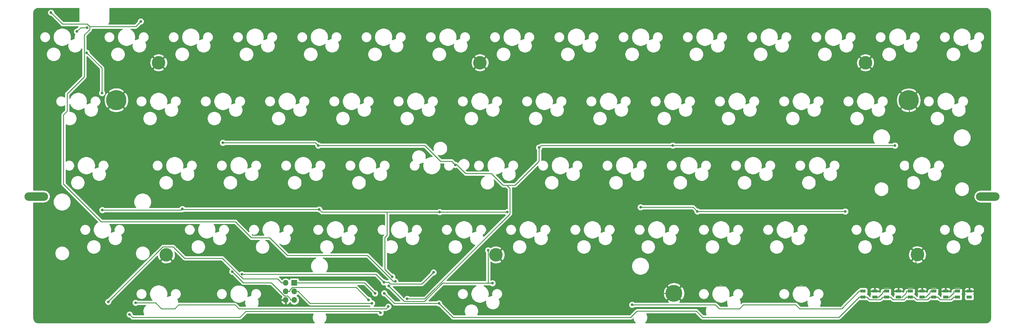
<source format=gbr>
%TF.GenerationSoftware,KiCad,Pcbnew,(5.1.9)-1*%
%TF.CreationDate,2021-04-11T15:21:24+09:00*%
%TF.ProjectId,yuiop60hh3,7975696f-7036-4306-9868-332e6b696361,1*%
%TF.SameCoordinates,Original*%
%TF.FileFunction,Copper,L1,Top*%
%TF.FilePolarity,Positive*%
%FSLAX46Y46*%
G04 Gerber Fmt 4.6, Leading zero omitted, Abs format (unit mm)*
G04 Created by KiCad (PCBNEW (5.1.9)-1) date 2021-04-11 15:21:24*
%MOMM*%
%LPD*%
G01*
G04 APERTURE LIST*
%TA.AperFunction,ComponentPad*%
%ADD10C,4.000000*%
%TD*%
%TA.AperFunction,ComponentPad*%
%ADD11O,7.000000X2.500000*%
%TD*%
%TA.AperFunction,ComponentPad*%
%ADD12C,5.000000*%
%TD*%
%TA.AperFunction,ComponentPad*%
%ADD13C,6.000000*%
%TD*%
%TA.AperFunction,SMDPad,CuDef*%
%ADD14R,1.600000X0.850000*%
%TD*%
%TA.AperFunction,ComponentPad*%
%ADD15O,1.700000X1.700000*%
%TD*%
%TA.AperFunction,ComponentPad*%
%ADD16R,1.700000X1.700000*%
%TD*%
%TA.AperFunction,ViaPad*%
%ADD17C,0.800000*%
%TD*%
%TA.AperFunction,Conductor*%
%ADD18C,0.250000*%
%TD*%
%TA.AperFunction,Conductor*%
%ADD19C,0.254000*%
%TD*%
%TA.AperFunction,Conductor*%
%ADD20C,0.100000*%
%TD*%
G04 APERTURE END LIST*
D10*
%TO.P,HOLE12,*%
%TO.N,GND*%
X208125000Y-174115000D03*
%TD*%
%TO.P,HOLE11,*%
%TO.N,GND*%
X203375000Y-117115000D03*
%TD*%
%TO.P,HOLE10,*%
%TO.N,GND*%
X333025000Y-174065000D03*
%TD*%
%TO.P,HOLE9,*%
%TO.N,GND*%
X317625000Y-117115000D03*
%TD*%
%TO.P,HOLE8,*%
%TO.N,GND*%
X110375000Y-174115000D03*
%TD*%
%TO.P,HOLE7,*%
%TO.N,GND*%
X108125000Y-117115000D03*
%TD*%
D11*
%TO.P,HOLE6,*%
%TO.N,*%
X353915000Y-156815000D03*
%TD*%
%TO.P,HOLE5,*%
%TO.N,*%
X71835000Y-156815000D03*
%TD*%
D12*
%TO.P,HOLE4,*%
%TO.N,GND*%
X260875000Y-185515000D03*
%TD*%
D13*
%TO.P,HOLE2,*%
%TO.N,GND*%
X330425000Y-128225000D03*
%TD*%
%TO.P,HOLE1,*%
%TO.N,GND*%
X95575000Y-128215000D03*
%TD*%
D14*
%TO.P,LED5,1*%
%TO.N,/LED Array/DOUT*%
X348419000Y-186631000D03*
%TO.P,LED5,2*%
%TO.N,GND*%
X348419000Y-184881000D03*
%TO.P,LED5,4*%
%TO.N,VCC*%
X344919000Y-186631000D03*
%TO.P,LED5,3*%
%TO.N,Net-(LED4-Pad1)*%
X344919000Y-184881000D03*
%TD*%
%TO.P,LED4,1*%
%TO.N,Net-(LED4-Pad1)*%
X341419000Y-186631000D03*
%TO.P,LED4,2*%
%TO.N,GND*%
X341419000Y-184881000D03*
%TO.P,LED4,4*%
%TO.N,VCC*%
X337919000Y-186631000D03*
%TO.P,LED4,3*%
%TO.N,Net-(LED3-Pad1)*%
X337919000Y-184881000D03*
%TD*%
%TO.P,LED3,1*%
%TO.N,Net-(LED3-Pad1)*%
X334419000Y-186631000D03*
%TO.P,LED3,2*%
%TO.N,GND*%
X334419000Y-184881000D03*
%TO.P,LED3,4*%
%TO.N,VCC*%
X330919000Y-186631000D03*
%TO.P,LED3,3*%
%TO.N,Net-(LED2-Pad1)*%
X330919000Y-184881000D03*
%TD*%
%TO.P,LED2,1*%
%TO.N,Net-(LED2-Pad1)*%
X327419000Y-186631000D03*
%TO.P,LED2,2*%
%TO.N,GND*%
X327419000Y-184881000D03*
%TO.P,LED2,4*%
%TO.N,VCC*%
X323919000Y-186631000D03*
%TO.P,LED2,3*%
%TO.N,Net-(LED1-Pad1)*%
X323919000Y-184881000D03*
%TD*%
%TO.P,LED1,1*%
%TO.N,Net-(LED1-Pad1)*%
X320419000Y-186631000D03*
%TO.P,LED1,2*%
%TO.N,GND*%
X320419000Y-184881000D03*
%TO.P,LED1,4*%
%TO.N,VCC*%
X316919000Y-186631000D03*
%TO.P,LED1,3*%
%TO.N,/LED_DATA*%
X316919000Y-184881000D03*
%TD*%
D15*
%TO.P,J2,6*%
%TO.N,GND*%
X145796000Y-187535000D03*
%TO.P,J2,5*%
%TO.N,/RESET*%
X148336000Y-187535000D03*
%TO.P,J2,4*%
%TO.N,/Controller/P10_B2_MOSI*%
X145796000Y-184995000D03*
%TO.P,J2,3*%
%TO.N,/Controller/P09_B1_SCLK*%
X148336000Y-184995000D03*
%TO.P,J2,2*%
%TO.N,VCC*%
X145796000Y-182455000D03*
D16*
%TO.P,J2,1*%
%TO.N,/Controller/P11_B3_MISO*%
X148336000Y-182455000D03*
%TD*%
D17*
%TO.N,GND*%
X87468400Y-110197000D03*
X184983600Y-189906560D03*
X189787500Y-174115000D03*
X168075000Y-176985160D03*
%TO.N,VCC*%
X93167600Y-188058000D03*
X191198500Y-188520900D03*
X174985002Y-185515160D03*
%TO.N,/ROW_1*%
X102817300Y-104882700D03*
X178259100Y-182005000D03*
X76216800Y-102244200D03*
%TO.N,/ROW_3*%
X196062700Y-147425200D03*
X155440800Y-141693200D03*
X127136600Y-140852600D03*
X220893500Y-142283900D03*
X326371300Y-141693200D03*
X260479200Y-141693200D03*
X181796700Y-187161600D03*
%TO.N,/ROW_4*%
X177345700Y-180619600D03*
X155711500Y-160640900D03*
X211462200Y-161445700D03*
X191417300Y-161445700D03*
X311648700Y-161248000D03*
X250974600Y-160005800D03*
X115149400Y-160518600D03*
X267815000Y-161248000D03*
X91429860Y-160840300D03*
%TO.N,/ROW_5*%
X132790000Y-179885100D03*
X174907300Y-182263800D03*
X189605000Y-179325160D03*
%TO.N,Net-(F1-Pad2)*%
X86923100Y-106694600D03*
X83877500Y-107865300D03*
%TO.N,/RESET*%
X129946000Y-179121000D03*
%TO.N,/Controller/P10_B2_MOSI*%
X170329800Y-187470600D03*
%TO.N,/Controller/P09_B1_SCLK*%
X171364800Y-188487100D03*
%TO.N,/Controller/P11_B3_MISO*%
X172251900Y-185535300D03*
%TO.N,/COL_01*%
X86781800Y-114153700D03*
X91328000Y-126112160D03*
%TO.N,/COL_07*%
X207065400Y-182542300D03*
X176303200Y-183331000D03*
X205796300Y-172754900D03*
%TO.N,/LED_DATA*%
X248494100Y-188943400D03*
%TO.N,/Controller/D+*%
X101294500Y-188339500D03*
X176206800Y-189476000D03*
%TO.N,/Controller/D-*%
X99493200Y-191814700D03*
X173904600Y-191318500D03*
%TD*%
D18*
%TO.N,GND*%
X145796000Y-187535000D02*
X144620700Y-187535000D01*
X110375000Y-174115000D02*
X119322000Y-183062000D01*
X119322000Y-183062000D02*
X140147700Y-183062000D01*
X140147700Y-183062000D02*
X144620700Y-187535000D01*
X98253400Y-121398700D02*
X87468400Y-110613700D01*
X87468400Y-110613700D02*
X87468400Y-110197000D01*
X108125000Y-117115000D02*
X103841300Y-121398700D01*
X103841300Y-121398700D02*
X98253400Y-121398700D01*
X95575000Y-128215000D02*
X98253400Y-125536600D01*
X98253400Y-125536600D02*
X98253400Y-121398700D01*
X319293700Y-184881000D02*
X317729700Y-183317000D01*
X317729700Y-183317000D02*
X263073000Y-183317000D01*
X263073000Y-183317000D02*
X260875000Y-185515000D01*
X260875000Y-185515000D02*
X219525000Y-185515000D01*
X219525000Y-185515000D02*
X208125000Y-174115000D01*
X334419000Y-184881000D02*
X333293700Y-184881000D01*
X332543400Y-184130700D02*
X333293700Y-184881000D01*
X332543400Y-184130700D02*
X332543400Y-174546600D01*
X332543400Y-174546600D02*
X333025000Y-174065000D01*
X328544300Y-184881000D02*
X329294600Y-184130700D01*
X329294600Y-184130700D02*
X332543400Y-184130700D01*
X341419000Y-184881000D02*
X340293700Y-184881000D01*
X334419000Y-184881000D02*
X335544300Y-184881000D01*
X335544300Y-184881000D02*
X336294600Y-184130700D01*
X336294600Y-184130700D02*
X339543400Y-184130700D01*
X339543400Y-184130700D02*
X340293700Y-184881000D01*
X327419000Y-184881000D02*
X328544300Y-184881000D01*
X326856400Y-184881000D02*
X327419000Y-184881000D01*
X333025000Y-174065000D02*
X329891100Y-170931100D01*
X329891100Y-170931100D02*
X329891100Y-151502900D01*
X329891100Y-151502900D02*
X330569000Y-150825000D01*
X330569000Y-150825000D02*
X330569000Y-128369000D01*
X330569000Y-128369000D02*
X330425000Y-128225000D01*
X320419000Y-184881000D02*
X319293700Y-184881000D01*
X348419000Y-184881000D02*
X347293700Y-184881000D01*
X341419000Y-184881000D02*
X342544300Y-184881000D01*
X342544300Y-184881000D02*
X343294600Y-184130700D01*
X343294600Y-184130700D02*
X346543400Y-184130700D01*
X346543400Y-184130700D02*
X347293700Y-184881000D01*
X321544300Y-184881000D02*
X322294600Y-184130700D01*
X322294600Y-184130700D02*
X325543400Y-184130700D01*
X325543400Y-184130700D02*
X326293700Y-184881000D01*
X326856400Y-184881000D02*
X326293700Y-184881000D01*
X320419000Y-184881000D02*
X321544300Y-184881000D01*
%TO.N,VCC*%
X315793700Y-186631000D02*
X309781100Y-192643600D01*
X309781100Y-192643600D02*
X269306700Y-192643600D01*
X269306700Y-192643600D02*
X267491200Y-190828100D01*
X267491200Y-190828100D02*
X249926200Y-190828100D01*
X249926200Y-190828100D02*
X248075800Y-192678500D01*
X248075800Y-192678500D02*
X195356100Y-192678500D01*
X195356100Y-192678500D02*
X191198500Y-188520900D01*
X144620700Y-182455000D02*
X143445400Y-181279700D01*
X143445400Y-181279700D02*
X133137400Y-181279700D01*
X133137400Y-181279700D02*
X126986700Y-175129000D01*
X126986700Y-175129000D02*
X115806400Y-175129000D01*
X115806400Y-175129000D02*
X112446200Y-171768800D01*
X112446200Y-171768800D02*
X109394400Y-171768800D01*
X109394400Y-171768800D02*
X93167600Y-187995600D01*
X93167600Y-187995600D02*
X93167600Y-188058000D01*
X145796000Y-182455000D02*
X144620700Y-182455000D01*
X316919000Y-186631000D02*
X315793700Y-186631000D01*
X318044300Y-186631000D02*
X318794600Y-187381300D01*
X318794600Y-187381300D02*
X322043400Y-187381300D01*
X322043400Y-187381300D02*
X322793700Y-186631000D01*
X323919000Y-186631000D02*
X322793700Y-186631000D01*
X316919000Y-186631000D02*
X318044300Y-186631000D01*
X323919000Y-186631000D02*
X325044300Y-186631000D01*
X330919000Y-186631000D02*
X329793700Y-186631000D01*
X329793700Y-186631000D02*
X329043400Y-187381300D01*
X329043400Y-187381300D02*
X325794600Y-187381300D01*
X325794600Y-187381300D02*
X325044300Y-186631000D01*
X331481700Y-186631000D02*
X330919000Y-186631000D01*
X331481700Y-186631000D02*
X332044300Y-186631000D01*
X337919000Y-186631000D02*
X336793700Y-186631000D01*
X332044300Y-186631000D02*
X332794600Y-187381300D01*
X332794600Y-187381300D02*
X336043400Y-187381300D01*
X336043400Y-187381300D02*
X336793700Y-186631000D01*
X337919000Y-186631000D02*
X339044300Y-186631000D01*
X344919000Y-186631000D02*
X343793700Y-186631000D01*
X343793700Y-186631000D02*
X343043400Y-187381300D01*
X343043400Y-187381300D02*
X339794600Y-187381300D01*
X339794600Y-187381300D02*
X339044300Y-186631000D01*
X177990742Y-188520900D02*
X174985002Y-185515160D01*
X191198500Y-188520900D02*
X177990742Y-188520900D01*
%TO.N,/ROW_1*%
X87655400Y-106377000D02*
X87655400Y-107281500D01*
X87655400Y-107281500D02*
X86056400Y-108880500D01*
X86056400Y-108880500D02*
X86056400Y-121300000D01*
X86056400Y-121300000D02*
X80969800Y-126386600D01*
X80969800Y-126386600D02*
X80969800Y-131496600D01*
X80969800Y-131496600D02*
X79921500Y-132544900D01*
X79921500Y-132544900D02*
X79921500Y-153140700D01*
X79921500Y-153140700D02*
X91080400Y-164299600D01*
X91080400Y-164299600D02*
X130856400Y-164299600D01*
X130856400Y-164299600D02*
X135607200Y-169050400D01*
X135607200Y-169050400D02*
X141017400Y-169050400D01*
X141017400Y-169050400D02*
X146284100Y-174317100D01*
X146284100Y-174317100D02*
X170017500Y-174317100D01*
X170017500Y-174317100D02*
X177705400Y-182005000D01*
X177705400Y-182005000D02*
X178259100Y-182005000D01*
X76216800Y-102244200D02*
X79623000Y-105650400D01*
X79623000Y-105650400D02*
X86928800Y-105650400D01*
X86928800Y-105650400D02*
X87655400Y-106377000D01*
X87655400Y-106377000D02*
X101323000Y-106377000D01*
X101323000Y-106377000D02*
X102817300Y-104882700D01*
%TO.N,/ROW_3*%
X260479200Y-141693200D02*
X326371300Y-141693200D01*
X155440800Y-141693200D02*
X186999200Y-141693200D01*
X186999200Y-141693200D02*
X191652400Y-146346400D01*
X191652400Y-146346400D02*
X194983900Y-146346400D01*
X194983900Y-146346400D02*
X196062700Y-147425200D01*
X127136600Y-140852600D02*
X154600200Y-140852600D01*
X154600200Y-140852600D02*
X155440800Y-141693200D01*
X220893500Y-142283900D02*
X221484200Y-141693200D01*
X221484200Y-141693200D02*
X260479200Y-141693200D01*
X187039200Y-187161600D02*
X181796700Y-187161600D01*
X212213800Y-161987000D02*
X187039200Y-187161600D01*
X212213800Y-154367800D02*
X212213800Y-161987000D01*
X211285800Y-153439700D02*
X212213800Y-154367800D01*
X220893500Y-146336660D02*
X220893500Y-142283900D01*
X213790460Y-153439700D02*
X220893500Y-146336660D01*
X211285800Y-153439700D02*
X213790460Y-153439700D01*
X210199540Y-153439700D02*
X211285800Y-153439700D01*
X206760240Y-150000400D02*
X210199540Y-153439700D01*
X199130100Y-150000400D02*
X206760240Y-150000400D01*
X196400500Y-147270800D02*
X199130100Y-150000400D01*
X196217100Y-147270800D02*
X196400500Y-147270800D01*
X196062700Y-147425200D02*
X196217100Y-147270800D01*
%TO.N,/ROW_4*%
X175794500Y-161445700D02*
X156516300Y-161445700D01*
X156516300Y-161445700D02*
X155711500Y-160640900D01*
X191417300Y-161445700D02*
X175794500Y-161445700D01*
X175794500Y-161445700D02*
X175794500Y-168318100D01*
X175794500Y-168318100D02*
X175172600Y-168940000D01*
X175172600Y-168940000D02*
X175172600Y-178446500D01*
X175172600Y-178446500D02*
X177345700Y-180619600D01*
X115149400Y-160518600D02*
X115271700Y-160640900D01*
X115271700Y-160640900D02*
X155711500Y-160640900D01*
X267815000Y-161248000D02*
X311648700Y-161248000D01*
X191417300Y-161445700D02*
X211462200Y-161445700D01*
X267815000Y-161248000D02*
X266572800Y-160005800D01*
X266572800Y-160005800D02*
X250974600Y-160005800D01*
X115149400Y-160518600D02*
X114827700Y-160840300D01*
X114827700Y-160840300D02*
X91429860Y-160840300D01*
%TO.N,/ROW_5*%
X174907300Y-182263800D02*
X172528600Y-179885100D01*
X172528600Y-179885100D02*
X132790000Y-179885100D01*
X176769900Y-182771100D02*
X186159060Y-182771100D01*
X174907300Y-182263800D02*
X176262600Y-182263800D01*
X176262600Y-182263800D02*
X176769900Y-182771100D01*
X186159060Y-182771100D02*
X189605000Y-179325160D01*
%TO.N,Net-(F1-Pad2)*%
X83877500Y-107865300D02*
X85048200Y-106694600D01*
X85048200Y-106694600D02*
X86923100Y-106694600D01*
%TO.N,/RESET*%
X147160700Y-187535000D02*
X147160700Y-187167600D01*
X147160700Y-187167600D02*
X146352800Y-186359700D01*
X146352800Y-186359700D02*
X145462300Y-186359700D01*
X145462300Y-186359700D02*
X141508100Y-182405500D01*
X141508100Y-182405500D02*
X133230500Y-182405500D01*
X133230500Y-182405500D02*
X129946000Y-179121000D01*
X148336000Y-187535000D02*
X147160700Y-187535000D01*
%TO.N,/Controller/P10_B2_MOSI*%
X145796000Y-184995000D02*
X146971300Y-184995000D01*
X146971300Y-184995000D02*
X146971300Y-184627700D01*
X146971300Y-184627700D02*
X147797200Y-183801800D01*
X147797200Y-183801800D02*
X166661000Y-183801800D01*
X166661000Y-183801800D02*
X170329800Y-187470600D01*
%TO.N,/Controller/P09_B1_SCLK*%
X149511300Y-184995000D02*
X153003400Y-188487100D01*
X148336000Y-184995000D02*
X149511300Y-184995000D01*
X153003400Y-188487100D02*
X171364800Y-188487100D01*
%TO.N,/Controller/P11_B3_MISO*%
X148336000Y-182455000D02*
X169171600Y-182455000D01*
X169171600Y-182455000D02*
X172251900Y-185535300D01*
%TO.N,/COL_01*%
X91328000Y-118699900D02*
X91328000Y-126112160D01*
X86781800Y-114153700D02*
X91328000Y-118699900D01*
%TO.N,/COL_07*%
X205796300Y-182542300D02*
X192295400Y-182542300D01*
X192295400Y-182542300D02*
X186915000Y-187922700D01*
X186915000Y-187922700D02*
X180894900Y-187922700D01*
X180894900Y-187922700D02*
X176303200Y-183331000D01*
X205796300Y-182542300D02*
X207065400Y-182542300D01*
X205796300Y-182542300D02*
X205796300Y-172754900D01*
%TO.N,Net-(LED1-Pad1)*%
X323919000Y-184881000D02*
X322793700Y-184881000D01*
X320419000Y-186631000D02*
X321544300Y-186631000D01*
X321544300Y-186631000D02*
X322793700Y-185381600D01*
X322793700Y-185381600D02*
X322793700Y-184881000D01*
%TO.N,/LED_DATA*%
X315793700Y-184881000D02*
X310580000Y-190094700D01*
X310580000Y-190094700D02*
X298108000Y-190094700D01*
X298108000Y-190094700D02*
X296950700Y-188937400D01*
X296950700Y-188937400D02*
X281427600Y-188937400D01*
X281427600Y-188937400D02*
X280270300Y-190094700D01*
X280270300Y-190094700D02*
X274296000Y-190094700D01*
X274296000Y-190094700D02*
X273144700Y-188943400D01*
X273144700Y-188943400D02*
X248494100Y-188943400D01*
X316919000Y-184881000D02*
X315793700Y-184881000D01*
%TO.N,Net-(LED2-Pad1)*%
X330919000Y-184881000D02*
X329793700Y-184881000D01*
X327419000Y-186631000D02*
X328544300Y-186631000D01*
X328544300Y-186631000D02*
X329793700Y-185381600D01*
X329793700Y-185381600D02*
X329793700Y-184881000D01*
%TO.N,Net-(LED3-Pad1)*%
X337919000Y-184881000D02*
X336793700Y-184881000D01*
X334419000Y-186631000D02*
X335544300Y-186631000D01*
X335544300Y-186631000D02*
X336793700Y-185381600D01*
X336793700Y-185381600D02*
X336793700Y-184881000D01*
%TO.N,Net-(LED4-Pad1)*%
X344919000Y-184881000D02*
X343793700Y-184881000D01*
X341419000Y-186631000D02*
X342544300Y-186631000D01*
X342544300Y-186631000D02*
X343793700Y-185381600D01*
X343793700Y-185381600D02*
X343793700Y-184881000D01*
%TO.N,/Controller/D+*%
X176206800Y-189476000D02*
X175574800Y-190108000D01*
X175574800Y-190108000D02*
X131875200Y-190108000D01*
X131875200Y-190108000D02*
X130746800Y-188979600D01*
X108984600Y-190114500D02*
X107209600Y-188339500D01*
X130746800Y-188979600D02*
X114056600Y-188979600D01*
X114056600Y-188979600D02*
X112921700Y-190114500D01*
X112921700Y-190114500D02*
X108984600Y-190114500D01*
X107209600Y-188339500D02*
X101294500Y-188339500D01*
%TO.N,/Controller/D-*%
X132171460Y-192678700D02*
X100357200Y-192678700D01*
X100357200Y-192678700D02*
X99493200Y-191814700D01*
X134000360Y-190849800D02*
X132171460Y-192678700D01*
X173435900Y-190849800D02*
X134000360Y-190849800D01*
X173904600Y-191318500D02*
X173435900Y-190849800D01*
%TD*%
D19*
%TO.N,GND*%
X353342706Y-100985159D02*
X353634659Y-101013785D01*
X353884429Y-101089195D01*
X354114792Y-101211682D01*
X354316980Y-101376582D01*
X354483286Y-101577610D01*
X354607378Y-101807114D01*
X354684531Y-102056355D01*
X354715001Y-102346258D01*
X354715000Y-154930000D01*
X351572403Y-154930000D01*
X351295476Y-154957275D01*
X350940152Y-155065061D01*
X350612683Y-155240097D01*
X350325655Y-155475655D01*
X350090097Y-155762683D01*
X349915061Y-156090152D01*
X349807275Y-156445476D01*
X349770880Y-156815000D01*
X349807275Y-157184524D01*
X349915061Y-157539848D01*
X350090097Y-157867317D01*
X350325655Y-158154345D01*
X350612683Y-158389903D01*
X350940152Y-158564939D01*
X351295476Y-158672725D01*
X351572403Y-158700000D01*
X354715000Y-158700000D01*
X354715000Y-192892881D01*
X354686375Y-193184820D01*
X354610965Y-193434589D01*
X354488477Y-193664954D01*
X354323579Y-193867139D01*
X354122546Y-194033448D01*
X353893046Y-194157538D01*
X353643805Y-194234691D01*
X353353911Y-194265160D01*
X252411126Y-194265160D01*
X252590004Y-194086282D01*
X252826281Y-193732670D01*
X252989030Y-193339757D01*
X253072000Y-192922643D01*
X253072000Y-192497357D01*
X252989030Y-192080243D01*
X252826281Y-191687330D01*
X252759977Y-191588100D01*
X267176399Y-191588100D01*
X268742901Y-193154603D01*
X268766699Y-193183601D01*
X268882424Y-193278574D01*
X269014453Y-193349146D01*
X269157714Y-193392603D01*
X269269367Y-193403600D01*
X269269375Y-193403600D01*
X269306700Y-193407276D01*
X269344025Y-193403600D01*
X309743778Y-193403600D01*
X309781100Y-193407276D01*
X309818422Y-193403600D01*
X309818433Y-193403600D01*
X309930086Y-193392603D01*
X310073347Y-193349146D01*
X310205376Y-193278574D01*
X310321101Y-193183601D01*
X310344904Y-193154597D01*
X315861253Y-187638250D01*
X315874820Y-187645502D01*
X315994518Y-187681812D01*
X316119000Y-187694072D01*
X317719000Y-187694072D01*
X317843482Y-187681812D01*
X317963180Y-187645502D01*
X317976748Y-187638250D01*
X318230805Y-187892308D01*
X318254599Y-187921301D01*
X318283592Y-187945095D01*
X318283596Y-187945099D01*
X318311694Y-187968158D01*
X318370324Y-188016274D01*
X318502353Y-188086846D01*
X318645614Y-188130303D01*
X318757267Y-188141300D01*
X318757276Y-188141300D01*
X318794599Y-188144976D01*
X318831922Y-188141300D01*
X322006078Y-188141300D01*
X322043400Y-188144976D01*
X322080722Y-188141300D01*
X322080733Y-188141300D01*
X322192386Y-188130303D01*
X322335647Y-188086846D01*
X322467676Y-188016274D01*
X322583401Y-187921301D01*
X322607203Y-187892298D01*
X322861252Y-187638250D01*
X322874820Y-187645502D01*
X322994518Y-187681812D01*
X323119000Y-187694072D01*
X324719000Y-187694072D01*
X324843482Y-187681812D01*
X324963180Y-187645502D01*
X324976748Y-187638250D01*
X325230805Y-187892308D01*
X325254599Y-187921301D01*
X325283592Y-187945095D01*
X325283596Y-187945099D01*
X325311694Y-187968158D01*
X325370324Y-188016274D01*
X325502353Y-188086846D01*
X325645614Y-188130303D01*
X325757267Y-188141300D01*
X325757276Y-188141300D01*
X325794599Y-188144976D01*
X325831922Y-188141300D01*
X329006078Y-188141300D01*
X329043400Y-188144976D01*
X329080722Y-188141300D01*
X329080733Y-188141300D01*
X329192386Y-188130303D01*
X329335647Y-188086846D01*
X329467676Y-188016274D01*
X329583401Y-187921301D01*
X329607203Y-187892298D01*
X329861252Y-187638250D01*
X329874820Y-187645502D01*
X329994518Y-187681812D01*
X330119000Y-187694072D01*
X331719000Y-187694072D01*
X331843482Y-187681812D01*
X331963180Y-187645502D01*
X331976748Y-187638250D01*
X332230805Y-187892308D01*
X332254599Y-187921301D01*
X332283592Y-187945095D01*
X332283596Y-187945099D01*
X332311694Y-187968158D01*
X332370324Y-188016274D01*
X332502353Y-188086846D01*
X332645614Y-188130303D01*
X332757267Y-188141300D01*
X332757276Y-188141300D01*
X332794599Y-188144976D01*
X332831922Y-188141300D01*
X336006078Y-188141300D01*
X336043400Y-188144976D01*
X336080722Y-188141300D01*
X336080733Y-188141300D01*
X336192386Y-188130303D01*
X336335647Y-188086846D01*
X336467676Y-188016274D01*
X336583401Y-187921301D01*
X336607203Y-187892298D01*
X336861252Y-187638250D01*
X336874820Y-187645502D01*
X336994518Y-187681812D01*
X337119000Y-187694072D01*
X338719000Y-187694072D01*
X338843482Y-187681812D01*
X338963180Y-187645502D01*
X338976748Y-187638250D01*
X339230805Y-187892308D01*
X339254599Y-187921301D01*
X339283592Y-187945095D01*
X339283596Y-187945099D01*
X339311694Y-187968158D01*
X339370324Y-188016274D01*
X339502353Y-188086846D01*
X339645614Y-188130303D01*
X339757267Y-188141300D01*
X339757276Y-188141300D01*
X339794599Y-188144976D01*
X339831922Y-188141300D01*
X343006078Y-188141300D01*
X343043400Y-188144976D01*
X343080722Y-188141300D01*
X343080733Y-188141300D01*
X343192386Y-188130303D01*
X343335647Y-188086846D01*
X343467676Y-188016274D01*
X343583401Y-187921301D01*
X343607203Y-187892298D01*
X343861252Y-187638250D01*
X343874820Y-187645502D01*
X343994518Y-187681812D01*
X344119000Y-187694072D01*
X345719000Y-187694072D01*
X345843482Y-187681812D01*
X345963180Y-187645502D01*
X346073494Y-187586537D01*
X346170185Y-187507185D01*
X346249537Y-187410494D01*
X346308502Y-187300180D01*
X346344812Y-187180482D01*
X346357072Y-187056000D01*
X346357072Y-186206000D01*
X346344812Y-186081518D01*
X346308502Y-185961820D01*
X346249537Y-185851506D01*
X346171158Y-185756000D01*
X346249537Y-185660494D01*
X346308502Y-185550180D01*
X346344812Y-185430482D01*
X346357072Y-185306000D01*
X346980928Y-185306000D01*
X346993188Y-185430482D01*
X347029498Y-185550180D01*
X347088463Y-185660494D01*
X347166842Y-185756000D01*
X347088463Y-185851506D01*
X347029498Y-185961820D01*
X346993188Y-186081518D01*
X346980928Y-186206000D01*
X346980928Y-187056000D01*
X346993188Y-187180482D01*
X347029498Y-187300180D01*
X347088463Y-187410494D01*
X347167815Y-187507185D01*
X347264506Y-187586537D01*
X347374820Y-187645502D01*
X347494518Y-187681812D01*
X347619000Y-187694072D01*
X349219000Y-187694072D01*
X349343482Y-187681812D01*
X349463180Y-187645502D01*
X349573494Y-187586537D01*
X349670185Y-187507185D01*
X349749537Y-187410494D01*
X349808502Y-187300180D01*
X349844812Y-187180482D01*
X349857072Y-187056000D01*
X349857072Y-186206000D01*
X349844812Y-186081518D01*
X349808502Y-185961820D01*
X349749537Y-185851506D01*
X349671158Y-185756000D01*
X349749537Y-185660494D01*
X349808502Y-185550180D01*
X349844812Y-185430482D01*
X349857072Y-185306000D01*
X349854000Y-185166750D01*
X349695250Y-185008000D01*
X348546000Y-185008000D01*
X348546000Y-185028000D01*
X348292000Y-185028000D01*
X348292000Y-185008000D01*
X347142750Y-185008000D01*
X346984000Y-185166750D01*
X346980928Y-185306000D01*
X346357072Y-185306000D01*
X346357072Y-184456000D01*
X346980928Y-184456000D01*
X346984000Y-184595250D01*
X347142750Y-184754000D01*
X348292000Y-184754000D01*
X348292000Y-183979750D01*
X348546000Y-183979750D01*
X348546000Y-184754000D01*
X349695250Y-184754000D01*
X349854000Y-184595250D01*
X349857072Y-184456000D01*
X349844812Y-184331518D01*
X349808502Y-184211820D01*
X349749537Y-184101506D01*
X349670185Y-184004815D01*
X349573494Y-183925463D01*
X349463180Y-183866498D01*
X349343482Y-183830188D01*
X349219000Y-183817928D01*
X348704750Y-183821000D01*
X348546000Y-183979750D01*
X348292000Y-183979750D01*
X348133250Y-183821000D01*
X347619000Y-183817928D01*
X347494518Y-183830188D01*
X347374820Y-183866498D01*
X347264506Y-183925463D01*
X347167815Y-184004815D01*
X347088463Y-184101506D01*
X347029498Y-184211820D01*
X346993188Y-184331518D01*
X346980928Y-184456000D01*
X346357072Y-184456000D01*
X346344812Y-184331518D01*
X346308502Y-184211820D01*
X346249537Y-184101506D01*
X346170185Y-184004815D01*
X346073494Y-183925463D01*
X345963180Y-183866498D01*
X345843482Y-183830188D01*
X345719000Y-183817928D01*
X344119000Y-183817928D01*
X343994518Y-183830188D01*
X343874820Y-183866498D01*
X343764506Y-183925463D01*
X343667815Y-184004815D01*
X343588463Y-184101506D01*
X343558125Y-184158263D01*
X343501453Y-184175454D01*
X343369424Y-184246026D01*
X343253699Y-184340999D01*
X343158726Y-184456724D01*
X343088154Y-184588753D01*
X343044697Y-184732014D01*
X343030023Y-184881000D01*
X343033700Y-184918333D01*
X343033700Y-185066797D01*
X342855721Y-185244776D01*
X342854000Y-185166750D01*
X342695250Y-185008000D01*
X341546000Y-185008000D01*
X341546000Y-185028000D01*
X341292000Y-185028000D01*
X341292000Y-185008000D01*
X340142750Y-185008000D01*
X339984000Y-185166750D01*
X339980928Y-185306000D01*
X339993188Y-185430482D01*
X340029498Y-185550180D01*
X340088463Y-185660494D01*
X340166842Y-185756000D01*
X340088463Y-185851506D01*
X340029498Y-185961820D01*
X339993188Y-186081518D01*
X339980928Y-186206000D01*
X339980928Y-186492826D01*
X339608103Y-186120002D01*
X339584301Y-186090999D01*
X339468576Y-185996026D01*
X339336547Y-185925454D01*
X339279875Y-185908263D01*
X339249537Y-185851506D01*
X339171158Y-185756000D01*
X339249537Y-185660494D01*
X339308502Y-185550180D01*
X339344812Y-185430482D01*
X339357072Y-185306000D01*
X339357072Y-184456000D01*
X339980928Y-184456000D01*
X339984000Y-184595250D01*
X340142750Y-184754000D01*
X341292000Y-184754000D01*
X341292000Y-183979750D01*
X341546000Y-183979750D01*
X341546000Y-184754000D01*
X342695250Y-184754000D01*
X342854000Y-184595250D01*
X342857072Y-184456000D01*
X342844812Y-184331518D01*
X342808502Y-184211820D01*
X342749537Y-184101506D01*
X342670185Y-184004815D01*
X342573494Y-183925463D01*
X342463180Y-183866498D01*
X342343482Y-183830188D01*
X342219000Y-183817928D01*
X341704750Y-183821000D01*
X341546000Y-183979750D01*
X341292000Y-183979750D01*
X341133250Y-183821000D01*
X340619000Y-183817928D01*
X340494518Y-183830188D01*
X340374820Y-183866498D01*
X340264506Y-183925463D01*
X340167815Y-184004815D01*
X340088463Y-184101506D01*
X340029498Y-184211820D01*
X339993188Y-184331518D01*
X339980928Y-184456000D01*
X339357072Y-184456000D01*
X339344812Y-184331518D01*
X339308502Y-184211820D01*
X339249537Y-184101506D01*
X339170185Y-184004815D01*
X339073494Y-183925463D01*
X338963180Y-183866498D01*
X338843482Y-183830188D01*
X338719000Y-183817928D01*
X337119000Y-183817928D01*
X336994518Y-183830188D01*
X336874820Y-183866498D01*
X336764506Y-183925463D01*
X336667815Y-184004815D01*
X336588463Y-184101506D01*
X336558125Y-184158263D01*
X336501453Y-184175454D01*
X336369424Y-184246026D01*
X336253699Y-184340999D01*
X336158726Y-184456724D01*
X336088154Y-184588753D01*
X336044697Y-184732014D01*
X336030023Y-184881000D01*
X336033700Y-184918333D01*
X336033700Y-185066797D01*
X335855721Y-185244776D01*
X335854000Y-185166750D01*
X335695250Y-185008000D01*
X334546000Y-185008000D01*
X334546000Y-185028000D01*
X334292000Y-185028000D01*
X334292000Y-185008000D01*
X333142750Y-185008000D01*
X332984000Y-185166750D01*
X332980928Y-185306000D01*
X332993188Y-185430482D01*
X333029498Y-185550180D01*
X333088463Y-185660494D01*
X333166842Y-185756000D01*
X333088463Y-185851506D01*
X333029498Y-185961820D01*
X332993188Y-186081518D01*
X332980928Y-186206000D01*
X332980928Y-186492826D01*
X332608103Y-186120002D01*
X332584301Y-186090999D01*
X332468576Y-185996026D01*
X332336547Y-185925454D01*
X332279875Y-185908263D01*
X332249537Y-185851506D01*
X332171158Y-185756000D01*
X332249537Y-185660494D01*
X332308502Y-185550180D01*
X332344812Y-185430482D01*
X332357072Y-185306000D01*
X332357072Y-184456000D01*
X332980928Y-184456000D01*
X332984000Y-184595250D01*
X333142750Y-184754000D01*
X334292000Y-184754000D01*
X334292000Y-183979750D01*
X334546000Y-183979750D01*
X334546000Y-184754000D01*
X335695250Y-184754000D01*
X335854000Y-184595250D01*
X335857072Y-184456000D01*
X335844812Y-184331518D01*
X335808502Y-184211820D01*
X335749537Y-184101506D01*
X335670185Y-184004815D01*
X335573494Y-183925463D01*
X335463180Y-183866498D01*
X335343482Y-183830188D01*
X335219000Y-183817928D01*
X334704750Y-183821000D01*
X334546000Y-183979750D01*
X334292000Y-183979750D01*
X334133250Y-183821000D01*
X333619000Y-183817928D01*
X333494518Y-183830188D01*
X333374820Y-183866498D01*
X333264506Y-183925463D01*
X333167815Y-184004815D01*
X333088463Y-184101506D01*
X333029498Y-184211820D01*
X332993188Y-184331518D01*
X332980928Y-184456000D01*
X332357072Y-184456000D01*
X332344812Y-184331518D01*
X332308502Y-184211820D01*
X332249537Y-184101506D01*
X332170185Y-184004815D01*
X332073494Y-183925463D01*
X331963180Y-183866498D01*
X331843482Y-183830188D01*
X331719000Y-183817928D01*
X330119000Y-183817928D01*
X329994518Y-183830188D01*
X329874820Y-183866498D01*
X329764506Y-183925463D01*
X329667815Y-184004815D01*
X329588463Y-184101506D01*
X329558125Y-184158263D01*
X329501453Y-184175454D01*
X329369424Y-184246026D01*
X329253699Y-184340999D01*
X329158726Y-184456724D01*
X329088154Y-184588753D01*
X329044697Y-184732014D01*
X329030023Y-184881000D01*
X329033700Y-184918333D01*
X329033700Y-185066797D01*
X328855721Y-185244776D01*
X328854000Y-185166750D01*
X328695250Y-185008000D01*
X327546000Y-185008000D01*
X327546000Y-185028000D01*
X327292000Y-185028000D01*
X327292000Y-185008000D01*
X326142750Y-185008000D01*
X325984000Y-185166750D01*
X325980928Y-185306000D01*
X325993188Y-185430482D01*
X326029498Y-185550180D01*
X326088463Y-185660494D01*
X326166842Y-185756000D01*
X326088463Y-185851506D01*
X326029498Y-185961820D01*
X325993188Y-186081518D01*
X325980928Y-186206000D01*
X325980928Y-186492826D01*
X325608103Y-186120002D01*
X325584301Y-186090999D01*
X325468576Y-185996026D01*
X325336547Y-185925454D01*
X325279875Y-185908263D01*
X325249537Y-185851506D01*
X325171158Y-185756000D01*
X325249537Y-185660494D01*
X325308502Y-185550180D01*
X325344812Y-185430482D01*
X325357072Y-185306000D01*
X325357072Y-184456000D01*
X325980928Y-184456000D01*
X325984000Y-184595250D01*
X326142750Y-184754000D01*
X327292000Y-184754000D01*
X327292000Y-183979750D01*
X327546000Y-183979750D01*
X327546000Y-184754000D01*
X328695250Y-184754000D01*
X328854000Y-184595250D01*
X328857072Y-184456000D01*
X328844812Y-184331518D01*
X328808502Y-184211820D01*
X328749537Y-184101506D01*
X328670185Y-184004815D01*
X328573494Y-183925463D01*
X328463180Y-183866498D01*
X328343482Y-183830188D01*
X328219000Y-183817928D01*
X327704750Y-183821000D01*
X327546000Y-183979750D01*
X327292000Y-183979750D01*
X327133250Y-183821000D01*
X326619000Y-183817928D01*
X326494518Y-183830188D01*
X326374820Y-183866498D01*
X326264506Y-183925463D01*
X326167815Y-184004815D01*
X326088463Y-184101506D01*
X326029498Y-184211820D01*
X325993188Y-184331518D01*
X325980928Y-184456000D01*
X325357072Y-184456000D01*
X325344812Y-184331518D01*
X325308502Y-184211820D01*
X325249537Y-184101506D01*
X325170185Y-184004815D01*
X325073494Y-183925463D01*
X324963180Y-183866498D01*
X324843482Y-183830188D01*
X324719000Y-183817928D01*
X323119000Y-183817928D01*
X322994518Y-183830188D01*
X322874820Y-183866498D01*
X322764506Y-183925463D01*
X322667815Y-184004815D01*
X322588463Y-184101506D01*
X322558125Y-184158263D01*
X322501453Y-184175454D01*
X322369424Y-184246026D01*
X322253699Y-184340999D01*
X322158726Y-184456724D01*
X322088154Y-184588753D01*
X322044697Y-184732014D01*
X322030023Y-184881000D01*
X322033700Y-184918333D01*
X322033700Y-185066797D01*
X321855721Y-185244776D01*
X321854000Y-185166750D01*
X321695250Y-185008000D01*
X320546000Y-185008000D01*
X320546000Y-185028000D01*
X320292000Y-185028000D01*
X320292000Y-185008000D01*
X319142750Y-185008000D01*
X318984000Y-185166750D01*
X318980928Y-185306000D01*
X318993188Y-185430482D01*
X319029498Y-185550180D01*
X319088463Y-185660494D01*
X319166842Y-185756000D01*
X319088463Y-185851506D01*
X319029498Y-185961820D01*
X318993188Y-186081518D01*
X318980928Y-186206000D01*
X318980928Y-186492826D01*
X318608103Y-186120002D01*
X318584301Y-186090999D01*
X318468576Y-185996026D01*
X318336547Y-185925454D01*
X318279875Y-185908263D01*
X318249537Y-185851506D01*
X318171158Y-185756000D01*
X318249537Y-185660494D01*
X318308502Y-185550180D01*
X318344812Y-185430482D01*
X318357072Y-185306000D01*
X318357072Y-184456000D01*
X318980928Y-184456000D01*
X318984000Y-184595250D01*
X319142750Y-184754000D01*
X320292000Y-184754000D01*
X320292000Y-183979750D01*
X320546000Y-183979750D01*
X320546000Y-184754000D01*
X321695250Y-184754000D01*
X321854000Y-184595250D01*
X321857072Y-184456000D01*
X321844812Y-184331518D01*
X321808502Y-184211820D01*
X321749537Y-184101506D01*
X321670185Y-184004815D01*
X321573494Y-183925463D01*
X321463180Y-183866498D01*
X321343482Y-183830188D01*
X321219000Y-183817928D01*
X320704750Y-183821000D01*
X320546000Y-183979750D01*
X320292000Y-183979750D01*
X320133250Y-183821000D01*
X319619000Y-183817928D01*
X319494518Y-183830188D01*
X319374820Y-183866498D01*
X319264506Y-183925463D01*
X319167815Y-184004815D01*
X319088463Y-184101506D01*
X319029498Y-184211820D01*
X318993188Y-184331518D01*
X318980928Y-184456000D01*
X318357072Y-184456000D01*
X318344812Y-184331518D01*
X318308502Y-184211820D01*
X318249537Y-184101506D01*
X318170185Y-184004815D01*
X318073494Y-183925463D01*
X317963180Y-183866498D01*
X317843482Y-183830188D01*
X317719000Y-183817928D01*
X316119000Y-183817928D01*
X315994518Y-183830188D01*
X315874820Y-183866498D01*
X315764506Y-183925463D01*
X315667815Y-184004815D01*
X315588463Y-184101506D01*
X315558125Y-184158263D01*
X315501453Y-184175454D01*
X315369424Y-184246026D01*
X315253699Y-184340999D01*
X315229901Y-184369997D01*
X310265199Y-189334700D01*
X304262992Y-189334700D01*
X304302012Y-189276302D01*
X304462953Y-188887756D01*
X304545000Y-188475279D01*
X304545000Y-188054721D01*
X304462953Y-187642244D01*
X304302012Y-187253698D01*
X304264985Y-187198283D01*
X304430779Y-187129609D01*
X304690379Y-186956150D01*
X304911150Y-186735379D01*
X305084609Y-186475779D01*
X305204089Y-186187327D01*
X305265000Y-185881109D01*
X305265000Y-185568891D01*
X305204089Y-185262673D01*
X305084609Y-184974221D01*
X304911150Y-184714621D01*
X304690379Y-184493850D01*
X304430779Y-184320391D01*
X304142327Y-184200911D01*
X303836109Y-184140000D01*
X303523891Y-184140000D01*
X303217673Y-184200911D01*
X302929221Y-184320391D01*
X302669621Y-184493850D01*
X302448850Y-184714621D01*
X302275391Y-184974221D01*
X302155911Y-185262673D01*
X302095000Y-185568891D01*
X302095000Y-185881109D01*
X302146609Y-186140565D01*
X301787244Y-186212047D01*
X301398698Y-186372988D01*
X301176252Y-186521622D01*
X301181817Y-186508186D01*
X301285000Y-185989449D01*
X301285000Y-185460551D01*
X301181817Y-184941814D01*
X300979417Y-184453175D01*
X300685576Y-184013412D01*
X300311588Y-183639424D01*
X299871825Y-183345583D01*
X299383186Y-183143183D01*
X298864449Y-183040000D01*
X298335551Y-183040000D01*
X297816814Y-183143183D01*
X297328175Y-183345583D01*
X296888412Y-183639424D01*
X296514424Y-184013412D01*
X296220583Y-184453175D01*
X296018183Y-184941814D01*
X295915000Y-185460551D01*
X295915000Y-185989449D01*
X296018183Y-186508186D01*
X296220583Y-186996825D01*
X296514424Y-187436588D01*
X296888412Y-187810576D01*
X297328175Y-188104417D01*
X297816814Y-188306817D01*
X298335551Y-188410000D01*
X298864449Y-188410000D01*
X299383186Y-188306817D01*
X299871825Y-188104417D01*
X300311588Y-187810576D01*
X300326537Y-187795627D01*
X300275000Y-188054721D01*
X300275000Y-188475279D01*
X300357047Y-188887756D01*
X300517988Y-189276302D01*
X300557008Y-189334700D01*
X298422802Y-189334700D01*
X297514504Y-188426403D01*
X297490701Y-188397399D01*
X297374976Y-188302426D01*
X297242947Y-188231854D01*
X297099686Y-188188397D01*
X296988033Y-188177400D01*
X296988022Y-188177400D01*
X296950700Y-188173724D01*
X296913378Y-188177400D01*
X281464922Y-188177400D01*
X281427599Y-188173724D01*
X281390276Y-188177400D01*
X281390267Y-188177400D01*
X281278614Y-188188397D01*
X281135353Y-188231854D01*
X281003324Y-188302426D01*
X280887599Y-188397399D01*
X280863801Y-188426397D01*
X280712659Y-188577539D01*
X280733000Y-188475279D01*
X280733000Y-188054721D01*
X280650953Y-187642244D01*
X280490012Y-187253698D01*
X280452985Y-187198283D01*
X280618779Y-187129609D01*
X280878379Y-186956150D01*
X281099150Y-186735379D01*
X281272609Y-186475779D01*
X281392089Y-186187327D01*
X281453000Y-185881109D01*
X281453000Y-185568891D01*
X291935000Y-185568891D01*
X291935000Y-185881109D01*
X291995911Y-186187327D01*
X292115391Y-186475779D01*
X292288850Y-186735379D01*
X292509621Y-186956150D01*
X292769221Y-187129609D01*
X293057673Y-187249089D01*
X293363891Y-187310000D01*
X293676109Y-187310000D01*
X293982327Y-187249089D01*
X294270779Y-187129609D01*
X294530379Y-186956150D01*
X294751150Y-186735379D01*
X294924609Y-186475779D01*
X295044089Y-186187327D01*
X295105000Y-185881109D01*
X295105000Y-185568891D01*
X295044089Y-185262673D01*
X294924609Y-184974221D01*
X294751150Y-184714621D01*
X294530379Y-184493850D01*
X294270779Y-184320391D01*
X293982327Y-184200911D01*
X293676109Y-184140000D01*
X293363891Y-184140000D01*
X293057673Y-184200911D01*
X292769221Y-184320391D01*
X292509621Y-184493850D01*
X292288850Y-184714621D01*
X292115391Y-184974221D01*
X291995911Y-185262673D01*
X291935000Y-185568891D01*
X281453000Y-185568891D01*
X281392089Y-185262673D01*
X281272609Y-184974221D01*
X281099150Y-184714621D01*
X280878379Y-184493850D01*
X280618779Y-184320391D01*
X280330327Y-184200911D01*
X280024109Y-184140000D01*
X279711891Y-184140000D01*
X279405673Y-184200911D01*
X279117221Y-184320391D01*
X278857621Y-184493850D01*
X278636850Y-184714621D01*
X278463391Y-184974221D01*
X278343911Y-185262673D01*
X278283000Y-185568891D01*
X278283000Y-185881109D01*
X278334609Y-186140565D01*
X277975244Y-186212047D01*
X277586698Y-186372988D01*
X277364252Y-186521622D01*
X277369817Y-186508186D01*
X277473000Y-185989449D01*
X277473000Y-185460551D01*
X277369817Y-184941814D01*
X277167417Y-184453175D01*
X276873576Y-184013412D01*
X276499588Y-183639424D01*
X276059825Y-183345583D01*
X275571186Y-183143183D01*
X275052449Y-183040000D01*
X274523551Y-183040000D01*
X274004814Y-183143183D01*
X273516175Y-183345583D01*
X273076412Y-183639424D01*
X272702424Y-184013412D01*
X272408583Y-184453175D01*
X272206183Y-184941814D01*
X272103000Y-185460551D01*
X272103000Y-185989449D01*
X272206183Y-186508186D01*
X272408583Y-186996825D01*
X272702424Y-187436588D01*
X273076412Y-187810576D01*
X273516175Y-188104417D01*
X274004814Y-188306817D01*
X274523551Y-188410000D01*
X275052449Y-188410000D01*
X275571186Y-188306817D01*
X276059825Y-188104417D01*
X276499588Y-187810576D01*
X276514537Y-187795627D01*
X276463000Y-188054721D01*
X276463000Y-188475279D01*
X276545047Y-188887756D01*
X276705988Y-189276302D01*
X276745008Y-189334700D01*
X274610802Y-189334700D01*
X273708504Y-188432403D01*
X273684701Y-188403399D01*
X273568976Y-188308426D01*
X273436947Y-188237854D01*
X273293686Y-188194397D01*
X273182033Y-188183400D01*
X273182022Y-188183400D01*
X273144700Y-188179724D01*
X273107378Y-188183400D01*
X262533915Y-188183400D01*
X262622373Y-188136118D01*
X262898543Y-187718148D01*
X260875000Y-185694605D01*
X258851457Y-187718148D01*
X259127627Y-188136118D01*
X259216311Y-188183400D01*
X249197811Y-188183400D01*
X249153874Y-188139463D01*
X248984356Y-188026195D01*
X248795998Y-187948174D01*
X248596039Y-187908400D01*
X248392161Y-187908400D01*
X248192202Y-187948174D01*
X248003844Y-188026195D01*
X247834326Y-188139463D01*
X247690163Y-188283626D01*
X247576895Y-188453144D01*
X247498874Y-188641502D01*
X247459100Y-188841461D01*
X247459100Y-189045339D01*
X247498874Y-189245298D01*
X247576895Y-189433656D01*
X247690163Y-189603174D01*
X247834326Y-189747337D01*
X248003844Y-189860605D01*
X248192202Y-189938626D01*
X248392161Y-189978400D01*
X248596039Y-189978400D01*
X248795998Y-189938626D01*
X248984356Y-189860605D01*
X249153874Y-189747337D01*
X249197811Y-189703400D01*
X270416323Y-189703400D01*
X270355988Y-189793698D01*
X270195047Y-190182244D01*
X270113000Y-190594721D01*
X270113000Y-191015279D01*
X270195047Y-191427756D01*
X270355988Y-191816302D01*
X270400955Y-191883600D01*
X269621502Y-191883600D01*
X268055004Y-190317103D01*
X268031201Y-190288099D01*
X267915476Y-190193126D01*
X267783447Y-190122554D01*
X267640186Y-190079097D01*
X267528533Y-190068100D01*
X267528522Y-190068100D01*
X267491200Y-190064424D01*
X267453878Y-190068100D01*
X249963525Y-190068100D01*
X249926200Y-190064424D01*
X249888875Y-190068100D01*
X249888867Y-190068100D01*
X249777214Y-190079097D01*
X249633953Y-190122554D01*
X249501924Y-190193126D01*
X249386199Y-190288099D01*
X249362401Y-190317097D01*
X247760999Y-191918500D01*
X202633726Y-191918500D01*
X202702012Y-191816302D01*
X202862953Y-191427756D01*
X202945000Y-191015279D01*
X202945000Y-190594721D01*
X202862953Y-190182244D01*
X202702012Y-189793698D01*
X202468363Y-189444017D01*
X202170983Y-189146637D01*
X201821302Y-188912988D01*
X201432756Y-188752047D01*
X201020279Y-188670000D01*
X200599721Y-188670000D01*
X200187244Y-188752047D01*
X199798698Y-188912988D01*
X199449017Y-189146637D01*
X199151637Y-189444017D01*
X198917988Y-189793698D01*
X198757047Y-190182244D01*
X198675000Y-190594721D01*
X198675000Y-191015279D01*
X198757047Y-191427756D01*
X198917988Y-191816302D01*
X198986274Y-191918500D01*
X195670902Y-191918500D01*
X192233500Y-188481099D01*
X192233500Y-188418961D01*
X192193726Y-188219002D01*
X192115705Y-188030644D01*
X192002437Y-187861126D01*
X191858274Y-187716963D01*
X191688756Y-187603695D01*
X191500398Y-187525674D01*
X191300439Y-187485900D01*
X191096561Y-187485900D01*
X190896602Y-187525674D01*
X190708244Y-187603695D01*
X190538726Y-187716963D01*
X190494789Y-187760900D01*
X188151601Y-187760900D01*
X190343610Y-185568891D01*
X196685000Y-185568891D01*
X196685000Y-185881109D01*
X196745911Y-186187327D01*
X196865391Y-186475779D01*
X197038850Y-186735379D01*
X197259621Y-186956150D01*
X197519221Y-187129609D01*
X197807673Y-187249089D01*
X198113891Y-187310000D01*
X198426109Y-187310000D01*
X198732327Y-187249089D01*
X199020779Y-187129609D01*
X199280379Y-186956150D01*
X199501150Y-186735379D01*
X199674609Y-186475779D01*
X199794089Y-186187327D01*
X199855000Y-185881109D01*
X199855000Y-185568891D01*
X199794089Y-185262673D01*
X199674609Y-184974221D01*
X199501150Y-184714621D01*
X199280379Y-184493850D01*
X199020779Y-184320391D01*
X198732327Y-184200911D01*
X198426109Y-184140000D01*
X198113891Y-184140000D01*
X197807673Y-184200911D01*
X197519221Y-184320391D01*
X197259621Y-184493850D01*
X197038850Y-184714621D01*
X196865391Y-184974221D01*
X196745911Y-185262673D01*
X196685000Y-185568891D01*
X190343610Y-185568891D01*
X192610202Y-183302300D01*
X202182670Y-183302300D01*
X202078175Y-183345583D01*
X201638412Y-183639424D01*
X201264424Y-184013412D01*
X200970583Y-184453175D01*
X200768183Y-184941814D01*
X200665000Y-185460551D01*
X200665000Y-185989449D01*
X200768183Y-186508186D01*
X200970583Y-186996825D01*
X201264424Y-187436588D01*
X201638412Y-187810576D01*
X202078175Y-188104417D01*
X202566814Y-188306817D01*
X203085551Y-188410000D01*
X203614449Y-188410000D01*
X204133186Y-188306817D01*
X204621825Y-188104417D01*
X205061588Y-187810576D01*
X205076537Y-187795627D01*
X205025000Y-188054721D01*
X205025000Y-188475279D01*
X205107047Y-188887756D01*
X205267988Y-189276302D01*
X205501637Y-189625983D01*
X205799017Y-189923363D01*
X206148698Y-190157012D01*
X206537244Y-190317953D01*
X206949721Y-190400000D01*
X207370279Y-190400000D01*
X207782756Y-190317953D01*
X208171302Y-190157012D01*
X208520983Y-189923363D01*
X208818363Y-189625983D01*
X209052012Y-189276302D01*
X209212953Y-188887756D01*
X209295000Y-188475279D01*
X209295000Y-188054721D01*
X209212953Y-187642244D01*
X209052012Y-187253698D01*
X209014985Y-187198283D01*
X209180779Y-187129609D01*
X209440379Y-186956150D01*
X209661150Y-186735379D01*
X209834609Y-186475779D01*
X209954089Y-186187327D01*
X210015000Y-185881109D01*
X210015000Y-185568891D01*
X210004943Y-185518328D01*
X257724832Y-185518328D01*
X257786010Y-186132831D01*
X257965897Y-186723592D01*
X258253882Y-187262373D01*
X258671852Y-187538543D01*
X260695395Y-185515000D01*
X261054605Y-185515000D01*
X263078148Y-187538543D01*
X263496118Y-187262373D01*
X263786649Y-186717443D01*
X263965287Y-186126304D01*
X264019593Y-185568891D01*
X268123000Y-185568891D01*
X268123000Y-185881109D01*
X268183911Y-186187327D01*
X268303391Y-186475779D01*
X268476850Y-186735379D01*
X268697621Y-186956150D01*
X268957221Y-187129609D01*
X269245673Y-187249089D01*
X269551891Y-187310000D01*
X269864109Y-187310000D01*
X270170327Y-187249089D01*
X270458779Y-187129609D01*
X270718379Y-186956150D01*
X270939150Y-186735379D01*
X271112609Y-186475779D01*
X271232089Y-186187327D01*
X271293000Y-185881109D01*
X271293000Y-185568891D01*
X271232089Y-185262673D01*
X271112609Y-184974221D01*
X270939150Y-184714621D01*
X270718379Y-184493850D01*
X270458779Y-184320391D01*
X270170327Y-184200911D01*
X269864109Y-184140000D01*
X269551891Y-184140000D01*
X269245673Y-184200911D01*
X268957221Y-184320391D01*
X268697621Y-184493850D01*
X268476850Y-184714621D01*
X268303391Y-184974221D01*
X268183911Y-185262673D01*
X268123000Y-185568891D01*
X264019593Y-185568891D01*
X264025168Y-185511672D01*
X263963990Y-184897169D01*
X263784103Y-184306408D01*
X263496118Y-183767627D01*
X263078148Y-183491457D01*
X261054605Y-185515000D01*
X260695395Y-185515000D01*
X258671852Y-183491457D01*
X258253882Y-183767627D01*
X257963351Y-184312557D01*
X257784713Y-184903696D01*
X257724832Y-185518328D01*
X210004943Y-185518328D01*
X209954089Y-185262673D01*
X209834609Y-184974221D01*
X209661150Y-184714621D01*
X209440379Y-184493850D01*
X209180779Y-184320391D01*
X208892327Y-184200911D01*
X208586109Y-184140000D01*
X208273891Y-184140000D01*
X207967673Y-184200911D01*
X207679221Y-184320391D01*
X207419621Y-184493850D01*
X207198850Y-184714621D01*
X207025391Y-184974221D01*
X206905911Y-185262673D01*
X206845000Y-185568891D01*
X206845000Y-185881109D01*
X206896609Y-186140565D01*
X206537244Y-186212047D01*
X206148698Y-186372988D01*
X205926252Y-186521622D01*
X205931817Y-186508186D01*
X206035000Y-185989449D01*
X206035000Y-185460551D01*
X205931817Y-184941814D01*
X205729417Y-184453175D01*
X205435576Y-184013412D01*
X205061588Y-183639424D01*
X204621825Y-183345583D01*
X204517330Y-183302300D01*
X205758967Y-183302300D01*
X205796300Y-183305977D01*
X205833633Y-183302300D01*
X206361689Y-183302300D01*
X206405626Y-183346237D01*
X206575144Y-183459505D01*
X206763502Y-183537526D01*
X206963461Y-183577300D01*
X207167339Y-183577300D01*
X207367298Y-183537526D01*
X207555656Y-183459505D01*
X207725174Y-183346237D01*
X207759559Y-183311852D01*
X258851457Y-183311852D01*
X260875000Y-185335395D01*
X262898543Y-183311852D01*
X262622373Y-182893882D01*
X262077443Y-182603351D01*
X261486304Y-182424713D01*
X260871672Y-182364832D01*
X260257169Y-182426010D01*
X259666408Y-182605897D01*
X259127627Y-182893882D01*
X258851457Y-183311852D01*
X207759559Y-183311852D01*
X207869337Y-183202074D01*
X207982605Y-183032556D01*
X208060626Y-182844198D01*
X208100400Y-182644239D01*
X208100400Y-182440361D01*
X208060626Y-182240402D01*
X207982605Y-182052044D01*
X207869337Y-181882526D01*
X207725174Y-181738363D01*
X207555656Y-181625095D01*
X207367298Y-181547074D01*
X207167339Y-181507300D01*
X206963461Y-181507300D01*
X206763502Y-181547074D01*
X206575144Y-181625095D01*
X206556300Y-181637686D01*
X206556300Y-177211076D01*
X248284100Y-177211076D01*
X248284100Y-177728924D01*
X248385127Y-178236822D01*
X248583299Y-178715251D01*
X248871000Y-179145826D01*
X249237174Y-179512000D01*
X249667749Y-179799701D01*
X250146178Y-179997873D01*
X250654076Y-180098900D01*
X251171924Y-180098900D01*
X251679822Y-179997873D01*
X252158251Y-179799701D01*
X252588826Y-179512000D01*
X252955000Y-179145826D01*
X253242701Y-178715251D01*
X253440873Y-178236822D01*
X253541900Y-177728924D01*
X253541900Y-177211076D01*
X253440873Y-176703178D01*
X253242701Y-176224749D01*
X253034063Y-175912499D01*
X331357106Y-175912499D01*
X331573228Y-176279258D01*
X332033105Y-176519938D01*
X332531098Y-176666275D01*
X333048071Y-176712648D01*
X333564159Y-176657273D01*
X334059526Y-176502279D01*
X334476772Y-176279258D01*
X334692894Y-175912499D01*
X333025000Y-174244605D01*
X331357106Y-175912499D01*
X253034063Y-175912499D01*
X252955000Y-175794174D01*
X252588826Y-175428000D01*
X252158251Y-175140299D01*
X251679822Y-174942127D01*
X251171924Y-174841100D01*
X250654076Y-174841100D01*
X250146178Y-174942127D01*
X249667749Y-175140299D01*
X249237174Y-175428000D01*
X248871000Y-175794174D01*
X248583299Y-176224749D01*
X248385127Y-176703178D01*
X248284100Y-177211076D01*
X206556300Y-177211076D01*
X206556300Y-176130831D01*
X206673228Y-176329258D01*
X207133105Y-176569938D01*
X207631098Y-176716275D01*
X208148071Y-176762648D01*
X208664159Y-176707273D01*
X209159526Y-176552279D01*
X209576772Y-176329258D01*
X209792894Y-175962499D01*
X208125000Y-174294605D01*
X208110858Y-174308748D01*
X207931253Y-174129143D01*
X207945395Y-174115000D01*
X208304605Y-174115000D01*
X209972499Y-175782894D01*
X210339258Y-175566772D01*
X210579938Y-175106895D01*
X210726275Y-174608902D01*
X210772648Y-174091929D01*
X210772235Y-174088071D01*
X330377352Y-174088071D01*
X330432727Y-174604159D01*
X330587721Y-175099526D01*
X330810742Y-175516772D01*
X331177501Y-175732894D01*
X332845395Y-174065000D01*
X333204605Y-174065000D01*
X334872499Y-175732894D01*
X335239258Y-175516772D01*
X335479938Y-175056895D01*
X335626275Y-174558902D01*
X335672648Y-174041929D01*
X335617273Y-173525841D01*
X335462279Y-173030474D01*
X335239258Y-172613228D01*
X334872499Y-172397106D01*
X333204605Y-174065000D01*
X332845395Y-174065000D01*
X331177501Y-172397106D01*
X330810742Y-172613228D01*
X330570062Y-173073105D01*
X330423725Y-173571098D01*
X330377352Y-174088071D01*
X210772235Y-174088071D01*
X210717273Y-173575841D01*
X210562279Y-173080474D01*
X210339258Y-172663228D01*
X209972499Y-172447106D01*
X208304605Y-174115000D01*
X207945395Y-174115000D01*
X207931253Y-174100858D01*
X208110858Y-173921253D01*
X208125000Y-173935395D01*
X209792894Y-172267501D01*
X209576772Y-171900742D01*
X209116895Y-171660062D01*
X208724384Y-171544721D01*
X212963000Y-171544721D01*
X212963000Y-171965279D01*
X213045047Y-172377756D01*
X213205988Y-172766302D01*
X213439637Y-173115983D01*
X213737017Y-173413363D01*
X214086698Y-173647012D01*
X214475244Y-173807953D01*
X214887721Y-173890000D01*
X215308279Y-173890000D01*
X215720756Y-173807953D01*
X216109302Y-173647012D01*
X216458983Y-173413363D01*
X216756363Y-173115983D01*
X216990012Y-172766302D01*
X217150953Y-172377756D01*
X217233000Y-171965279D01*
X217233000Y-171544721D01*
X232013000Y-171544721D01*
X232013000Y-171965279D01*
X232095047Y-172377756D01*
X232255988Y-172766302D01*
X232489637Y-173115983D01*
X232787017Y-173413363D01*
X233136698Y-173647012D01*
X233525244Y-173807953D01*
X233937721Y-173890000D01*
X234358279Y-173890000D01*
X234770756Y-173807953D01*
X235159302Y-173647012D01*
X235508983Y-173413363D01*
X235806363Y-173115983D01*
X236040012Y-172766302D01*
X236200953Y-172377756D01*
X236283000Y-171965279D01*
X236283000Y-171544721D01*
X251063000Y-171544721D01*
X251063000Y-171965279D01*
X251145047Y-172377756D01*
X251305988Y-172766302D01*
X251539637Y-173115983D01*
X251837017Y-173413363D01*
X252186698Y-173647012D01*
X252575244Y-173807953D01*
X252987721Y-173890000D01*
X253408279Y-173890000D01*
X253820756Y-173807953D01*
X254209302Y-173647012D01*
X254558983Y-173413363D01*
X254856363Y-173115983D01*
X255090012Y-172766302D01*
X255250953Y-172377756D01*
X255333000Y-171965279D01*
X255333000Y-171544721D01*
X270113000Y-171544721D01*
X270113000Y-171965279D01*
X270195047Y-172377756D01*
X270355988Y-172766302D01*
X270589637Y-173115983D01*
X270887017Y-173413363D01*
X271236698Y-173647012D01*
X271625244Y-173807953D01*
X272037721Y-173890000D01*
X272458279Y-173890000D01*
X272870756Y-173807953D01*
X273259302Y-173647012D01*
X273608983Y-173413363D01*
X273906363Y-173115983D01*
X274140012Y-172766302D01*
X274300953Y-172377756D01*
X274383000Y-171965279D01*
X274383000Y-171544721D01*
X289163000Y-171544721D01*
X289163000Y-171965279D01*
X289245047Y-172377756D01*
X289405988Y-172766302D01*
X289639637Y-173115983D01*
X289937017Y-173413363D01*
X290286698Y-173647012D01*
X290675244Y-173807953D01*
X291087721Y-173890000D01*
X291508279Y-173890000D01*
X291920756Y-173807953D01*
X292309302Y-173647012D01*
X292658983Y-173413363D01*
X292956363Y-173115983D01*
X293190012Y-172766302D01*
X293350953Y-172377756D01*
X293433000Y-171965279D01*
X293433000Y-171544721D01*
X315356000Y-171544721D01*
X315356000Y-171965279D01*
X315438047Y-172377756D01*
X315598988Y-172766302D01*
X315832637Y-173115983D01*
X316130017Y-173413363D01*
X316479698Y-173647012D01*
X316868244Y-173807953D01*
X317280721Y-173890000D01*
X317701279Y-173890000D01*
X318113756Y-173807953D01*
X318502302Y-173647012D01*
X318851983Y-173413363D01*
X319149363Y-173115983D01*
X319383012Y-172766302D01*
X319543953Y-172377756D01*
X319575829Y-172217501D01*
X331357106Y-172217501D01*
X333025000Y-173885395D01*
X334692894Y-172217501D01*
X334476772Y-171850742D01*
X334016895Y-171610062D01*
X333794536Y-171544721D01*
X341550000Y-171544721D01*
X341550000Y-171965279D01*
X341632047Y-172377756D01*
X341792988Y-172766302D01*
X342026637Y-173115983D01*
X342324017Y-173413363D01*
X342673698Y-173647012D01*
X343062244Y-173807953D01*
X343474721Y-173890000D01*
X343895279Y-173890000D01*
X344307756Y-173807953D01*
X344696302Y-173647012D01*
X345045983Y-173413363D01*
X345343363Y-173115983D01*
X345577012Y-172766302D01*
X345737953Y-172377756D01*
X345820000Y-171965279D01*
X345820000Y-171544721D01*
X345737953Y-171132244D01*
X345577012Y-170743698D01*
X345343363Y-170394017D01*
X345045983Y-170096637D01*
X344696302Y-169862988D01*
X344307756Y-169702047D01*
X343895279Y-169620000D01*
X343474721Y-169620000D01*
X343062244Y-169702047D01*
X342673698Y-169862988D01*
X342324017Y-170096637D01*
X342026637Y-170394017D01*
X341792988Y-170743698D01*
X341632047Y-171132244D01*
X341550000Y-171544721D01*
X333794536Y-171544721D01*
X333518902Y-171463725D01*
X333001929Y-171417352D01*
X332485841Y-171472727D01*
X331990474Y-171627721D01*
X331573228Y-171850742D01*
X331357106Y-172217501D01*
X319575829Y-172217501D01*
X319626000Y-171965279D01*
X319626000Y-171544721D01*
X319543953Y-171132244D01*
X319383012Y-170743698D01*
X319149363Y-170394017D01*
X318851983Y-170096637D01*
X318502302Y-169862988D01*
X318113756Y-169702047D01*
X317701279Y-169620000D01*
X317280721Y-169620000D01*
X316868244Y-169702047D01*
X316479698Y-169862988D01*
X316130017Y-170096637D01*
X315832637Y-170394017D01*
X315598988Y-170743698D01*
X315438047Y-171132244D01*
X315356000Y-171544721D01*
X293433000Y-171544721D01*
X293350953Y-171132244D01*
X293190012Y-170743698D01*
X292956363Y-170394017D01*
X292658983Y-170096637D01*
X292309302Y-169862988D01*
X291920756Y-169702047D01*
X291508279Y-169620000D01*
X291087721Y-169620000D01*
X290675244Y-169702047D01*
X290286698Y-169862988D01*
X289937017Y-170096637D01*
X289639637Y-170394017D01*
X289405988Y-170743698D01*
X289245047Y-171132244D01*
X289163000Y-171544721D01*
X274383000Y-171544721D01*
X274300953Y-171132244D01*
X274140012Y-170743698D01*
X273906363Y-170394017D01*
X273608983Y-170096637D01*
X273259302Y-169862988D01*
X272870756Y-169702047D01*
X272458279Y-169620000D01*
X272037721Y-169620000D01*
X271625244Y-169702047D01*
X271236698Y-169862988D01*
X270887017Y-170096637D01*
X270589637Y-170394017D01*
X270355988Y-170743698D01*
X270195047Y-171132244D01*
X270113000Y-171544721D01*
X255333000Y-171544721D01*
X255250953Y-171132244D01*
X255090012Y-170743698D01*
X254856363Y-170394017D01*
X254558983Y-170096637D01*
X254209302Y-169862988D01*
X253820756Y-169702047D01*
X253408279Y-169620000D01*
X252987721Y-169620000D01*
X252575244Y-169702047D01*
X252186698Y-169862988D01*
X251837017Y-170096637D01*
X251539637Y-170394017D01*
X251305988Y-170743698D01*
X251145047Y-171132244D01*
X251063000Y-171544721D01*
X236283000Y-171544721D01*
X236200953Y-171132244D01*
X236040012Y-170743698D01*
X235806363Y-170394017D01*
X235508983Y-170096637D01*
X235159302Y-169862988D01*
X234770756Y-169702047D01*
X234358279Y-169620000D01*
X233937721Y-169620000D01*
X233525244Y-169702047D01*
X233136698Y-169862988D01*
X232787017Y-170096637D01*
X232489637Y-170394017D01*
X232255988Y-170743698D01*
X232095047Y-171132244D01*
X232013000Y-171544721D01*
X217233000Y-171544721D01*
X217150953Y-171132244D01*
X216990012Y-170743698D01*
X216756363Y-170394017D01*
X216458983Y-170096637D01*
X216109302Y-169862988D01*
X215720756Y-169702047D01*
X215308279Y-169620000D01*
X214887721Y-169620000D01*
X214475244Y-169702047D01*
X214086698Y-169862988D01*
X213737017Y-170096637D01*
X213439637Y-170394017D01*
X213205988Y-170743698D01*
X213045047Y-171132244D01*
X212963000Y-171544721D01*
X208724384Y-171544721D01*
X208618902Y-171513725D01*
X208101929Y-171467352D01*
X207585841Y-171522727D01*
X207090474Y-171677721D01*
X206673228Y-171900742D01*
X206574090Y-172068979D01*
X206456074Y-171950963D01*
X206286556Y-171837695D01*
X206098198Y-171759674D01*
X205898239Y-171719900D01*
X205694361Y-171719900D01*
X205494402Y-171759674D01*
X205306044Y-171837695D01*
X205136526Y-171950963D01*
X204992363Y-172095126D01*
X204879095Y-172264644D01*
X204801074Y-172453002D01*
X204761300Y-172652961D01*
X204761300Y-172856839D01*
X204801074Y-173056798D01*
X204879095Y-173245156D01*
X204992363Y-173414674D01*
X205036301Y-173458612D01*
X205036300Y-181782300D01*
X193493301Y-181782300D01*
X208756710Y-166518891D01*
X210973000Y-166518891D01*
X210973000Y-166831109D01*
X211033911Y-167137327D01*
X211153391Y-167425779D01*
X211326850Y-167685379D01*
X211547621Y-167906150D01*
X211807221Y-168079609D01*
X212095673Y-168199089D01*
X212401891Y-168260000D01*
X212714109Y-168260000D01*
X213020327Y-168199089D01*
X213308779Y-168079609D01*
X213568379Y-167906150D01*
X213789150Y-167685379D01*
X213962609Y-167425779D01*
X214082089Y-167137327D01*
X214143000Y-166831109D01*
X214143000Y-166518891D01*
X214121450Y-166410551D01*
X214953000Y-166410551D01*
X214953000Y-166939449D01*
X215056183Y-167458186D01*
X215258583Y-167946825D01*
X215552424Y-168386588D01*
X215926412Y-168760576D01*
X216366175Y-169054417D01*
X216854814Y-169256817D01*
X217373551Y-169360000D01*
X217902449Y-169360000D01*
X218421186Y-169256817D01*
X218909825Y-169054417D01*
X219349588Y-168760576D01*
X219364537Y-168745627D01*
X219313000Y-169004721D01*
X219313000Y-169425279D01*
X219395047Y-169837756D01*
X219555988Y-170226302D01*
X219789637Y-170575983D01*
X220087017Y-170873363D01*
X220436698Y-171107012D01*
X220825244Y-171267953D01*
X221237721Y-171350000D01*
X221658279Y-171350000D01*
X222070756Y-171267953D01*
X222459302Y-171107012D01*
X222808983Y-170873363D01*
X223106363Y-170575983D01*
X223340012Y-170226302D01*
X223500953Y-169837756D01*
X223583000Y-169425279D01*
X223583000Y-169004721D01*
X223500953Y-168592244D01*
X223340012Y-168203698D01*
X223302985Y-168148283D01*
X223468779Y-168079609D01*
X223728379Y-167906150D01*
X223949150Y-167685379D01*
X224122609Y-167425779D01*
X224242089Y-167137327D01*
X224303000Y-166831109D01*
X224303000Y-166518891D01*
X230023000Y-166518891D01*
X230023000Y-166831109D01*
X230083911Y-167137327D01*
X230203391Y-167425779D01*
X230376850Y-167685379D01*
X230597621Y-167906150D01*
X230857221Y-168079609D01*
X231145673Y-168199089D01*
X231451891Y-168260000D01*
X231764109Y-168260000D01*
X232070327Y-168199089D01*
X232358779Y-168079609D01*
X232618379Y-167906150D01*
X232839150Y-167685379D01*
X233012609Y-167425779D01*
X233132089Y-167137327D01*
X233193000Y-166831109D01*
X233193000Y-166518891D01*
X233171450Y-166410551D01*
X234003000Y-166410551D01*
X234003000Y-166939449D01*
X234106183Y-167458186D01*
X234308583Y-167946825D01*
X234602424Y-168386588D01*
X234976412Y-168760576D01*
X235416175Y-169054417D01*
X235904814Y-169256817D01*
X236423551Y-169360000D01*
X236952449Y-169360000D01*
X237471186Y-169256817D01*
X237959825Y-169054417D01*
X238399588Y-168760576D01*
X238414537Y-168745627D01*
X238363000Y-169004721D01*
X238363000Y-169425279D01*
X238445047Y-169837756D01*
X238605988Y-170226302D01*
X238839637Y-170575983D01*
X239137017Y-170873363D01*
X239486698Y-171107012D01*
X239875244Y-171267953D01*
X240287721Y-171350000D01*
X240708279Y-171350000D01*
X241120756Y-171267953D01*
X241509302Y-171107012D01*
X241858983Y-170873363D01*
X242156363Y-170575983D01*
X242390012Y-170226302D01*
X242550953Y-169837756D01*
X242633000Y-169425279D01*
X242633000Y-169004721D01*
X242550953Y-168592244D01*
X242390012Y-168203698D01*
X242352985Y-168148283D01*
X242518779Y-168079609D01*
X242778379Y-167906150D01*
X242999150Y-167685379D01*
X243172609Y-167425779D01*
X243292089Y-167137327D01*
X243353000Y-166831109D01*
X243353000Y-166518891D01*
X249073000Y-166518891D01*
X249073000Y-166831109D01*
X249133911Y-167137327D01*
X249253391Y-167425779D01*
X249426850Y-167685379D01*
X249647621Y-167906150D01*
X249907221Y-168079609D01*
X250195673Y-168199089D01*
X250501891Y-168260000D01*
X250814109Y-168260000D01*
X251120327Y-168199089D01*
X251408779Y-168079609D01*
X251668379Y-167906150D01*
X251889150Y-167685379D01*
X252062609Y-167425779D01*
X252182089Y-167137327D01*
X252243000Y-166831109D01*
X252243000Y-166518891D01*
X252221450Y-166410551D01*
X253053000Y-166410551D01*
X253053000Y-166939449D01*
X253156183Y-167458186D01*
X253358583Y-167946825D01*
X253652424Y-168386588D01*
X254026412Y-168760576D01*
X254466175Y-169054417D01*
X254954814Y-169256817D01*
X255473551Y-169360000D01*
X256002449Y-169360000D01*
X256521186Y-169256817D01*
X257009825Y-169054417D01*
X257449588Y-168760576D01*
X257464537Y-168745627D01*
X257413000Y-169004721D01*
X257413000Y-169425279D01*
X257495047Y-169837756D01*
X257655988Y-170226302D01*
X257889637Y-170575983D01*
X258187017Y-170873363D01*
X258536698Y-171107012D01*
X258925244Y-171267953D01*
X259337721Y-171350000D01*
X259758279Y-171350000D01*
X260170756Y-171267953D01*
X260559302Y-171107012D01*
X260908983Y-170873363D01*
X261206363Y-170575983D01*
X261440012Y-170226302D01*
X261600953Y-169837756D01*
X261683000Y-169425279D01*
X261683000Y-169004721D01*
X261600953Y-168592244D01*
X261440012Y-168203698D01*
X261402985Y-168148283D01*
X261568779Y-168079609D01*
X261828379Y-167906150D01*
X262049150Y-167685379D01*
X262222609Y-167425779D01*
X262342089Y-167137327D01*
X262403000Y-166831109D01*
X262403000Y-166518891D01*
X268123000Y-166518891D01*
X268123000Y-166831109D01*
X268183911Y-167137327D01*
X268303391Y-167425779D01*
X268476850Y-167685379D01*
X268697621Y-167906150D01*
X268957221Y-168079609D01*
X269245673Y-168199089D01*
X269551891Y-168260000D01*
X269864109Y-168260000D01*
X270170327Y-168199089D01*
X270458779Y-168079609D01*
X270718379Y-167906150D01*
X270939150Y-167685379D01*
X271112609Y-167425779D01*
X271232089Y-167137327D01*
X271293000Y-166831109D01*
X271293000Y-166518891D01*
X271271450Y-166410551D01*
X272103000Y-166410551D01*
X272103000Y-166939449D01*
X272206183Y-167458186D01*
X272408583Y-167946825D01*
X272702424Y-168386588D01*
X273076412Y-168760576D01*
X273516175Y-169054417D01*
X274004814Y-169256817D01*
X274523551Y-169360000D01*
X275052449Y-169360000D01*
X275571186Y-169256817D01*
X276059825Y-169054417D01*
X276499588Y-168760576D01*
X276514537Y-168745627D01*
X276463000Y-169004721D01*
X276463000Y-169425279D01*
X276545047Y-169837756D01*
X276705988Y-170226302D01*
X276939637Y-170575983D01*
X277237017Y-170873363D01*
X277586698Y-171107012D01*
X277975244Y-171267953D01*
X278387721Y-171350000D01*
X278808279Y-171350000D01*
X279220756Y-171267953D01*
X279609302Y-171107012D01*
X279958983Y-170873363D01*
X280256363Y-170575983D01*
X280490012Y-170226302D01*
X280650953Y-169837756D01*
X280733000Y-169425279D01*
X280733000Y-169004721D01*
X280650953Y-168592244D01*
X280490012Y-168203698D01*
X280452985Y-168148283D01*
X280618779Y-168079609D01*
X280878379Y-167906150D01*
X281099150Y-167685379D01*
X281272609Y-167425779D01*
X281392089Y-167137327D01*
X281453000Y-166831109D01*
X281453000Y-166518891D01*
X287173000Y-166518891D01*
X287173000Y-166831109D01*
X287233911Y-167137327D01*
X287353391Y-167425779D01*
X287526850Y-167685379D01*
X287747621Y-167906150D01*
X288007221Y-168079609D01*
X288295673Y-168199089D01*
X288601891Y-168260000D01*
X288914109Y-168260000D01*
X289220327Y-168199089D01*
X289508779Y-168079609D01*
X289768379Y-167906150D01*
X289989150Y-167685379D01*
X290162609Y-167425779D01*
X290282089Y-167137327D01*
X290343000Y-166831109D01*
X290343000Y-166518891D01*
X290321450Y-166410551D01*
X291153000Y-166410551D01*
X291153000Y-166939449D01*
X291256183Y-167458186D01*
X291458583Y-167946825D01*
X291752424Y-168386588D01*
X292126412Y-168760576D01*
X292566175Y-169054417D01*
X293054814Y-169256817D01*
X293573551Y-169360000D01*
X294102449Y-169360000D01*
X294621186Y-169256817D01*
X295109825Y-169054417D01*
X295549588Y-168760576D01*
X295564537Y-168745627D01*
X295513000Y-169004721D01*
X295513000Y-169425279D01*
X295595047Y-169837756D01*
X295755988Y-170226302D01*
X295989637Y-170575983D01*
X296287017Y-170873363D01*
X296636698Y-171107012D01*
X297025244Y-171267953D01*
X297437721Y-171350000D01*
X297858279Y-171350000D01*
X298270756Y-171267953D01*
X298659302Y-171107012D01*
X299008983Y-170873363D01*
X299306363Y-170575983D01*
X299540012Y-170226302D01*
X299700953Y-169837756D01*
X299783000Y-169425279D01*
X299783000Y-169004721D01*
X299700953Y-168592244D01*
X299540012Y-168203698D01*
X299502985Y-168148283D01*
X299668779Y-168079609D01*
X299928379Y-167906150D01*
X300149150Y-167685379D01*
X300322609Y-167425779D01*
X300442089Y-167137327D01*
X300503000Y-166831109D01*
X300503000Y-166518891D01*
X313366000Y-166518891D01*
X313366000Y-166831109D01*
X313426911Y-167137327D01*
X313546391Y-167425779D01*
X313719850Y-167685379D01*
X313940621Y-167906150D01*
X314200221Y-168079609D01*
X314488673Y-168199089D01*
X314794891Y-168260000D01*
X315107109Y-168260000D01*
X315413327Y-168199089D01*
X315701779Y-168079609D01*
X315961379Y-167906150D01*
X316182150Y-167685379D01*
X316355609Y-167425779D01*
X316475089Y-167137327D01*
X316536000Y-166831109D01*
X316536000Y-166518891D01*
X316514450Y-166410551D01*
X317346000Y-166410551D01*
X317346000Y-166939449D01*
X317449183Y-167458186D01*
X317651583Y-167946825D01*
X317945424Y-168386588D01*
X318319412Y-168760576D01*
X318759175Y-169054417D01*
X319247814Y-169256817D01*
X319766551Y-169360000D01*
X320295449Y-169360000D01*
X320814186Y-169256817D01*
X321302825Y-169054417D01*
X321742588Y-168760576D01*
X321757537Y-168745627D01*
X321706000Y-169004721D01*
X321706000Y-169425279D01*
X321788047Y-169837756D01*
X321948988Y-170226302D01*
X322182637Y-170575983D01*
X322480017Y-170873363D01*
X322829698Y-171107012D01*
X323218244Y-171267953D01*
X323630721Y-171350000D01*
X324051279Y-171350000D01*
X324463756Y-171267953D01*
X324852302Y-171107012D01*
X325201983Y-170873363D01*
X325499363Y-170575983D01*
X325733012Y-170226302D01*
X325893953Y-169837756D01*
X325976000Y-169425279D01*
X325976000Y-169004721D01*
X325893953Y-168592244D01*
X325733012Y-168203698D01*
X325695985Y-168148283D01*
X325861779Y-168079609D01*
X326121379Y-167906150D01*
X326342150Y-167685379D01*
X326515609Y-167425779D01*
X326635089Y-167137327D01*
X326696000Y-166831109D01*
X326696000Y-166518891D01*
X339560000Y-166518891D01*
X339560000Y-166831109D01*
X339620911Y-167137327D01*
X339740391Y-167425779D01*
X339913850Y-167685379D01*
X340134621Y-167906150D01*
X340394221Y-168079609D01*
X340682673Y-168199089D01*
X340988891Y-168260000D01*
X341301109Y-168260000D01*
X341607327Y-168199089D01*
X341895779Y-168079609D01*
X342155379Y-167906150D01*
X342376150Y-167685379D01*
X342549609Y-167425779D01*
X342669089Y-167137327D01*
X342730000Y-166831109D01*
X342730000Y-166518891D01*
X342708450Y-166410551D01*
X343540000Y-166410551D01*
X343540000Y-166939449D01*
X343643183Y-167458186D01*
X343845583Y-167946825D01*
X344139424Y-168386588D01*
X344513412Y-168760576D01*
X344953175Y-169054417D01*
X345441814Y-169256817D01*
X345960551Y-169360000D01*
X346489449Y-169360000D01*
X347008186Y-169256817D01*
X347496825Y-169054417D01*
X347936588Y-168760576D01*
X347951537Y-168745627D01*
X347900000Y-169004721D01*
X347900000Y-169425279D01*
X347982047Y-169837756D01*
X348142988Y-170226302D01*
X348376637Y-170575983D01*
X348674017Y-170873363D01*
X349023698Y-171107012D01*
X349412244Y-171267953D01*
X349824721Y-171350000D01*
X350245279Y-171350000D01*
X350657756Y-171267953D01*
X351046302Y-171107012D01*
X351395983Y-170873363D01*
X351693363Y-170575983D01*
X351927012Y-170226302D01*
X352087953Y-169837756D01*
X352170000Y-169425279D01*
X352170000Y-169004721D01*
X352087953Y-168592244D01*
X351927012Y-168203698D01*
X351889985Y-168148283D01*
X352055779Y-168079609D01*
X352315379Y-167906150D01*
X352536150Y-167685379D01*
X352709609Y-167425779D01*
X352829089Y-167137327D01*
X352890000Y-166831109D01*
X352890000Y-166518891D01*
X352829089Y-166212673D01*
X352709609Y-165924221D01*
X352536150Y-165664621D01*
X352315379Y-165443850D01*
X352055779Y-165270391D01*
X351767327Y-165150911D01*
X351461109Y-165090000D01*
X351148891Y-165090000D01*
X350842673Y-165150911D01*
X350554221Y-165270391D01*
X350294621Y-165443850D01*
X350073850Y-165664621D01*
X349900391Y-165924221D01*
X349780911Y-166212673D01*
X349720000Y-166518891D01*
X349720000Y-166831109D01*
X349771609Y-167090565D01*
X349412244Y-167162047D01*
X349023698Y-167322988D01*
X348801252Y-167471622D01*
X348806817Y-167458186D01*
X348910000Y-166939449D01*
X348910000Y-166410551D01*
X348806817Y-165891814D01*
X348604417Y-165403175D01*
X348310576Y-164963412D01*
X347936588Y-164589424D01*
X347496825Y-164295583D01*
X347008186Y-164093183D01*
X346489449Y-163990000D01*
X345960551Y-163990000D01*
X345441814Y-164093183D01*
X344953175Y-164295583D01*
X344513412Y-164589424D01*
X344139424Y-164963412D01*
X343845583Y-165403175D01*
X343643183Y-165891814D01*
X343540000Y-166410551D01*
X342708450Y-166410551D01*
X342669089Y-166212673D01*
X342549609Y-165924221D01*
X342376150Y-165664621D01*
X342155379Y-165443850D01*
X341895779Y-165270391D01*
X341607327Y-165150911D01*
X341301109Y-165090000D01*
X340988891Y-165090000D01*
X340682673Y-165150911D01*
X340394221Y-165270391D01*
X340134621Y-165443850D01*
X339913850Y-165664621D01*
X339740391Y-165924221D01*
X339620911Y-166212673D01*
X339560000Y-166518891D01*
X326696000Y-166518891D01*
X326635089Y-166212673D01*
X326515609Y-165924221D01*
X326342150Y-165664621D01*
X326121379Y-165443850D01*
X325861779Y-165270391D01*
X325573327Y-165150911D01*
X325267109Y-165090000D01*
X324954891Y-165090000D01*
X324648673Y-165150911D01*
X324360221Y-165270391D01*
X324100621Y-165443850D01*
X323879850Y-165664621D01*
X323706391Y-165924221D01*
X323586911Y-166212673D01*
X323526000Y-166518891D01*
X323526000Y-166831109D01*
X323577609Y-167090565D01*
X323218244Y-167162047D01*
X322829698Y-167322988D01*
X322607252Y-167471622D01*
X322612817Y-167458186D01*
X322716000Y-166939449D01*
X322716000Y-166410551D01*
X322612817Y-165891814D01*
X322410417Y-165403175D01*
X322116576Y-164963412D01*
X321742588Y-164589424D01*
X321302825Y-164295583D01*
X320814186Y-164093183D01*
X320295449Y-163990000D01*
X319766551Y-163990000D01*
X319247814Y-164093183D01*
X318759175Y-164295583D01*
X318319412Y-164589424D01*
X317945424Y-164963412D01*
X317651583Y-165403175D01*
X317449183Y-165891814D01*
X317346000Y-166410551D01*
X316514450Y-166410551D01*
X316475089Y-166212673D01*
X316355609Y-165924221D01*
X316182150Y-165664621D01*
X315961379Y-165443850D01*
X315701779Y-165270391D01*
X315413327Y-165150911D01*
X315107109Y-165090000D01*
X314794891Y-165090000D01*
X314488673Y-165150911D01*
X314200221Y-165270391D01*
X313940621Y-165443850D01*
X313719850Y-165664621D01*
X313546391Y-165924221D01*
X313426911Y-166212673D01*
X313366000Y-166518891D01*
X300503000Y-166518891D01*
X300442089Y-166212673D01*
X300322609Y-165924221D01*
X300149150Y-165664621D01*
X299928379Y-165443850D01*
X299668779Y-165270391D01*
X299380327Y-165150911D01*
X299074109Y-165090000D01*
X298761891Y-165090000D01*
X298455673Y-165150911D01*
X298167221Y-165270391D01*
X297907621Y-165443850D01*
X297686850Y-165664621D01*
X297513391Y-165924221D01*
X297393911Y-166212673D01*
X297333000Y-166518891D01*
X297333000Y-166831109D01*
X297384609Y-167090565D01*
X297025244Y-167162047D01*
X296636698Y-167322988D01*
X296414252Y-167471622D01*
X296419817Y-167458186D01*
X296523000Y-166939449D01*
X296523000Y-166410551D01*
X296419817Y-165891814D01*
X296217417Y-165403175D01*
X295923576Y-164963412D01*
X295549588Y-164589424D01*
X295109825Y-164295583D01*
X294621186Y-164093183D01*
X294102449Y-163990000D01*
X293573551Y-163990000D01*
X293054814Y-164093183D01*
X292566175Y-164295583D01*
X292126412Y-164589424D01*
X291752424Y-164963412D01*
X291458583Y-165403175D01*
X291256183Y-165891814D01*
X291153000Y-166410551D01*
X290321450Y-166410551D01*
X290282089Y-166212673D01*
X290162609Y-165924221D01*
X289989150Y-165664621D01*
X289768379Y-165443850D01*
X289508779Y-165270391D01*
X289220327Y-165150911D01*
X288914109Y-165090000D01*
X288601891Y-165090000D01*
X288295673Y-165150911D01*
X288007221Y-165270391D01*
X287747621Y-165443850D01*
X287526850Y-165664621D01*
X287353391Y-165924221D01*
X287233911Y-166212673D01*
X287173000Y-166518891D01*
X281453000Y-166518891D01*
X281392089Y-166212673D01*
X281272609Y-165924221D01*
X281099150Y-165664621D01*
X280878379Y-165443850D01*
X280618779Y-165270391D01*
X280330327Y-165150911D01*
X280024109Y-165090000D01*
X279711891Y-165090000D01*
X279405673Y-165150911D01*
X279117221Y-165270391D01*
X278857621Y-165443850D01*
X278636850Y-165664621D01*
X278463391Y-165924221D01*
X278343911Y-166212673D01*
X278283000Y-166518891D01*
X278283000Y-166831109D01*
X278334609Y-167090565D01*
X277975244Y-167162047D01*
X277586698Y-167322988D01*
X277364252Y-167471622D01*
X277369817Y-167458186D01*
X277473000Y-166939449D01*
X277473000Y-166410551D01*
X277369817Y-165891814D01*
X277167417Y-165403175D01*
X276873576Y-164963412D01*
X276499588Y-164589424D01*
X276059825Y-164295583D01*
X275571186Y-164093183D01*
X275052449Y-163990000D01*
X274523551Y-163990000D01*
X274004814Y-164093183D01*
X273516175Y-164295583D01*
X273076412Y-164589424D01*
X272702424Y-164963412D01*
X272408583Y-165403175D01*
X272206183Y-165891814D01*
X272103000Y-166410551D01*
X271271450Y-166410551D01*
X271232089Y-166212673D01*
X271112609Y-165924221D01*
X270939150Y-165664621D01*
X270718379Y-165443850D01*
X270458779Y-165270391D01*
X270170327Y-165150911D01*
X269864109Y-165090000D01*
X269551891Y-165090000D01*
X269245673Y-165150911D01*
X268957221Y-165270391D01*
X268697621Y-165443850D01*
X268476850Y-165664621D01*
X268303391Y-165924221D01*
X268183911Y-166212673D01*
X268123000Y-166518891D01*
X262403000Y-166518891D01*
X262342089Y-166212673D01*
X262222609Y-165924221D01*
X262049150Y-165664621D01*
X261828379Y-165443850D01*
X261568779Y-165270391D01*
X261280327Y-165150911D01*
X260974109Y-165090000D01*
X260661891Y-165090000D01*
X260355673Y-165150911D01*
X260067221Y-165270391D01*
X259807621Y-165443850D01*
X259586850Y-165664621D01*
X259413391Y-165924221D01*
X259293911Y-166212673D01*
X259233000Y-166518891D01*
X259233000Y-166831109D01*
X259284609Y-167090565D01*
X258925244Y-167162047D01*
X258536698Y-167322988D01*
X258314252Y-167471622D01*
X258319817Y-167458186D01*
X258423000Y-166939449D01*
X258423000Y-166410551D01*
X258319817Y-165891814D01*
X258117417Y-165403175D01*
X257823576Y-164963412D01*
X257449588Y-164589424D01*
X257009825Y-164295583D01*
X256521186Y-164093183D01*
X256002449Y-163990000D01*
X255473551Y-163990000D01*
X254954814Y-164093183D01*
X254466175Y-164295583D01*
X254026412Y-164589424D01*
X253652424Y-164963412D01*
X253358583Y-165403175D01*
X253156183Y-165891814D01*
X253053000Y-166410551D01*
X252221450Y-166410551D01*
X252182089Y-166212673D01*
X252062609Y-165924221D01*
X251889150Y-165664621D01*
X251668379Y-165443850D01*
X251408779Y-165270391D01*
X251120327Y-165150911D01*
X250814109Y-165090000D01*
X250501891Y-165090000D01*
X250195673Y-165150911D01*
X249907221Y-165270391D01*
X249647621Y-165443850D01*
X249426850Y-165664621D01*
X249253391Y-165924221D01*
X249133911Y-166212673D01*
X249073000Y-166518891D01*
X243353000Y-166518891D01*
X243292089Y-166212673D01*
X243172609Y-165924221D01*
X242999150Y-165664621D01*
X242778379Y-165443850D01*
X242518779Y-165270391D01*
X242230327Y-165150911D01*
X241924109Y-165090000D01*
X241611891Y-165090000D01*
X241305673Y-165150911D01*
X241017221Y-165270391D01*
X240757621Y-165443850D01*
X240536850Y-165664621D01*
X240363391Y-165924221D01*
X240243911Y-166212673D01*
X240183000Y-166518891D01*
X240183000Y-166831109D01*
X240234609Y-167090565D01*
X239875244Y-167162047D01*
X239486698Y-167322988D01*
X239264252Y-167471622D01*
X239269817Y-167458186D01*
X239373000Y-166939449D01*
X239373000Y-166410551D01*
X239269817Y-165891814D01*
X239067417Y-165403175D01*
X238773576Y-164963412D01*
X238399588Y-164589424D01*
X237959825Y-164295583D01*
X237471186Y-164093183D01*
X236952449Y-163990000D01*
X236423551Y-163990000D01*
X235904814Y-164093183D01*
X235416175Y-164295583D01*
X234976412Y-164589424D01*
X234602424Y-164963412D01*
X234308583Y-165403175D01*
X234106183Y-165891814D01*
X234003000Y-166410551D01*
X233171450Y-166410551D01*
X233132089Y-166212673D01*
X233012609Y-165924221D01*
X232839150Y-165664621D01*
X232618379Y-165443850D01*
X232358779Y-165270391D01*
X232070327Y-165150911D01*
X231764109Y-165090000D01*
X231451891Y-165090000D01*
X231145673Y-165150911D01*
X230857221Y-165270391D01*
X230597621Y-165443850D01*
X230376850Y-165664621D01*
X230203391Y-165924221D01*
X230083911Y-166212673D01*
X230023000Y-166518891D01*
X224303000Y-166518891D01*
X224242089Y-166212673D01*
X224122609Y-165924221D01*
X223949150Y-165664621D01*
X223728379Y-165443850D01*
X223468779Y-165270391D01*
X223180327Y-165150911D01*
X222874109Y-165090000D01*
X222561891Y-165090000D01*
X222255673Y-165150911D01*
X221967221Y-165270391D01*
X221707621Y-165443850D01*
X221486850Y-165664621D01*
X221313391Y-165924221D01*
X221193911Y-166212673D01*
X221133000Y-166518891D01*
X221133000Y-166831109D01*
X221184609Y-167090565D01*
X220825244Y-167162047D01*
X220436698Y-167322988D01*
X220214252Y-167471622D01*
X220219817Y-167458186D01*
X220323000Y-166939449D01*
X220323000Y-166410551D01*
X220219817Y-165891814D01*
X220017417Y-165403175D01*
X219723576Y-164963412D01*
X219349588Y-164589424D01*
X218909825Y-164295583D01*
X218421186Y-164093183D01*
X217902449Y-163990000D01*
X217373551Y-163990000D01*
X216854814Y-164093183D01*
X216366175Y-164295583D01*
X215926412Y-164589424D01*
X215552424Y-164963412D01*
X215258583Y-165403175D01*
X215056183Y-165891814D01*
X214953000Y-166410551D01*
X214121450Y-166410551D01*
X214082089Y-166212673D01*
X213962609Y-165924221D01*
X213789150Y-165664621D01*
X213568379Y-165443850D01*
X213308779Y-165270391D01*
X213020327Y-165150911D01*
X212714109Y-165090000D01*
X212401891Y-165090000D01*
X212095673Y-165150911D01*
X211807221Y-165270391D01*
X211547621Y-165443850D01*
X211326850Y-165664621D01*
X211153391Y-165924221D01*
X211033911Y-166212673D01*
X210973000Y-166518891D01*
X208756710Y-166518891D01*
X212724803Y-162550799D01*
X212753801Y-162527001D01*
X212848774Y-162411276D01*
X212919346Y-162279247D01*
X212962803Y-162135986D01*
X212973800Y-162024333D01*
X212973800Y-162024325D01*
X212977476Y-161987000D01*
X212973800Y-161949675D01*
X212973800Y-159903861D01*
X249939600Y-159903861D01*
X249939600Y-160107739D01*
X249979374Y-160307698D01*
X250057395Y-160496056D01*
X250170663Y-160665574D01*
X250314826Y-160809737D01*
X250484344Y-160923005D01*
X250672702Y-161001026D01*
X250872661Y-161040800D01*
X251076539Y-161040800D01*
X251276498Y-161001026D01*
X251464856Y-160923005D01*
X251634374Y-160809737D01*
X251678311Y-160765800D01*
X266257999Y-160765800D01*
X266780000Y-161287802D01*
X266780000Y-161349939D01*
X266819774Y-161549898D01*
X266897795Y-161738256D01*
X267011063Y-161907774D01*
X267155226Y-162051937D01*
X267324744Y-162165205D01*
X267513102Y-162243226D01*
X267713061Y-162283000D01*
X267916939Y-162283000D01*
X268116898Y-162243226D01*
X268305256Y-162165205D01*
X268474774Y-162051937D01*
X268518711Y-162008000D01*
X310944989Y-162008000D01*
X310988926Y-162051937D01*
X311158444Y-162165205D01*
X311346802Y-162243226D01*
X311546761Y-162283000D01*
X311750639Y-162283000D01*
X311950598Y-162243226D01*
X312138956Y-162165205D01*
X312308474Y-162051937D01*
X312452637Y-161907774D01*
X312565905Y-161738256D01*
X312643926Y-161549898D01*
X312683700Y-161349939D01*
X312683700Y-161146061D01*
X312643926Y-160946102D01*
X312565905Y-160757744D01*
X312452637Y-160588226D01*
X312308474Y-160444063D01*
X312138956Y-160330795D01*
X311950598Y-160252774D01*
X311750639Y-160213000D01*
X311546761Y-160213000D01*
X311346802Y-160252774D01*
X311158444Y-160330795D01*
X310988926Y-160444063D01*
X310944989Y-160488000D01*
X268518711Y-160488000D01*
X268474774Y-160444063D01*
X268305256Y-160330795D01*
X268116898Y-160252774D01*
X267916939Y-160213000D01*
X267854802Y-160213000D01*
X267136604Y-159494803D01*
X267112801Y-159465799D01*
X266997076Y-159370826D01*
X266865047Y-159300254D01*
X266721786Y-159256797D01*
X266610133Y-159245800D01*
X266610122Y-159245800D01*
X266572800Y-159242124D01*
X266535478Y-159245800D01*
X251678311Y-159245800D01*
X251634374Y-159201863D01*
X251464856Y-159088595D01*
X251276498Y-159010574D01*
X251076539Y-158970800D01*
X250872661Y-158970800D01*
X250672702Y-159010574D01*
X250484344Y-159088595D01*
X250314826Y-159201863D01*
X250170663Y-159346026D01*
X250057395Y-159515544D01*
X249979374Y-159703902D01*
X249939600Y-159903861D01*
X212973800Y-159903861D01*
X212973800Y-154405143D01*
X212977476Y-154367841D01*
X212973800Y-154330498D01*
X212973800Y-154330467D01*
X212968334Y-154274973D01*
X212962810Y-154218854D01*
X212962805Y-154218839D01*
X212962803Y-154218814D01*
X212957005Y-154199700D01*
X213753138Y-154199700D01*
X213790460Y-154203376D01*
X213827782Y-154199700D01*
X213827793Y-154199700D01*
X213939446Y-154188703D01*
X214082707Y-154145246D01*
X214214736Y-154074674D01*
X214330461Y-153979701D01*
X214354264Y-153950697D01*
X215810240Y-152494721D01*
X222487000Y-152494721D01*
X222487000Y-152915279D01*
X222569047Y-153327756D01*
X222729988Y-153716302D01*
X222963637Y-154065983D01*
X223261017Y-154363363D01*
X223610698Y-154597012D01*
X223999244Y-154757953D01*
X224411721Y-154840000D01*
X224832279Y-154840000D01*
X225244756Y-154757953D01*
X225633302Y-154597012D01*
X225982983Y-154363363D01*
X226280363Y-154065983D01*
X226514012Y-153716302D01*
X226674953Y-153327756D01*
X226757000Y-152915279D01*
X226757000Y-152494721D01*
X241537000Y-152494721D01*
X241537000Y-152915279D01*
X241619047Y-153327756D01*
X241779988Y-153716302D01*
X242013637Y-154065983D01*
X242311017Y-154363363D01*
X242660698Y-154597012D01*
X243049244Y-154757953D01*
X243461721Y-154840000D01*
X243882279Y-154840000D01*
X244294756Y-154757953D01*
X244683302Y-154597012D01*
X245032983Y-154363363D01*
X245330363Y-154065983D01*
X245564012Y-153716302D01*
X245724953Y-153327756D01*
X245807000Y-152915279D01*
X245807000Y-152494721D01*
X260587000Y-152494721D01*
X260587000Y-152915279D01*
X260669047Y-153327756D01*
X260829988Y-153716302D01*
X261063637Y-154065983D01*
X261361017Y-154363363D01*
X261710698Y-154597012D01*
X262099244Y-154757953D01*
X262511721Y-154840000D01*
X262932279Y-154840000D01*
X263344756Y-154757953D01*
X263733302Y-154597012D01*
X264082983Y-154363363D01*
X264380363Y-154065983D01*
X264614012Y-153716302D01*
X264774953Y-153327756D01*
X264857000Y-152915279D01*
X264857000Y-152494721D01*
X279637000Y-152494721D01*
X279637000Y-152915279D01*
X279719047Y-153327756D01*
X279879988Y-153716302D01*
X280113637Y-154065983D01*
X280411017Y-154363363D01*
X280760698Y-154597012D01*
X281149244Y-154757953D01*
X281561721Y-154840000D01*
X281982279Y-154840000D01*
X282394756Y-154757953D01*
X282783302Y-154597012D01*
X283132983Y-154363363D01*
X283430363Y-154065983D01*
X283664012Y-153716302D01*
X283824953Y-153327756D01*
X283907000Y-152915279D01*
X283907000Y-152494721D01*
X298687000Y-152494721D01*
X298687000Y-152915279D01*
X298769047Y-153327756D01*
X298929988Y-153716302D01*
X299163637Y-154065983D01*
X299461017Y-154363363D01*
X299810698Y-154597012D01*
X300199244Y-154757953D01*
X300611721Y-154840000D01*
X301032279Y-154840000D01*
X301444756Y-154757953D01*
X301833302Y-154597012D01*
X302132107Y-154397357D01*
X320222000Y-154397357D01*
X320222000Y-154822643D01*
X320304970Y-155239757D01*
X320467719Y-155632670D01*
X320703996Y-155986282D01*
X321004718Y-156287004D01*
X321358330Y-156523281D01*
X321751243Y-156686030D01*
X322168357Y-156769000D01*
X322593643Y-156769000D01*
X323010757Y-156686030D01*
X323403670Y-156523281D01*
X323757282Y-156287004D01*
X324058004Y-155986282D01*
X324294281Y-155632670D01*
X324457030Y-155239757D01*
X324540000Y-154822643D01*
X324540000Y-154397357D01*
X324457030Y-153980243D01*
X324294281Y-153587330D01*
X324058004Y-153233718D01*
X323757282Y-152932996D01*
X323403670Y-152696719D01*
X323010757Y-152533970D01*
X322813442Y-152494721D01*
X329644000Y-152494721D01*
X329644000Y-152915279D01*
X329726047Y-153327756D01*
X329886988Y-153716302D01*
X330120637Y-154065983D01*
X330418017Y-154363363D01*
X330767698Y-154597012D01*
X331156244Y-154757953D01*
X331568721Y-154840000D01*
X331989279Y-154840000D01*
X332401756Y-154757953D01*
X332790302Y-154597012D01*
X333089107Y-154397357D01*
X344098000Y-154397357D01*
X344098000Y-154822643D01*
X344180970Y-155239757D01*
X344343719Y-155632670D01*
X344579996Y-155986282D01*
X344880718Y-156287004D01*
X345234330Y-156523281D01*
X345627243Y-156686030D01*
X346044357Y-156769000D01*
X346469643Y-156769000D01*
X346886757Y-156686030D01*
X347279670Y-156523281D01*
X347633282Y-156287004D01*
X347934004Y-155986282D01*
X348170281Y-155632670D01*
X348333030Y-155239757D01*
X348416000Y-154822643D01*
X348416000Y-154397357D01*
X348333030Y-153980243D01*
X348170281Y-153587330D01*
X347934004Y-153233718D01*
X347633282Y-152932996D01*
X347279670Y-152696719D01*
X346886757Y-152533970D01*
X346469643Y-152451000D01*
X346044357Y-152451000D01*
X345627243Y-152533970D01*
X345234330Y-152696719D01*
X344880718Y-152932996D01*
X344579996Y-153233718D01*
X344343719Y-153587330D01*
X344180970Y-153980243D01*
X344098000Y-154397357D01*
X333089107Y-154397357D01*
X333139983Y-154363363D01*
X333437363Y-154065983D01*
X333671012Y-153716302D01*
X333831953Y-153327756D01*
X333914000Y-152915279D01*
X333914000Y-152494721D01*
X333831953Y-152082244D01*
X333671012Y-151693698D01*
X333437363Y-151344017D01*
X333139983Y-151046637D01*
X332790302Y-150812988D01*
X332401756Y-150652047D01*
X331989279Y-150570000D01*
X331568721Y-150570000D01*
X331156244Y-150652047D01*
X330767698Y-150812988D01*
X330418017Y-151046637D01*
X330120637Y-151344017D01*
X329886988Y-151693698D01*
X329726047Y-152082244D01*
X329644000Y-152494721D01*
X322813442Y-152494721D01*
X322593643Y-152451000D01*
X322168357Y-152451000D01*
X321751243Y-152533970D01*
X321358330Y-152696719D01*
X321004718Y-152932996D01*
X320703996Y-153233718D01*
X320467719Y-153587330D01*
X320304970Y-153980243D01*
X320222000Y-154397357D01*
X302132107Y-154397357D01*
X302182983Y-154363363D01*
X302480363Y-154065983D01*
X302714012Y-153716302D01*
X302874953Y-153327756D01*
X302957000Y-152915279D01*
X302957000Y-152494721D01*
X302874953Y-152082244D01*
X302714012Y-151693698D01*
X302480363Y-151344017D01*
X302182983Y-151046637D01*
X301833302Y-150812988D01*
X301444756Y-150652047D01*
X301032279Y-150570000D01*
X300611721Y-150570000D01*
X300199244Y-150652047D01*
X299810698Y-150812988D01*
X299461017Y-151046637D01*
X299163637Y-151344017D01*
X298929988Y-151693698D01*
X298769047Y-152082244D01*
X298687000Y-152494721D01*
X283907000Y-152494721D01*
X283824953Y-152082244D01*
X283664012Y-151693698D01*
X283430363Y-151344017D01*
X283132983Y-151046637D01*
X282783302Y-150812988D01*
X282394756Y-150652047D01*
X281982279Y-150570000D01*
X281561721Y-150570000D01*
X281149244Y-150652047D01*
X280760698Y-150812988D01*
X280411017Y-151046637D01*
X280113637Y-151344017D01*
X279879988Y-151693698D01*
X279719047Y-152082244D01*
X279637000Y-152494721D01*
X264857000Y-152494721D01*
X264774953Y-152082244D01*
X264614012Y-151693698D01*
X264380363Y-151344017D01*
X264082983Y-151046637D01*
X263733302Y-150812988D01*
X263344756Y-150652047D01*
X262932279Y-150570000D01*
X262511721Y-150570000D01*
X262099244Y-150652047D01*
X261710698Y-150812988D01*
X261361017Y-151046637D01*
X261063637Y-151344017D01*
X260829988Y-151693698D01*
X260669047Y-152082244D01*
X260587000Y-152494721D01*
X245807000Y-152494721D01*
X245724953Y-152082244D01*
X245564012Y-151693698D01*
X245330363Y-151344017D01*
X245032983Y-151046637D01*
X244683302Y-150812988D01*
X244294756Y-150652047D01*
X243882279Y-150570000D01*
X243461721Y-150570000D01*
X243049244Y-150652047D01*
X242660698Y-150812988D01*
X242311017Y-151046637D01*
X242013637Y-151344017D01*
X241779988Y-151693698D01*
X241619047Y-152082244D01*
X241537000Y-152494721D01*
X226757000Y-152494721D01*
X226674953Y-152082244D01*
X226514012Y-151693698D01*
X226280363Y-151344017D01*
X225982983Y-151046637D01*
X225633302Y-150812988D01*
X225244756Y-150652047D01*
X224832279Y-150570000D01*
X224411721Y-150570000D01*
X223999244Y-150652047D01*
X223610698Y-150812988D01*
X223261017Y-151046637D01*
X222963637Y-151344017D01*
X222729988Y-151693698D01*
X222569047Y-152082244D01*
X222487000Y-152494721D01*
X215810240Y-152494721D01*
X220501455Y-147803507D01*
X220557911Y-148087327D01*
X220677391Y-148375779D01*
X220850850Y-148635379D01*
X221071621Y-148856150D01*
X221331221Y-149029609D01*
X221619673Y-149149089D01*
X221925891Y-149210000D01*
X222238109Y-149210000D01*
X222544327Y-149149089D01*
X222832779Y-149029609D01*
X223092379Y-148856150D01*
X223313150Y-148635379D01*
X223486609Y-148375779D01*
X223606089Y-148087327D01*
X223667000Y-147781109D01*
X223667000Y-147468891D01*
X223645450Y-147360551D01*
X224477000Y-147360551D01*
X224477000Y-147889449D01*
X224580183Y-148408186D01*
X224782583Y-148896825D01*
X225076424Y-149336588D01*
X225450412Y-149710576D01*
X225890175Y-150004417D01*
X226378814Y-150206817D01*
X226897551Y-150310000D01*
X227426449Y-150310000D01*
X227945186Y-150206817D01*
X228433825Y-150004417D01*
X228873588Y-149710576D01*
X228888537Y-149695627D01*
X228837000Y-149954721D01*
X228837000Y-150375279D01*
X228919047Y-150787756D01*
X229079988Y-151176302D01*
X229313637Y-151525983D01*
X229611017Y-151823363D01*
X229960698Y-152057012D01*
X230349244Y-152217953D01*
X230761721Y-152300000D01*
X231182279Y-152300000D01*
X231594756Y-152217953D01*
X231983302Y-152057012D01*
X232332983Y-151823363D01*
X232630363Y-151525983D01*
X232864012Y-151176302D01*
X233024953Y-150787756D01*
X233107000Y-150375279D01*
X233107000Y-149954721D01*
X233024953Y-149542244D01*
X232864012Y-149153698D01*
X232826985Y-149098283D01*
X232992779Y-149029609D01*
X233252379Y-148856150D01*
X233473150Y-148635379D01*
X233646609Y-148375779D01*
X233766089Y-148087327D01*
X233827000Y-147781109D01*
X233827000Y-147468891D01*
X239547000Y-147468891D01*
X239547000Y-147781109D01*
X239607911Y-148087327D01*
X239727391Y-148375779D01*
X239900850Y-148635379D01*
X240121621Y-148856150D01*
X240381221Y-149029609D01*
X240669673Y-149149089D01*
X240975891Y-149210000D01*
X241288109Y-149210000D01*
X241594327Y-149149089D01*
X241882779Y-149029609D01*
X242142379Y-148856150D01*
X242363150Y-148635379D01*
X242536609Y-148375779D01*
X242656089Y-148087327D01*
X242717000Y-147781109D01*
X242717000Y-147468891D01*
X242695450Y-147360551D01*
X243527000Y-147360551D01*
X243527000Y-147889449D01*
X243630183Y-148408186D01*
X243832583Y-148896825D01*
X244126424Y-149336588D01*
X244500412Y-149710576D01*
X244940175Y-150004417D01*
X245428814Y-150206817D01*
X245947551Y-150310000D01*
X246476449Y-150310000D01*
X246995186Y-150206817D01*
X247483825Y-150004417D01*
X247923588Y-149710576D01*
X247938537Y-149695627D01*
X247887000Y-149954721D01*
X247887000Y-150375279D01*
X247969047Y-150787756D01*
X248129988Y-151176302D01*
X248363637Y-151525983D01*
X248661017Y-151823363D01*
X249010698Y-152057012D01*
X249399244Y-152217953D01*
X249811721Y-152300000D01*
X250232279Y-152300000D01*
X250644756Y-152217953D01*
X251033302Y-152057012D01*
X251382983Y-151823363D01*
X251680363Y-151525983D01*
X251914012Y-151176302D01*
X252074953Y-150787756D01*
X252157000Y-150375279D01*
X252157000Y-149954721D01*
X252074953Y-149542244D01*
X251914012Y-149153698D01*
X251876985Y-149098283D01*
X252042779Y-149029609D01*
X252302379Y-148856150D01*
X252523150Y-148635379D01*
X252696609Y-148375779D01*
X252816089Y-148087327D01*
X252877000Y-147781109D01*
X252877000Y-147468891D01*
X258597000Y-147468891D01*
X258597000Y-147781109D01*
X258657911Y-148087327D01*
X258777391Y-148375779D01*
X258950850Y-148635379D01*
X259171621Y-148856150D01*
X259431221Y-149029609D01*
X259719673Y-149149089D01*
X260025891Y-149210000D01*
X260338109Y-149210000D01*
X260644327Y-149149089D01*
X260932779Y-149029609D01*
X261192379Y-148856150D01*
X261413150Y-148635379D01*
X261586609Y-148375779D01*
X261706089Y-148087327D01*
X261767000Y-147781109D01*
X261767000Y-147468891D01*
X261745450Y-147360551D01*
X262577000Y-147360551D01*
X262577000Y-147889449D01*
X262680183Y-148408186D01*
X262882583Y-148896825D01*
X263176424Y-149336588D01*
X263550412Y-149710576D01*
X263990175Y-150004417D01*
X264478814Y-150206817D01*
X264997551Y-150310000D01*
X265526449Y-150310000D01*
X266045186Y-150206817D01*
X266533825Y-150004417D01*
X266973588Y-149710576D01*
X266988537Y-149695627D01*
X266937000Y-149954721D01*
X266937000Y-150375279D01*
X267019047Y-150787756D01*
X267179988Y-151176302D01*
X267413637Y-151525983D01*
X267711017Y-151823363D01*
X268060698Y-152057012D01*
X268449244Y-152217953D01*
X268861721Y-152300000D01*
X269282279Y-152300000D01*
X269694756Y-152217953D01*
X270083302Y-152057012D01*
X270432983Y-151823363D01*
X270730363Y-151525983D01*
X270964012Y-151176302D01*
X271124953Y-150787756D01*
X271207000Y-150375279D01*
X271207000Y-149954721D01*
X271124953Y-149542244D01*
X270964012Y-149153698D01*
X270926985Y-149098283D01*
X271092779Y-149029609D01*
X271352379Y-148856150D01*
X271573150Y-148635379D01*
X271746609Y-148375779D01*
X271866089Y-148087327D01*
X271927000Y-147781109D01*
X271927000Y-147468891D01*
X277647000Y-147468891D01*
X277647000Y-147781109D01*
X277707911Y-148087327D01*
X277827391Y-148375779D01*
X278000850Y-148635379D01*
X278221621Y-148856150D01*
X278481221Y-149029609D01*
X278769673Y-149149089D01*
X279075891Y-149210000D01*
X279388109Y-149210000D01*
X279694327Y-149149089D01*
X279982779Y-149029609D01*
X280242379Y-148856150D01*
X280463150Y-148635379D01*
X280636609Y-148375779D01*
X280756089Y-148087327D01*
X280817000Y-147781109D01*
X280817000Y-147468891D01*
X280795450Y-147360551D01*
X281627000Y-147360551D01*
X281627000Y-147889449D01*
X281730183Y-148408186D01*
X281932583Y-148896825D01*
X282226424Y-149336588D01*
X282600412Y-149710576D01*
X283040175Y-150004417D01*
X283528814Y-150206817D01*
X284047551Y-150310000D01*
X284576449Y-150310000D01*
X285095186Y-150206817D01*
X285583825Y-150004417D01*
X286023588Y-149710576D01*
X286038537Y-149695627D01*
X285987000Y-149954721D01*
X285987000Y-150375279D01*
X286069047Y-150787756D01*
X286229988Y-151176302D01*
X286463637Y-151525983D01*
X286761017Y-151823363D01*
X287110698Y-152057012D01*
X287499244Y-152217953D01*
X287911721Y-152300000D01*
X288332279Y-152300000D01*
X288744756Y-152217953D01*
X289133302Y-152057012D01*
X289482983Y-151823363D01*
X289780363Y-151525983D01*
X290014012Y-151176302D01*
X290174953Y-150787756D01*
X290257000Y-150375279D01*
X290257000Y-149954721D01*
X290174953Y-149542244D01*
X290014012Y-149153698D01*
X289976985Y-149098283D01*
X290142779Y-149029609D01*
X290402379Y-148856150D01*
X290623150Y-148635379D01*
X290796609Y-148375779D01*
X290916089Y-148087327D01*
X290977000Y-147781109D01*
X290977000Y-147468891D01*
X296697000Y-147468891D01*
X296697000Y-147781109D01*
X296757911Y-148087327D01*
X296877391Y-148375779D01*
X297050850Y-148635379D01*
X297271621Y-148856150D01*
X297531221Y-149029609D01*
X297819673Y-149149089D01*
X298125891Y-149210000D01*
X298438109Y-149210000D01*
X298744327Y-149149089D01*
X299032779Y-149029609D01*
X299292379Y-148856150D01*
X299513150Y-148635379D01*
X299686609Y-148375779D01*
X299806089Y-148087327D01*
X299867000Y-147781109D01*
X299867000Y-147468891D01*
X299845450Y-147360551D01*
X300677000Y-147360551D01*
X300677000Y-147889449D01*
X300780183Y-148408186D01*
X300982583Y-148896825D01*
X301276424Y-149336588D01*
X301650412Y-149710576D01*
X302090175Y-150004417D01*
X302578814Y-150206817D01*
X303097551Y-150310000D01*
X303626449Y-150310000D01*
X304145186Y-150206817D01*
X304633825Y-150004417D01*
X305073588Y-149710576D01*
X305088537Y-149695627D01*
X305037000Y-149954721D01*
X305037000Y-150375279D01*
X305119047Y-150787756D01*
X305279988Y-151176302D01*
X305513637Y-151525983D01*
X305811017Y-151823363D01*
X306160698Y-152057012D01*
X306549244Y-152217953D01*
X306961721Y-152300000D01*
X307382279Y-152300000D01*
X307794756Y-152217953D01*
X308183302Y-152057012D01*
X308532983Y-151823363D01*
X308830363Y-151525983D01*
X309064012Y-151176302D01*
X309224953Y-150787756D01*
X309307000Y-150375279D01*
X309307000Y-149954721D01*
X309224953Y-149542244D01*
X309064012Y-149153698D01*
X309026985Y-149098283D01*
X309192779Y-149029609D01*
X309452379Y-148856150D01*
X309673150Y-148635379D01*
X309846609Y-148375779D01*
X309966089Y-148087327D01*
X310027000Y-147781109D01*
X310027000Y-147468891D01*
X327654000Y-147468891D01*
X327654000Y-147781109D01*
X327714911Y-148087327D01*
X327834391Y-148375779D01*
X328007850Y-148635379D01*
X328228621Y-148856150D01*
X328488221Y-149029609D01*
X328776673Y-149149089D01*
X329082891Y-149210000D01*
X329395109Y-149210000D01*
X329701327Y-149149089D01*
X329989779Y-149029609D01*
X330249379Y-148856150D01*
X330470150Y-148635379D01*
X330643609Y-148375779D01*
X330763089Y-148087327D01*
X330824000Y-147781109D01*
X330824000Y-147468891D01*
X330802450Y-147360551D01*
X331634000Y-147360551D01*
X331634000Y-147889449D01*
X331737183Y-148408186D01*
X331939583Y-148896825D01*
X332233424Y-149336588D01*
X332607412Y-149710576D01*
X333047175Y-150004417D01*
X333535814Y-150206817D01*
X334054551Y-150310000D01*
X334583449Y-150310000D01*
X335102186Y-150206817D01*
X335590825Y-150004417D01*
X336030588Y-149710576D01*
X336045537Y-149695627D01*
X335994000Y-149954721D01*
X335994000Y-150375279D01*
X336076047Y-150787756D01*
X336236988Y-151176302D01*
X336470637Y-151525983D01*
X336768017Y-151823363D01*
X337117698Y-152057012D01*
X337506244Y-152217953D01*
X337918721Y-152300000D01*
X338339279Y-152300000D01*
X338751756Y-152217953D01*
X339140302Y-152057012D01*
X339489983Y-151823363D01*
X339787363Y-151525983D01*
X340021012Y-151176302D01*
X340181953Y-150787756D01*
X340264000Y-150375279D01*
X340264000Y-149954721D01*
X340181953Y-149542244D01*
X340021012Y-149153698D01*
X339983985Y-149098283D01*
X340149779Y-149029609D01*
X340409379Y-148856150D01*
X340630150Y-148635379D01*
X340803609Y-148375779D01*
X340923089Y-148087327D01*
X340984000Y-147781109D01*
X340984000Y-147468891D01*
X340923089Y-147162673D01*
X340803609Y-146874221D01*
X340630150Y-146614621D01*
X340409379Y-146393850D01*
X340149779Y-146220391D01*
X339861327Y-146100911D01*
X339555109Y-146040000D01*
X339242891Y-146040000D01*
X338936673Y-146100911D01*
X338648221Y-146220391D01*
X338388621Y-146393850D01*
X338167850Y-146614621D01*
X337994391Y-146874221D01*
X337874911Y-147162673D01*
X337814000Y-147468891D01*
X337814000Y-147781109D01*
X337865609Y-148040565D01*
X337506244Y-148112047D01*
X337117698Y-148272988D01*
X336895252Y-148421622D01*
X336900817Y-148408186D01*
X337004000Y-147889449D01*
X337004000Y-147360551D01*
X336900817Y-146841814D01*
X336698417Y-146353175D01*
X336404576Y-145913412D01*
X336030588Y-145539424D01*
X335590825Y-145245583D01*
X335102186Y-145043183D01*
X334583449Y-144940000D01*
X334054551Y-144940000D01*
X333535814Y-145043183D01*
X333047175Y-145245583D01*
X332607412Y-145539424D01*
X332233424Y-145913412D01*
X331939583Y-146353175D01*
X331737183Y-146841814D01*
X331634000Y-147360551D01*
X330802450Y-147360551D01*
X330763089Y-147162673D01*
X330643609Y-146874221D01*
X330470150Y-146614621D01*
X330249379Y-146393850D01*
X329989779Y-146220391D01*
X329701327Y-146100911D01*
X329395109Y-146040000D01*
X329082891Y-146040000D01*
X328776673Y-146100911D01*
X328488221Y-146220391D01*
X328228621Y-146393850D01*
X328007850Y-146614621D01*
X327834391Y-146874221D01*
X327714911Y-147162673D01*
X327654000Y-147468891D01*
X310027000Y-147468891D01*
X309966089Y-147162673D01*
X309846609Y-146874221D01*
X309673150Y-146614621D01*
X309452379Y-146393850D01*
X309192779Y-146220391D01*
X308904327Y-146100911D01*
X308598109Y-146040000D01*
X308285891Y-146040000D01*
X307979673Y-146100911D01*
X307691221Y-146220391D01*
X307431621Y-146393850D01*
X307210850Y-146614621D01*
X307037391Y-146874221D01*
X306917911Y-147162673D01*
X306857000Y-147468891D01*
X306857000Y-147781109D01*
X306908609Y-148040565D01*
X306549244Y-148112047D01*
X306160698Y-148272988D01*
X305938252Y-148421622D01*
X305943817Y-148408186D01*
X306047000Y-147889449D01*
X306047000Y-147360551D01*
X305943817Y-146841814D01*
X305741417Y-146353175D01*
X305447576Y-145913412D01*
X305073588Y-145539424D01*
X304633825Y-145245583D01*
X304145186Y-145043183D01*
X303626449Y-144940000D01*
X303097551Y-144940000D01*
X302578814Y-145043183D01*
X302090175Y-145245583D01*
X301650412Y-145539424D01*
X301276424Y-145913412D01*
X300982583Y-146353175D01*
X300780183Y-146841814D01*
X300677000Y-147360551D01*
X299845450Y-147360551D01*
X299806089Y-147162673D01*
X299686609Y-146874221D01*
X299513150Y-146614621D01*
X299292379Y-146393850D01*
X299032779Y-146220391D01*
X298744327Y-146100911D01*
X298438109Y-146040000D01*
X298125891Y-146040000D01*
X297819673Y-146100911D01*
X297531221Y-146220391D01*
X297271621Y-146393850D01*
X297050850Y-146614621D01*
X296877391Y-146874221D01*
X296757911Y-147162673D01*
X296697000Y-147468891D01*
X290977000Y-147468891D01*
X290916089Y-147162673D01*
X290796609Y-146874221D01*
X290623150Y-146614621D01*
X290402379Y-146393850D01*
X290142779Y-146220391D01*
X289854327Y-146100911D01*
X289548109Y-146040000D01*
X289235891Y-146040000D01*
X288929673Y-146100911D01*
X288641221Y-146220391D01*
X288381621Y-146393850D01*
X288160850Y-146614621D01*
X287987391Y-146874221D01*
X287867911Y-147162673D01*
X287807000Y-147468891D01*
X287807000Y-147781109D01*
X287858609Y-148040565D01*
X287499244Y-148112047D01*
X287110698Y-148272988D01*
X286888252Y-148421622D01*
X286893817Y-148408186D01*
X286997000Y-147889449D01*
X286997000Y-147360551D01*
X286893817Y-146841814D01*
X286691417Y-146353175D01*
X286397576Y-145913412D01*
X286023588Y-145539424D01*
X285583825Y-145245583D01*
X285095186Y-145043183D01*
X284576449Y-144940000D01*
X284047551Y-144940000D01*
X283528814Y-145043183D01*
X283040175Y-145245583D01*
X282600412Y-145539424D01*
X282226424Y-145913412D01*
X281932583Y-146353175D01*
X281730183Y-146841814D01*
X281627000Y-147360551D01*
X280795450Y-147360551D01*
X280756089Y-147162673D01*
X280636609Y-146874221D01*
X280463150Y-146614621D01*
X280242379Y-146393850D01*
X279982779Y-146220391D01*
X279694327Y-146100911D01*
X279388109Y-146040000D01*
X279075891Y-146040000D01*
X278769673Y-146100911D01*
X278481221Y-146220391D01*
X278221621Y-146393850D01*
X278000850Y-146614621D01*
X277827391Y-146874221D01*
X277707911Y-147162673D01*
X277647000Y-147468891D01*
X271927000Y-147468891D01*
X271866089Y-147162673D01*
X271746609Y-146874221D01*
X271573150Y-146614621D01*
X271352379Y-146393850D01*
X271092779Y-146220391D01*
X270804327Y-146100911D01*
X270498109Y-146040000D01*
X270185891Y-146040000D01*
X269879673Y-146100911D01*
X269591221Y-146220391D01*
X269331621Y-146393850D01*
X269110850Y-146614621D01*
X268937391Y-146874221D01*
X268817911Y-147162673D01*
X268757000Y-147468891D01*
X268757000Y-147781109D01*
X268808609Y-148040565D01*
X268449244Y-148112047D01*
X268060698Y-148272988D01*
X267838252Y-148421622D01*
X267843817Y-148408186D01*
X267947000Y-147889449D01*
X267947000Y-147360551D01*
X267843817Y-146841814D01*
X267641417Y-146353175D01*
X267347576Y-145913412D01*
X266973588Y-145539424D01*
X266533825Y-145245583D01*
X266045186Y-145043183D01*
X265526449Y-144940000D01*
X264997551Y-144940000D01*
X264478814Y-145043183D01*
X263990175Y-145245583D01*
X263550412Y-145539424D01*
X263176424Y-145913412D01*
X262882583Y-146353175D01*
X262680183Y-146841814D01*
X262577000Y-147360551D01*
X261745450Y-147360551D01*
X261706089Y-147162673D01*
X261586609Y-146874221D01*
X261413150Y-146614621D01*
X261192379Y-146393850D01*
X260932779Y-146220391D01*
X260644327Y-146100911D01*
X260338109Y-146040000D01*
X260025891Y-146040000D01*
X259719673Y-146100911D01*
X259431221Y-146220391D01*
X259171621Y-146393850D01*
X258950850Y-146614621D01*
X258777391Y-146874221D01*
X258657911Y-147162673D01*
X258597000Y-147468891D01*
X252877000Y-147468891D01*
X252816089Y-147162673D01*
X252696609Y-146874221D01*
X252523150Y-146614621D01*
X252302379Y-146393850D01*
X252042779Y-146220391D01*
X251754327Y-146100911D01*
X251448109Y-146040000D01*
X251135891Y-146040000D01*
X250829673Y-146100911D01*
X250541221Y-146220391D01*
X250281621Y-146393850D01*
X250060850Y-146614621D01*
X249887391Y-146874221D01*
X249767911Y-147162673D01*
X249707000Y-147468891D01*
X249707000Y-147781109D01*
X249758609Y-148040565D01*
X249399244Y-148112047D01*
X249010698Y-148272988D01*
X248788252Y-148421622D01*
X248793817Y-148408186D01*
X248897000Y-147889449D01*
X248897000Y-147360551D01*
X248793817Y-146841814D01*
X248591417Y-146353175D01*
X248297576Y-145913412D01*
X247923588Y-145539424D01*
X247483825Y-145245583D01*
X246995186Y-145043183D01*
X246476449Y-144940000D01*
X245947551Y-144940000D01*
X245428814Y-145043183D01*
X244940175Y-145245583D01*
X244500412Y-145539424D01*
X244126424Y-145913412D01*
X243832583Y-146353175D01*
X243630183Y-146841814D01*
X243527000Y-147360551D01*
X242695450Y-147360551D01*
X242656089Y-147162673D01*
X242536609Y-146874221D01*
X242363150Y-146614621D01*
X242142379Y-146393850D01*
X241882779Y-146220391D01*
X241594327Y-146100911D01*
X241288109Y-146040000D01*
X240975891Y-146040000D01*
X240669673Y-146100911D01*
X240381221Y-146220391D01*
X240121621Y-146393850D01*
X239900850Y-146614621D01*
X239727391Y-146874221D01*
X239607911Y-147162673D01*
X239547000Y-147468891D01*
X233827000Y-147468891D01*
X233766089Y-147162673D01*
X233646609Y-146874221D01*
X233473150Y-146614621D01*
X233252379Y-146393850D01*
X232992779Y-146220391D01*
X232704327Y-146100911D01*
X232398109Y-146040000D01*
X232085891Y-146040000D01*
X231779673Y-146100911D01*
X231491221Y-146220391D01*
X231231621Y-146393850D01*
X231010850Y-146614621D01*
X230837391Y-146874221D01*
X230717911Y-147162673D01*
X230657000Y-147468891D01*
X230657000Y-147781109D01*
X230708609Y-148040565D01*
X230349244Y-148112047D01*
X229960698Y-148272988D01*
X229738252Y-148421622D01*
X229743817Y-148408186D01*
X229847000Y-147889449D01*
X229847000Y-147360551D01*
X229743817Y-146841814D01*
X229541417Y-146353175D01*
X229247576Y-145913412D01*
X228873588Y-145539424D01*
X228433825Y-145245583D01*
X227945186Y-145043183D01*
X227426449Y-144940000D01*
X226897551Y-144940000D01*
X226378814Y-145043183D01*
X225890175Y-145245583D01*
X225450412Y-145539424D01*
X225076424Y-145913412D01*
X224782583Y-146353175D01*
X224580183Y-146841814D01*
X224477000Y-147360551D01*
X223645450Y-147360551D01*
X223606089Y-147162673D01*
X223486609Y-146874221D01*
X223313150Y-146614621D01*
X223092379Y-146393850D01*
X222832779Y-146220391D01*
X222544327Y-146100911D01*
X222238109Y-146040000D01*
X221925891Y-146040000D01*
X221653500Y-146094182D01*
X221653500Y-142987611D01*
X221697437Y-142943674D01*
X221810705Y-142774156D01*
X221888726Y-142585798D01*
X221915101Y-142453200D01*
X259775489Y-142453200D01*
X259819426Y-142497137D01*
X259988944Y-142610405D01*
X260177302Y-142688426D01*
X260377261Y-142728200D01*
X260581139Y-142728200D01*
X260781098Y-142688426D01*
X260969456Y-142610405D01*
X261138974Y-142497137D01*
X261182911Y-142453200D01*
X325667589Y-142453200D01*
X325711526Y-142497137D01*
X325881044Y-142610405D01*
X326069402Y-142688426D01*
X326269361Y-142728200D01*
X326473239Y-142728200D01*
X326673198Y-142688426D01*
X326861556Y-142610405D01*
X327031074Y-142497137D01*
X327175237Y-142352974D01*
X327288505Y-142183456D01*
X327366526Y-141995098D01*
X327406300Y-141795139D01*
X327406300Y-141591261D01*
X327366526Y-141391302D01*
X327288505Y-141202944D01*
X327175237Y-141033426D01*
X327031074Y-140889263D01*
X326861556Y-140775995D01*
X326673198Y-140697974D01*
X326473239Y-140658200D01*
X326269361Y-140658200D01*
X326069402Y-140697974D01*
X325881044Y-140775995D01*
X325711526Y-140889263D01*
X325667589Y-140933200D01*
X324498254Y-140933200D01*
X324710701Y-140615251D01*
X324908873Y-140136822D01*
X325009900Y-139628924D01*
X325009900Y-139111076D01*
X343628100Y-139111076D01*
X343628100Y-139628924D01*
X343729127Y-140136822D01*
X343927299Y-140615251D01*
X344215000Y-141045826D01*
X344581174Y-141412000D01*
X345011749Y-141699701D01*
X345490178Y-141897873D01*
X345998076Y-141998900D01*
X346515924Y-141998900D01*
X347023822Y-141897873D01*
X347502251Y-141699701D01*
X347932826Y-141412000D01*
X348299000Y-141045826D01*
X348586701Y-140615251D01*
X348784873Y-140136822D01*
X348885900Y-139628924D01*
X348885900Y-139111076D01*
X348784873Y-138603178D01*
X348586701Y-138124749D01*
X348299000Y-137694174D01*
X347932826Y-137328000D01*
X347502251Y-137040299D01*
X347023822Y-136842127D01*
X346515924Y-136741100D01*
X345998076Y-136741100D01*
X345490178Y-136842127D01*
X345011749Y-137040299D01*
X344581174Y-137328000D01*
X344215000Y-137694174D01*
X343927299Y-138124749D01*
X343729127Y-138603178D01*
X343628100Y-139111076D01*
X325009900Y-139111076D01*
X324908873Y-138603178D01*
X324710701Y-138124749D01*
X324423000Y-137694174D01*
X324056826Y-137328000D01*
X323626251Y-137040299D01*
X323147822Y-136842127D01*
X322639924Y-136741100D01*
X322122076Y-136741100D01*
X321614178Y-136842127D01*
X321135749Y-137040299D01*
X320705174Y-137328000D01*
X320339000Y-137694174D01*
X320051299Y-138124749D01*
X319853127Y-138603178D01*
X319752100Y-139111076D01*
X319752100Y-139628924D01*
X319853127Y-140136822D01*
X320051299Y-140615251D01*
X320263746Y-140933200D01*
X261182911Y-140933200D01*
X261138974Y-140889263D01*
X260969456Y-140775995D01*
X260781098Y-140697974D01*
X260581139Y-140658200D01*
X260377261Y-140658200D01*
X260177302Y-140697974D01*
X259988944Y-140775995D01*
X259819426Y-140889263D01*
X259775489Y-140933200D01*
X221521523Y-140933200D01*
X221484200Y-140929524D01*
X221446877Y-140933200D01*
X221446867Y-140933200D01*
X221335214Y-140944197D01*
X221191953Y-140987654D01*
X221059923Y-141058226D01*
X220976283Y-141126868D01*
X220944199Y-141153199D01*
X220920401Y-141182197D01*
X220853698Y-141248900D01*
X220791561Y-141248900D01*
X220591602Y-141288674D01*
X220403244Y-141366695D01*
X220233726Y-141479963D01*
X220089563Y-141624126D01*
X219976295Y-141793644D01*
X219898274Y-141982002D01*
X219858500Y-142181961D01*
X219858500Y-142385839D01*
X219898274Y-142585798D01*
X219976295Y-142774156D01*
X220089563Y-142943674D01*
X220133501Y-142987612D01*
X220133500Y-146021858D01*
X213475659Y-152679700D01*
X211323143Y-152679700D01*
X211285841Y-152676024D01*
X211248498Y-152679700D01*
X210514342Y-152679700D01*
X208144641Y-150310000D01*
X208376449Y-150310000D01*
X208895186Y-150206817D01*
X209383825Y-150004417D01*
X209823588Y-149710576D01*
X209838537Y-149695627D01*
X209787000Y-149954721D01*
X209787000Y-150375279D01*
X209869047Y-150787756D01*
X210029988Y-151176302D01*
X210263637Y-151525983D01*
X210561017Y-151823363D01*
X210910698Y-152057012D01*
X211299244Y-152217953D01*
X211711721Y-152300000D01*
X212132279Y-152300000D01*
X212544756Y-152217953D01*
X212933302Y-152057012D01*
X213282983Y-151823363D01*
X213580363Y-151525983D01*
X213814012Y-151176302D01*
X213974953Y-150787756D01*
X214057000Y-150375279D01*
X214057000Y-149954721D01*
X213974953Y-149542244D01*
X213814012Y-149153698D01*
X213776985Y-149098283D01*
X213942779Y-149029609D01*
X214202379Y-148856150D01*
X214423150Y-148635379D01*
X214596609Y-148375779D01*
X214716089Y-148087327D01*
X214777000Y-147781109D01*
X214777000Y-147468891D01*
X214716089Y-147162673D01*
X214596609Y-146874221D01*
X214423150Y-146614621D01*
X214202379Y-146393850D01*
X213942779Y-146220391D01*
X213654327Y-146100911D01*
X213348109Y-146040000D01*
X213035891Y-146040000D01*
X212729673Y-146100911D01*
X212441221Y-146220391D01*
X212181621Y-146393850D01*
X211960850Y-146614621D01*
X211787391Y-146874221D01*
X211667911Y-147162673D01*
X211607000Y-147468891D01*
X211607000Y-147781109D01*
X211658609Y-148040565D01*
X211299244Y-148112047D01*
X210910698Y-148272988D01*
X210688252Y-148421622D01*
X210693817Y-148408186D01*
X210797000Y-147889449D01*
X210797000Y-147360551D01*
X210693817Y-146841814D01*
X210491417Y-146353175D01*
X210197576Y-145913412D01*
X209823588Y-145539424D01*
X209383825Y-145245583D01*
X208895186Y-145043183D01*
X208376449Y-144940000D01*
X207847551Y-144940000D01*
X207328814Y-145043183D01*
X206840175Y-145245583D01*
X206400412Y-145539424D01*
X206026424Y-145913412D01*
X205732583Y-146353175D01*
X205530183Y-146841814D01*
X205427000Y-147360551D01*
X205427000Y-147889449D01*
X205530183Y-148408186D01*
X205732583Y-148896825D01*
X205962153Y-149240400D01*
X199444902Y-149240400D01*
X199194830Y-148990328D01*
X199420515Y-148896847D01*
X199712871Y-148701500D01*
X199961500Y-148452871D01*
X200156847Y-148160515D01*
X200291404Y-147835665D01*
X200360000Y-147490807D01*
X200360000Y-147468891D01*
X201447000Y-147468891D01*
X201447000Y-147781109D01*
X201507911Y-148087327D01*
X201627391Y-148375779D01*
X201800850Y-148635379D01*
X202021621Y-148856150D01*
X202281221Y-149029609D01*
X202569673Y-149149089D01*
X202875891Y-149210000D01*
X203188109Y-149210000D01*
X203494327Y-149149089D01*
X203782779Y-149029609D01*
X204042379Y-148856150D01*
X204263150Y-148635379D01*
X204436609Y-148375779D01*
X204556089Y-148087327D01*
X204617000Y-147781109D01*
X204617000Y-147468891D01*
X204556089Y-147162673D01*
X204436609Y-146874221D01*
X204263150Y-146614621D01*
X204042379Y-146393850D01*
X203782779Y-146220391D01*
X203494327Y-146100911D01*
X203188109Y-146040000D01*
X202875891Y-146040000D01*
X202569673Y-146100911D01*
X202281221Y-146220391D01*
X202021621Y-146393850D01*
X201800850Y-146614621D01*
X201627391Y-146874221D01*
X201507911Y-147162673D01*
X201447000Y-147468891D01*
X200360000Y-147468891D01*
X200360000Y-147139193D01*
X200291404Y-146794335D01*
X200156847Y-146469485D01*
X199961500Y-146177129D01*
X199712871Y-145928500D01*
X199420515Y-145733153D01*
X199095665Y-145598596D01*
X198750807Y-145530000D01*
X198399193Y-145530000D01*
X198054335Y-145598596D01*
X197729485Y-145733153D01*
X197437129Y-145928500D01*
X197188500Y-146177129D01*
X196993153Y-146469485D01*
X196899016Y-146696753D01*
X196824776Y-146635826D01*
X196692747Y-146565254D01*
X196593672Y-146535200D01*
X196552956Y-146507995D01*
X196364598Y-146429974D01*
X196164639Y-146390200D01*
X196102502Y-146390200D01*
X195547704Y-145835402D01*
X195523901Y-145806399D01*
X195408176Y-145711426D01*
X195276147Y-145640854D01*
X195132886Y-145597397D01*
X195021233Y-145586400D01*
X195021222Y-145586400D01*
X194983900Y-145582724D01*
X194946578Y-145586400D01*
X191967202Y-145586400D01*
X190978409Y-144597607D01*
X190979244Y-144597953D01*
X191391721Y-144680000D01*
X191812279Y-144680000D01*
X192224756Y-144597953D01*
X192613302Y-144437012D01*
X192962983Y-144203363D01*
X193260363Y-143905983D01*
X193494012Y-143556302D01*
X193654953Y-143167756D01*
X193737000Y-142755279D01*
X193737000Y-142334721D01*
X193654953Y-141922244D01*
X193494012Y-141533698D01*
X193260363Y-141184017D01*
X192962983Y-140886637D01*
X192613302Y-140652988D01*
X192224756Y-140492047D01*
X191812279Y-140410000D01*
X191391721Y-140410000D01*
X190979244Y-140492047D01*
X190590698Y-140652988D01*
X190241017Y-140886637D01*
X189943637Y-141184017D01*
X189709988Y-141533698D01*
X189549047Y-141922244D01*
X189467000Y-142334721D01*
X189467000Y-142755279D01*
X189549047Y-143167756D01*
X189549393Y-143168592D01*
X187563004Y-141182203D01*
X187539201Y-141153199D01*
X187423476Y-141058226D01*
X187291447Y-140987654D01*
X187148186Y-140944197D01*
X187036533Y-140933200D01*
X187036522Y-140933200D01*
X186999200Y-140929524D01*
X186961878Y-140933200D01*
X156144511Y-140933200D01*
X156100574Y-140889263D01*
X155931056Y-140775995D01*
X155742698Y-140697974D01*
X155542739Y-140658200D01*
X155480601Y-140658200D01*
X155164003Y-140341602D01*
X155140201Y-140312599D01*
X155024476Y-140217626D01*
X154892447Y-140147054D01*
X154749186Y-140103597D01*
X154637533Y-140092600D01*
X154637522Y-140092600D01*
X154600200Y-140088924D01*
X154562878Y-140092600D01*
X127840311Y-140092600D01*
X127796374Y-140048663D01*
X127626856Y-139935395D01*
X127438498Y-139857374D01*
X127238539Y-139817600D01*
X127034661Y-139817600D01*
X126834702Y-139857374D01*
X126646344Y-139935395D01*
X126476826Y-140048663D01*
X126332663Y-140192826D01*
X126219395Y-140362344D01*
X126141374Y-140550702D01*
X126101600Y-140750661D01*
X126101600Y-140954539D01*
X126141374Y-141154498D01*
X126219395Y-141342856D01*
X126332663Y-141512374D01*
X126476826Y-141656537D01*
X126646344Y-141769805D01*
X126834702Y-141847826D01*
X127034661Y-141887600D01*
X127238539Y-141887600D01*
X127438498Y-141847826D01*
X127626856Y-141769805D01*
X127796374Y-141656537D01*
X127840311Y-141612600D01*
X154285399Y-141612600D01*
X154405800Y-141733001D01*
X154405800Y-141795139D01*
X154445574Y-141995098D01*
X154523595Y-142183456D01*
X154636863Y-142352974D01*
X154781026Y-142497137D01*
X154950544Y-142610405D01*
X155138902Y-142688426D01*
X155338861Y-142728200D01*
X155542739Y-142728200D01*
X155742698Y-142688426D01*
X155931056Y-142610405D01*
X156100574Y-142497137D01*
X156144511Y-142453200D01*
X186684399Y-142453200D01*
X189171198Y-144940000D01*
X188797551Y-144940000D01*
X188278814Y-145043183D01*
X187790175Y-145245583D01*
X187350412Y-145539424D01*
X187335463Y-145554373D01*
X187387000Y-145295279D01*
X187387000Y-144874721D01*
X187304953Y-144462244D01*
X187144012Y-144073698D01*
X186910363Y-143724017D01*
X186612983Y-143426637D01*
X186263302Y-143192988D01*
X185874756Y-143032047D01*
X185462279Y-142950000D01*
X185041721Y-142950000D01*
X184629244Y-143032047D01*
X184240698Y-143192988D01*
X183891017Y-143426637D01*
X183593637Y-143724017D01*
X183359988Y-144073698D01*
X183199047Y-144462244D01*
X183117000Y-144874721D01*
X183117000Y-145295279D01*
X183199047Y-145707756D01*
X183359988Y-146096302D01*
X183397015Y-146151717D01*
X183231221Y-146220391D01*
X182971621Y-146393850D01*
X182750850Y-146614621D01*
X182577391Y-146874221D01*
X182457911Y-147162673D01*
X182397000Y-147468891D01*
X182397000Y-147781109D01*
X182457911Y-148087327D01*
X182577391Y-148375779D01*
X182750850Y-148635379D01*
X182971621Y-148856150D01*
X183231221Y-149029609D01*
X183519673Y-149149089D01*
X183825891Y-149210000D01*
X184138109Y-149210000D01*
X184444327Y-149149089D01*
X184732779Y-149029609D01*
X184992379Y-148856150D01*
X185213150Y-148635379D01*
X185386609Y-148375779D01*
X185506089Y-148087327D01*
X185567000Y-147781109D01*
X185567000Y-147468891D01*
X185515391Y-147209435D01*
X185874756Y-147137953D01*
X186263302Y-146977012D01*
X186485748Y-146828378D01*
X186480183Y-146841814D01*
X186377000Y-147360551D01*
X186377000Y-147889449D01*
X186480183Y-148408186D01*
X186682583Y-148896825D01*
X186976424Y-149336588D01*
X187350412Y-149710576D01*
X187790175Y-150004417D01*
X188278814Y-150206817D01*
X188797551Y-150310000D01*
X189326449Y-150310000D01*
X189845186Y-150206817D01*
X190333825Y-150004417D01*
X190773588Y-149710576D01*
X191147576Y-149336588D01*
X191441417Y-148896825D01*
X191643817Y-148408186D01*
X191747000Y-147889449D01*
X191747000Y-147360551D01*
X191696446Y-147106400D01*
X192641220Y-147106400D01*
X192617911Y-147162673D01*
X192557000Y-147468891D01*
X192557000Y-147781109D01*
X192617911Y-148087327D01*
X192737391Y-148375779D01*
X192910850Y-148635379D01*
X193131621Y-148856150D01*
X193391221Y-149029609D01*
X193679673Y-149149089D01*
X193985891Y-149210000D01*
X194298109Y-149210000D01*
X194604327Y-149149089D01*
X194892779Y-149029609D01*
X195152379Y-148856150D01*
X195373150Y-148635379D01*
X195546609Y-148375779D01*
X195563037Y-148336119D01*
X195572444Y-148342405D01*
X195760802Y-148420426D01*
X195960761Y-148460200D01*
X196164639Y-148460200D01*
X196364598Y-148420426D01*
X196442893Y-148387995D01*
X198566300Y-150511402D01*
X198590099Y-150540401D01*
X198705824Y-150635374D01*
X198837853Y-150705946D01*
X198981114Y-150749403D01*
X199092767Y-150760400D01*
X199092776Y-150760400D01*
X199130099Y-150764076D01*
X199167422Y-150760400D01*
X204687657Y-150760400D01*
X204560698Y-150812988D01*
X204211017Y-151046637D01*
X203913637Y-151344017D01*
X203679988Y-151693698D01*
X203519047Y-152082244D01*
X203437000Y-152494721D01*
X203437000Y-152915279D01*
X203519047Y-153327756D01*
X203679988Y-153716302D01*
X203913637Y-154065983D01*
X204211017Y-154363363D01*
X204560698Y-154597012D01*
X204949244Y-154757953D01*
X205361721Y-154840000D01*
X205782279Y-154840000D01*
X206194756Y-154757953D01*
X206583302Y-154597012D01*
X206932983Y-154363363D01*
X207230363Y-154065983D01*
X207464012Y-153716302D01*
X207624953Y-153327756D01*
X207707000Y-152915279D01*
X207707000Y-152494721D01*
X207624953Y-152082244D01*
X207524311Y-151839272D01*
X209635741Y-153950703D01*
X209659539Y-153979701D01*
X209775264Y-154074674D01*
X209907293Y-154145246D01*
X210050554Y-154188703D01*
X210162207Y-154199700D01*
X210162215Y-154199700D01*
X210199540Y-154203376D01*
X210236865Y-154199700D01*
X210970974Y-154199700D01*
X211453800Y-154682579D01*
X211453801Y-160410700D01*
X211360261Y-160410700D01*
X211160302Y-160450474D01*
X210971944Y-160528495D01*
X210802426Y-160641763D01*
X210758489Y-160685700D01*
X192121011Y-160685700D01*
X192077074Y-160641763D01*
X191907556Y-160528495D01*
X191719198Y-160450474D01*
X191519239Y-160410700D01*
X191315361Y-160410700D01*
X191115402Y-160450474D01*
X190927044Y-160528495D01*
X190757526Y-160641763D01*
X190713589Y-160685700D01*
X175831833Y-160685700D01*
X175794500Y-160682023D01*
X175757167Y-160685700D01*
X156831102Y-160685700D01*
X156746500Y-160601098D01*
X156746500Y-160538961D01*
X156706726Y-160339002D01*
X156628705Y-160150644D01*
X156515437Y-159981126D01*
X156371274Y-159836963D01*
X156201756Y-159723695D01*
X156013398Y-159645674D01*
X155813439Y-159605900D01*
X155609561Y-159605900D01*
X155409602Y-159645674D01*
X155221244Y-159723695D01*
X155051726Y-159836963D01*
X155007789Y-159880900D01*
X115968086Y-159880900D01*
X115953337Y-159858826D01*
X115809174Y-159714663D01*
X115639656Y-159601395D01*
X115451298Y-159523374D01*
X115251339Y-159483600D01*
X115047461Y-159483600D01*
X114847502Y-159523374D01*
X114659144Y-159601395D01*
X114489626Y-159714663D01*
X114345463Y-159858826D01*
X114232195Y-160028344D01*
X114210674Y-160080300D01*
X105421074Y-160080300D01*
X105698401Y-159665251D01*
X105896573Y-159186822D01*
X105997600Y-158678924D01*
X105997600Y-158161076D01*
X105896573Y-157653178D01*
X105698401Y-157174749D01*
X105410700Y-156744174D01*
X105044526Y-156378000D01*
X104613951Y-156090299D01*
X104135522Y-155892127D01*
X103627624Y-155791100D01*
X103109776Y-155791100D01*
X102601878Y-155892127D01*
X102123449Y-156090299D01*
X101692874Y-156378000D01*
X101326700Y-156744174D01*
X101038999Y-157174749D01*
X100840827Y-157653178D01*
X100739800Y-158161076D01*
X100739800Y-158678924D01*
X100840827Y-159186822D01*
X101038999Y-159665251D01*
X101316326Y-160080300D01*
X92133571Y-160080300D01*
X92089634Y-160036363D01*
X91920116Y-159923095D01*
X91731758Y-159845074D01*
X91531799Y-159805300D01*
X91327921Y-159805300D01*
X91127962Y-159845074D01*
X90939604Y-159923095D01*
X90770086Y-160036363D01*
X90625923Y-160180526D01*
X90512655Y-160350044D01*
X90434634Y-160538402D01*
X90394860Y-160738361D01*
X90394860Y-160942239D01*
X90434634Y-161142198D01*
X90512655Y-161330556D01*
X90625923Y-161500074D01*
X90770086Y-161644237D01*
X90939604Y-161757505D01*
X91127962Y-161835526D01*
X91327921Y-161875300D01*
X91531799Y-161875300D01*
X91731758Y-161835526D01*
X91920116Y-161757505D01*
X92089634Y-161644237D01*
X92133571Y-161600300D01*
X114790378Y-161600300D01*
X114827700Y-161603976D01*
X114865022Y-161600300D01*
X114865033Y-161600300D01*
X114976686Y-161589303D01*
X115094385Y-161553600D01*
X115251339Y-161553600D01*
X115451298Y-161513826D01*
X115639656Y-161435805D01*
X115691895Y-161400900D01*
X155007789Y-161400900D01*
X155051726Y-161444837D01*
X155221244Y-161558105D01*
X155409602Y-161636126D01*
X155609561Y-161675900D01*
X155671698Y-161675900D01*
X155952501Y-161956702D01*
X155976299Y-161985701D01*
X156005297Y-162009499D01*
X156092023Y-162080674D01*
X156195504Y-162135986D01*
X156224053Y-162151246D01*
X156367314Y-162194703D01*
X156478967Y-162205700D01*
X156478976Y-162205700D01*
X156516299Y-162209376D01*
X156553622Y-162205700D01*
X175034500Y-162205700D01*
X175034501Y-165198203D01*
X174920327Y-165150911D01*
X174614109Y-165090000D01*
X174301891Y-165090000D01*
X173995673Y-165150911D01*
X173707221Y-165270391D01*
X173447621Y-165443850D01*
X173226850Y-165664621D01*
X173053391Y-165924221D01*
X172933911Y-166212673D01*
X172873000Y-166518891D01*
X172873000Y-166831109D01*
X172933911Y-167137327D01*
X173053391Y-167425779D01*
X173226850Y-167685379D01*
X173447621Y-167906150D01*
X173707221Y-168079609D01*
X173995673Y-168199089D01*
X174301891Y-168260000D01*
X174614109Y-168260000D01*
X174818443Y-168219355D01*
X174661602Y-168376197D01*
X174632599Y-168399999D01*
X174577543Y-168467086D01*
X174537626Y-168515724D01*
X174496725Y-168592244D01*
X174467054Y-168647754D01*
X174423597Y-168791015D01*
X174412600Y-168902668D01*
X174412600Y-168902678D01*
X174408924Y-168940000D01*
X174412600Y-168977322D01*
X174412601Y-177637399D01*
X170581304Y-173806103D01*
X170557501Y-173777099D01*
X170441776Y-173682126D01*
X170309747Y-173611554D01*
X170166486Y-173568097D01*
X170054833Y-173557100D01*
X170054822Y-173557100D01*
X170017500Y-173553424D01*
X169980178Y-173557100D01*
X159093865Y-173557100D01*
X159308983Y-173413363D01*
X159606363Y-173115983D01*
X159840012Y-172766302D01*
X160000953Y-172377756D01*
X160083000Y-171965279D01*
X160083000Y-171544721D01*
X160000953Y-171132244D01*
X159840012Y-170743698D01*
X159606363Y-170394017D01*
X159308983Y-170096637D01*
X158959302Y-169862988D01*
X158570756Y-169702047D01*
X158158279Y-169620000D01*
X157737721Y-169620000D01*
X157325244Y-169702047D01*
X156936698Y-169862988D01*
X156587017Y-170096637D01*
X156289637Y-170394017D01*
X156055988Y-170743698D01*
X155895047Y-171132244D01*
X155813000Y-171544721D01*
X155813000Y-171965279D01*
X155895047Y-172377756D01*
X156055988Y-172766302D01*
X156289637Y-173115983D01*
X156587017Y-173413363D01*
X156802135Y-173557100D01*
X146598902Y-173557100D01*
X143971844Y-170930042D01*
X144236698Y-171107012D01*
X144625244Y-171267953D01*
X145037721Y-171350000D01*
X145458279Y-171350000D01*
X145870756Y-171267953D01*
X146259302Y-171107012D01*
X146608983Y-170873363D01*
X146906363Y-170575983D01*
X147140012Y-170226302D01*
X147300953Y-169837756D01*
X147383000Y-169425279D01*
X147383000Y-169004721D01*
X147300953Y-168592244D01*
X147140012Y-168203698D01*
X147102985Y-168148283D01*
X147268779Y-168079609D01*
X147528379Y-167906150D01*
X147749150Y-167685379D01*
X147922609Y-167425779D01*
X148042089Y-167137327D01*
X148103000Y-166831109D01*
X148103000Y-166518891D01*
X153823000Y-166518891D01*
X153823000Y-166831109D01*
X153883911Y-167137327D01*
X154003391Y-167425779D01*
X154176850Y-167685379D01*
X154397621Y-167906150D01*
X154657221Y-168079609D01*
X154945673Y-168199089D01*
X155251891Y-168260000D01*
X155564109Y-168260000D01*
X155870327Y-168199089D01*
X156158779Y-168079609D01*
X156418379Y-167906150D01*
X156639150Y-167685379D01*
X156812609Y-167425779D01*
X156932089Y-167137327D01*
X156993000Y-166831109D01*
X156993000Y-166518891D01*
X156971450Y-166410551D01*
X157803000Y-166410551D01*
X157803000Y-166939449D01*
X157906183Y-167458186D01*
X158108583Y-167946825D01*
X158402424Y-168386588D01*
X158776412Y-168760576D01*
X159216175Y-169054417D01*
X159704814Y-169256817D01*
X160223551Y-169360000D01*
X160752449Y-169360000D01*
X161271186Y-169256817D01*
X161759825Y-169054417D01*
X162199588Y-168760576D01*
X162214537Y-168745627D01*
X162163000Y-169004721D01*
X162163000Y-169425279D01*
X162245047Y-169837756D01*
X162405988Y-170226302D01*
X162639637Y-170575983D01*
X162937017Y-170873363D01*
X163286698Y-171107012D01*
X163675244Y-171267953D01*
X164087721Y-171350000D01*
X164508279Y-171350000D01*
X164920756Y-171267953D01*
X165309302Y-171107012D01*
X165658983Y-170873363D01*
X165956363Y-170575983D01*
X166190012Y-170226302D01*
X166350953Y-169837756D01*
X166433000Y-169425279D01*
X166433000Y-169004721D01*
X166350953Y-168592244D01*
X166190012Y-168203698D01*
X166152985Y-168148283D01*
X166318779Y-168079609D01*
X166578379Y-167906150D01*
X166799150Y-167685379D01*
X166972609Y-167425779D01*
X167092089Y-167137327D01*
X167153000Y-166831109D01*
X167153000Y-166518891D01*
X167092089Y-166212673D01*
X166972609Y-165924221D01*
X166799150Y-165664621D01*
X166578379Y-165443850D01*
X166318779Y-165270391D01*
X166030327Y-165150911D01*
X165724109Y-165090000D01*
X165411891Y-165090000D01*
X165105673Y-165150911D01*
X164817221Y-165270391D01*
X164557621Y-165443850D01*
X164336850Y-165664621D01*
X164163391Y-165924221D01*
X164043911Y-166212673D01*
X163983000Y-166518891D01*
X163983000Y-166831109D01*
X164034609Y-167090565D01*
X163675244Y-167162047D01*
X163286698Y-167322988D01*
X163064252Y-167471622D01*
X163069817Y-167458186D01*
X163173000Y-166939449D01*
X163173000Y-166410551D01*
X163069817Y-165891814D01*
X162867417Y-165403175D01*
X162573576Y-164963412D01*
X162199588Y-164589424D01*
X161759825Y-164295583D01*
X161271186Y-164093183D01*
X160752449Y-163990000D01*
X160223551Y-163990000D01*
X159704814Y-164093183D01*
X159216175Y-164295583D01*
X158776412Y-164589424D01*
X158402424Y-164963412D01*
X158108583Y-165403175D01*
X157906183Y-165891814D01*
X157803000Y-166410551D01*
X156971450Y-166410551D01*
X156932089Y-166212673D01*
X156812609Y-165924221D01*
X156639150Y-165664621D01*
X156418379Y-165443850D01*
X156158779Y-165270391D01*
X155870327Y-165150911D01*
X155564109Y-165090000D01*
X155251891Y-165090000D01*
X154945673Y-165150911D01*
X154657221Y-165270391D01*
X154397621Y-165443850D01*
X154176850Y-165664621D01*
X154003391Y-165924221D01*
X153883911Y-166212673D01*
X153823000Y-166518891D01*
X148103000Y-166518891D01*
X148042089Y-166212673D01*
X147922609Y-165924221D01*
X147749150Y-165664621D01*
X147528379Y-165443850D01*
X147268779Y-165270391D01*
X146980327Y-165150911D01*
X146674109Y-165090000D01*
X146361891Y-165090000D01*
X146055673Y-165150911D01*
X145767221Y-165270391D01*
X145507621Y-165443850D01*
X145286850Y-165664621D01*
X145113391Y-165924221D01*
X144993911Y-166212673D01*
X144933000Y-166518891D01*
X144933000Y-166831109D01*
X144984609Y-167090565D01*
X144625244Y-167162047D01*
X144236698Y-167322988D01*
X144014252Y-167471622D01*
X144019817Y-167458186D01*
X144123000Y-166939449D01*
X144123000Y-166410551D01*
X144019817Y-165891814D01*
X143817417Y-165403175D01*
X143523576Y-164963412D01*
X143149588Y-164589424D01*
X142709825Y-164295583D01*
X142221186Y-164093183D01*
X141702449Y-163990000D01*
X141173551Y-163990000D01*
X140654814Y-164093183D01*
X140166175Y-164295583D01*
X139726412Y-164589424D01*
X139352424Y-164963412D01*
X139058583Y-165403175D01*
X138856183Y-165891814D01*
X138753000Y-166410551D01*
X138753000Y-166939449D01*
X138856183Y-167458186D01*
X139058583Y-167946825D01*
X139288153Y-168290400D01*
X135922002Y-168290400D01*
X135784742Y-168153140D01*
X135895673Y-168199089D01*
X136201891Y-168260000D01*
X136514109Y-168260000D01*
X136820327Y-168199089D01*
X137108779Y-168079609D01*
X137368379Y-167906150D01*
X137589150Y-167685379D01*
X137762609Y-167425779D01*
X137882089Y-167137327D01*
X137943000Y-166831109D01*
X137943000Y-166518891D01*
X137882089Y-166212673D01*
X137762609Y-165924221D01*
X137589150Y-165664621D01*
X137368379Y-165443850D01*
X137108779Y-165270391D01*
X136820327Y-165150911D01*
X136514109Y-165090000D01*
X136201891Y-165090000D01*
X135895673Y-165150911D01*
X135607221Y-165270391D01*
X135347621Y-165443850D01*
X135126850Y-165664621D01*
X134953391Y-165924221D01*
X134833911Y-166212673D01*
X134773000Y-166518891D01*
X134773000Y-166831109D01*
X134833911Y-167137327D01*
X134879860Y-167248258D01*
X131420204Y-163788603D01*
X131396401Y-163759599D01*
X131280676Y-163664626D01*
X131148647Y-163594054D01*
X131005386Y-163550597D01*
X130893733Y-163539600D01*
X130893722Y-163539600D01*
X130856400Y-163535924D01*
X130819078Y-163539600D01*
X91395202Y-163539600D01*
X80681500Y-152825899D01*
X80681500Y-152494721D01*
X81993800Y-152494721D01*
X81993800Y-152915279D01*
X82075847Y-153327756D01*
X82236788Y-153716302D01*
X82470437Y-154065983D01*
X82767817Y-154363363D01*
X83117498Y-154597012D01*
X83506044Y-154757953D01*
X83918521Y-154840000D01*
X84339079Y-154840000D01*
X84751556Y-154757953D01*
X85140102Y-154597012D01*
X85489783Y-154363363D01*
X85787163Y-154065983D01*
X86020812Y-153716302D01*
X86181753Y-153327756D01*
X86263800Y-152915279D01*
X86263800Y-152494721D01*
X108187000Y-152494721D01*
X108187000Y-152915279D01*
X108269047Y-153327756D01*
X108429988Y-153716302D01*
X108663637Y-154065983D01*
X108961017Y-154363363D01*
X109310698Y-154597012D01*
X109699244Y-154757953D01*
X110111721Y-154840000D01*
X110532279Y-154840000D01*
X110944756Y-154757953D01*
X111333302Y-154597012D01*
X111682983Y-154363363D01*
X111980363Y-154065983D01*
X112214012Y-153716302D01*
X112374953Y-153327756D01*
X112457000Y-152915279D01*
X112457000Y-152494721D01*
X127237000Y-152494721D01*
X127237000Y-152915279D01*
X127319047Y-153327756D01*
X127479988Y-153716302D01*
X127713637Y-154065983D01*
X128011017Y-154363363D01*
X128360698Y-154597012D01*
X128749244Y-154757953D01*
X129161721Y-154840000D01*
X129582279Y-154840000D01*
X129994756Y-154757953D01*
X130383302Y-154597012D01*
X130732983Y-154363363D01*
X131030363Y-154065983D01*
X131264012Y-153716302D01*
X131424953Y-153327756D01*
X131507000Y-152915279D01*
X131507000Y-152494721D01*
X146287000Y-152494721D01*
X146287000Y-152915279D01*
X146369047Y-153327756D01*
X146529988Y-153716302D01*
X146763637Y-154065983D01*
X147061017Y-154363363D01*
X147410698Y-154597012D01*
X147799244Y-154757953D01*
X148211721Y-154840000D01*
X148632279Y-154840000D01*
X149044756Y-154757953D01*
X149433302Y-154597012D01*
X149782983Y-154363363D01*
X150080363Y-154065983D01*
X150314012Y-153716302D01*
X150474953Y-153327756D01*
X150557000Y-152915279D01*
X150557000Y-152494721D01*
X165337000Y-152494721D01*
X165337000Y-152915279D01*
X165419047Y-153327756D01*
X165579988Y-153716302D01*
X165813637Y-154065983D01*
X166111017Y-154363363D01*
X166460698Y-154597012D01*
X166849244Y-154757953D01*
X167261721Y-154840000D01*
X167682279Y-154840000D01*
X168094756Y-154757953D01*
X168483302Y-154597012D01*
X168832983Y-154363363D01*
X169130363Y-154065983D01*
X169364012Y-153716302D01*
X169524953Y-153327756D01*
X169607000Y-152915279D01*
X169607000Y-152494721D01*
X169524953Y-152082244D01*
X169364012Y-151693698D01*
X169130363Y-151344017D01*
X168832983Y-151046637D01*
X168483302Y-150812988D01*
X168094756Y-150652047D01*
X167682279Y-150570000D01*
X167261721Y-150570000D01*
X166849244Y-150652047D01*
X166460698Y-150812988D01*
X166111017Y-151046637D01*
X165813637Y-151344017D01*
X165579988Y-151693698D01*
X165419047Y-152082244D01*
X165337000Y-152494721D01*
X150557000Y-152494721D01*
X150474953Y-152082244D01*
X150314012Y-151693698D01*
X150080363Y-151344017D01*
X149782983Y-151046637D01*
X149433302Y-150812988D01*
X149044756Y-150652047D01*
X148632279Y-150570000D01*
X148211721Y-150570000D01*
X147799244Y-150652047D01*
X147410698Y-150812988D01*
X147061017Y-151046637D01*
X146763637Y-151344017D01*
X146529988Y-151693698D01*
X146369047Y-152082244D01*
X146287000Y-152494721D01*
X131507000Y-152494721D01*
X131424953Y-152082244D01*
X131264012Y-151693698D01*
X131030363Y-151344017D01*
X130732983Y-151046637D01*
X130383302Y-150812988D01*
X129994756Y-150652047D01*
X129582279Y-150570000D01*
X129161721Y-150570000D01*
X128749244Y-150652047D01*
X128360698Y-150812988D01*
X128011017Y-151046637D01*
X127713637Y-151344017D01*
X127479988Y-151693698D01*
X127319047Y-152082244D01*
X127237000Y-152494721D01*
X112457000Y-152494721D01*
X112374953Y-152082244D01*
X112214012Y-151693698D01*
X111980363Y-151344017D01*
X111682983Y-151046637D01*
X111333302Y-150812988D01*
X110944756Y-150652047D01*
X110532279Y-150570000D01*
X110111721Y-150570000D01*
X109699244Y-150652047D01*
X109310698Y-150812988D01*
X108961017Y-151046637D01*
X108663637Y-151344017D01*
X108429988Y-151693698D01*
X108269047Y-152082244D01*
X108187000Y-152494721D01*
X86263800Y-152494721D01*
X86181753Y-152082244D01*
X86020812Y-151693698D01*
X85787163Y-151344017D01*
X85489783Y-151046637D01*
X85140102Y-150812988D01*
X84751556Y-150652047D01*
X84339079Y-150570000D01*
X83918521Y-150570000D01*
X83506044Y-150652047D01*
X83117498Y-150812988D01*
X82767817Y-151046637D01*
X82470437Y-151344017D01*
X82236788Y-151693698D01*
X82075847Y-152082244D01*
X81993800Y-152494721D01*
X80681500Y-152494721D01*
X80681500Y-148925025D01*
X80838021Y-149029609D01*
X81126473Y-149149089D01*
X81432691Y-149210000D01*
X81744909Y-149210000D01*
X82051127Y-149149089D01*
X82339579Y-149029609D01*
X82599179Y-148856150D01*
X82819950Y-148635379D01*
X82993409Y-148375779D01*
X83112889Y-148087327D01*
X83173800Y-147781109D01*
X83173800Y-147468891D01*
X83152250Y-147360551D01*
X83983800Y-147360551D01*
X83983800Y-147889449D01*
X84086983Y-148408186D01*
X84289383Y-148896825D01*
X84583224Y-149336588D01*
X84957212Y-149710576D01*
X85396975Y-150004417D01*
X85885614Y-150206817D01*
X86404351Y-150310000D01*
X86933249Y-150310000D01*
X87451986Y-150206817D01*
X87940625Y-150004417D01*
X88380388Y-149710576D01*
X88395337Y-149695627D01*
X88343800Y-149954721D01*
X88343800Y-150375279D01*
X88425847Y-150787756D01*
X88586788Y-151176302D01*
X88820437Y-151525983D01*
X89117817Y-151823363D01*
X89467498Y-152057012D01*
X89856044Y-152217953D01*
X90268521Y-152300000D01*
X90689079Y-152300000D01*
X91101556Y-152217953D01*
X91490102Y-152057012D01*
X91839783Y-151823363D01*
X92137163Y-151525983D01*
X92370812Y-151176302D01*
X92531753Y-150787756D01*
X92613800Y-150375279D01*
X92613800Y-149954721D01*
X92531753Y-149542244D01*
X92370812Y-149153698D01*
X92333785Y-149098283D01*
X92499579Y-149029609D01*
X92759179Y-148856150D01*
X92979950Y-148635379D01*
X93153409Y-148375779D01*
X93272889Y-148087327D01*
X93333800Y-147781109D01*
X93333800Y-147468891D01*
X106197000Y-147468891D01*
X106197000Y-147781109D01*
X106257911Y-148087327D01*
X106377391Y-148375779D01*
X106550850Y-148635379D01*
X106771621Y-148856150D01*
X107031221Y-149029609D01*
X107319673Y-149149089D01*
X107625891Y-149210000D01*
X107938109Y-149210000D01*
X108244327Y-149149089D01*
X108532779Y-149029609D01*
X108792379Y-148856150D01*
X109013150Y-148635379D01*
X109186609Y-148375779D01*
X109306089Y-148087327D01*
X109367000Y-147781109D01*
X109367000Y-147468891D01*
X109345450Y-147360551D01*
X110177000Y-147360551D01*
X110177000Y-147889449D01*
X110280183Y-148408186D01*
X110482583Y-148896825D01*
X110776424Y-149336588D01*
X111150412Y-149710576D01*
X111590175Y-150004417D01*
X112078814Y-150206817D01*
X112597551Y-150310000D01*
X113126449Y-150310000D01*
X113645186Y-150206817D01*
X114133825Y-150004417D01*
X114573588Y-149710576D01*
X114588537Y-149695627D01*
X114537000Y-149954721D01*
X114537000Y-150375279D01*
X114619047Y-150787756D01*
X114779988Y-151176302D01*
X115013637Y-151525983D01*
X115311017Y-151823363D01*
X115660698Y-152057012D01*
X116049244Y-152217953D01*
X116461721Y-152300000D01*
X116882279Y-152300000D01*
X117294756Y-152217953D01*
X117683302Y-152057012D01*
X118032983Y-151823363D01*
X118330363Y-151525983D01*
X118564012Y-151176302D01*
X118724953Y-150787756D01*
X118807000Y-150375279D01*
X118807000Y-149954721D01*
X118724953Y-149542244D01*
X118564012Y-149153698D01*
X118526985Y-149098283D01*
X118692779Y-149029609D01*
X118952379Y-148856150D01*
X119173150Y-148635379D01*
X119346609Y-148375779D01*
X119466089Y-148087327D01*
X119527000Y-147781109D01*
X119527000Y-147468891D01*
X125247000Y-147468891D01*
X125247000Y-147781109D01*
X125307911Y-148087327D01*
X125427391Y-148375779D01*
X125600850Y-148635379D01*
X125821621Y-148856150D01*
X126081221Y-149029609D01*
X126369673Y-149149089D01*
X126675891Y-149210000D01*
X126988109Y-149210000D01*
X127294327Y-149149089D01*
X127582779Y-149029609D01*
X127842379Y-148856150D01*
X128063150Y-148635379D01*
X128236609Y-148375779D01*
X128356089Y-148087327D01*
X128417000Y-147781109D01*
X128417000Y-147468891D01*
X128395450Y-147360551D01*
X129227000Y-147360551D01*
X129227000Y-147889449D01*
X129330183Y-148408186D01*
X129532583Y-148896825D01*
X129826424Y-149336588D01*
X130200412Y-149710576D01*
X130640175Y-150004417D01*
X131128814Y-150206817D01*
X131647551Y-150310000D01*
X132176449Y-150310000D01*
X132695186Y-150206817D01*
X133183825Y-150004417D01*
X133623588Y-149710576D01*
X133638537Y-149695627D01*
X133587000Y-149954721D01*
X133587000Y-150375279D01*
X133669047Y-150787756D01*
X133829988Y-151176302D01*
X134063637Y-151525983D01*
X134361017Y-151823363D01*
X134710698Y-152057012D01*
X135099244Y-152217953D01*
X135511721Y-152300000D01*
X135932279Y-152300000D01*
X136344756Y-152217953D01*
X136733302Y-152057012D01*
X137082983Y-151823363D01*
X137380363Y-151525983D01*
X137614012Y-151176302D01*
X137774953Y-150787756D01*
X137857000Y-150375279D01*
X137857000Y-149954721D01*
X137774953Y-149542244D01*
X137614012Y-149153698D01*
X137576985Y-149098283D01*
X137742779Y-149029609D01*
X138002379Y-148856150D01*
X138223150Y-148635379D01*
X138396609Y-148375779D01*
X138516089Y-148087327D01*
X138577000Y-147781109D01*
X138577000Y-147468891D01*
X144297000Y-147468891D01*
X144297000Y-147781109D01*
X144357911Y-148087327D01*
X144477391Y-148375779D01*
X144650850Y-148635379D01*
X144871621Y-148856150D01*
X145131221Y-149029609D01*
X145419673Y-149149089D01*
X145725891Y-149210000D01*
X146038109Y-149210000D01*
X146344327Y-149149089D01*
X146632779Y-149029609D01*
X146892379Y-148856150D01*
X147113150Y-148635379D01*
X147286609Y-148375779D01*
X147406089Y-148087327D01*
X147467000Y-147781109D01*
X147467000Y-147468891D01*
X147445450Y-147360551D01*
X148277000Y-147360551D01*
X148277000Y-147889449D01*
X148380183Y-148408186D01*
X148582583Y-148896825D01*
X148876424Y-149336588D01*
X149250412Y-149710576D01*
X149690175Y-150004417D01*
X150178814Y-150206817D01*
X150697551Y-150310000D01*
X151226449Y-150310000D01*
X151745186Y-150206817D01*
X152233825Y-150004417D01*
X152673588Y-149710576D01*
X152688537Y-149695627D01*
X152637000Y-149954721D01*
X152637000Y-150375279D01*
X152719047Y-150787756D01*
X152879988Y-151176302D01*
X153113637Y-151525983D01*
X153411017Y-151823363D01*
X153760698Y-152057012D01*
X154149244Y-152217953D01*
X154561721Y-152300000D01*
X154982279Y-152300000D01*
X155394756Y-152217953D01*
X155783302Y-152057012D01*
X156132983Y-151823363D01*
X156430363Y-151525983D01*
X156664012Y-151176302D01*
X156824953Y-150787756D01*
X156907000Y-150375279D01*
X156907000Y-149954721D01*
X156824953Y-149542244D01*
X156664012Y-149153698D01*
X156626985Y-149098283D01*
X156792779Y-149029609D01*
X157052379Y-148856150D01*
X157273150Y-148635379D01*
X157446609Y-148375779D01*
X157566089Y-148087327D01*
X157627000Y-147781109D01*
X157627000Y-147468891D01*
X163347000Y-147468891D01*
X163347000Y-147781109D01*
X163407911Y-148087327D01*
X163527391Y-148375779D01*
X163700850Y-148635379D01*
X163921621Y-148856150D01*
X164181221Y-149029609D01*
X164469673Y-149149089D01*
X164775891Y-149210000D01*
X165088109Y-149210000D01*
X165394327Y-149149089D01*
X165682779Y-149029609D01*
X165942379Y-148856150D01*
X166163150Y-148635379D01*
X166336609Y-148375779D01*
X166456089Y-148087327D01*
X166517000Y-147781109D01*
X166517000Y-147468891D01*
X166495450Y-147360551D01*
X167327000Y-147360551D01*
X167327000Y-147889449D01*
X167430183Y-148408186D01*
X167632583Y-148896825D01*
X167926424Y-149336588D01*
X168300412Y-149710576D01*
X168740175Y-150004417D01*
X169228814Y-150206817D01*
X169747551Y-150310000D01*
X170276449Y-150310000D01*
X170795186Y-150206817D01*
X171283825Y-150004417D01*
X171723588Y-149710576D01*
X171738537Y-149695627D01*
X171687000Y-149954721D01*
X171687000Y-150375279D01*
X171769047Y-150787756D01*
X171929988Y-151176302D01*
X172163637Y-151525983D01*
X172461017Y-151823363D01*
X172810698Y-152057012D01*
X173199244Y-152217953D01*
X173611721Y-152300000D01*
X174032279Y-152300000D01*
X174444756Y-152217953D01*
X174833302Y-152057012D01*
X175182983Y-151823363D01*
X175480363Y-151525983D01*
X175714012Y-151176302D01*
X175874953Y-150787756D01*
X175957000Y-150375279D01*
X175957000Y-149954721D01*
X175874953Y-149542244D01*
X175714012Y-149153698D01*
X175676985Y-149098283D01*
X175842779Y-149029609D01*
X176102379Y-148856150D01*
X176323150Y-148635379D01*
X176496609Y-148375779D01*
X176616089Y-148087327D01*
X176677000Y-147781109D01*
X176677000Y-147468891D01*
X176616089Y-147162673D01*
X176496609Y-146874221D01*
X176323150Y-146614621D01*
X176102379Y-146393850D01*
X175842779Y-146220391D01*
X175554327Y-146100911D01*
X175248109Y-146040000D01*
X174935891Y-146040000D01*
X174629673Y-146100911D01*
X174341221Y-146220391D01*
X174081621Y-146393850D01*
X173860850Y-146614621D01*
X173687391Y-146874221D01*
X173567911Y-147162673D01*
X173507000Y-147468891D01*
X173507000Y-147781109D01*
X173558609Y-148040565D01*
X173199244Y-148112047D01*
X172810698Y-148272988D01*
X172588252Y-148421622D01*
X172593817Y-148408186D01*
X172697000Y-147889449D01*
X172697000Y-147360551D01*
X172593817Y-146841814D01*
X172391417Y-146353175D01*
X172097576Y-145913412D01*
X171723588Y-145539424D01*
X171283825Y-145245583D01*
X170795186Y-145043183D01*
X170276449Y-144940000D01*
X169747551Y-144940000D01*
X169228814Y-145043183D01*
X168740175Y-145245583D01*
X168300412Y-145539424D01*
X167926424Y-145913412D01*
X167632583Y-146353175D01*
X167430183Y-146841814D01*
X167327000Y-147360551D01*
X166495450Y-147360551D01*
X166456089Y-147162673D01*
X166336609Y-146874221D01*
X166163150Y-146614621D01*
X165942379Y-146393850D01*
X165682779Y-146220391D01*
X165394327Y-146100911D01*
X165088109Y-146040000D01*
X164775891Y-146040000D01*
X164469673Y-146100911D01*
X164181221Y-146220391D01*
X163921621Y-146393850D01*
X163700850Y-146614621D01*
X163527391Y-146874221D01*
X163407911Y-147162673D01*
X163347000Y-147468891D01*
X157627000Y-147468891D01*
X157566089Y-147162673D01*
X157446609Y-146874221D01*
X157273150Y-146614621D01*
X157052379Y-146393850D01*
X156792779Y-146220391D01*
X156504327Y-146100911D01*
X156198109Y-146040000D01*
X155885891Y-146040000D01*
X155579673Y-146100911D01*
X155291221Y-146220391D01*
X155031621Y-146393850D01*
X154810850Y-146614621D01*
X154637391Y-146874221D01*
X154517911Y-147162673D01*
X154457000Y-147468891D01*
X154457000Y-147781109D01*
X154508609Y-148040565D01*
X154149244Y-148112047D01*
X153760698Y-148272988D01*
X153538252Y-148421622D01*
X153543817Y-148408186D01*
X153647000Y-147889449D01*
X153647000Y-147360551D01*
X153543817Y-146841814D01*
X153341417Y-146353175D01*
X153047576Y-145913412D01*
X152673588Y-145539424D01*
X152233825Y-145245583D01*
X151745186Y-145043183D01*
X151226449Y-144940000D01*
X150697551Y-144940000D01*
X150178814Y-145043183D01*
X149690175Y-145245583D01*
X149250412Y-145539424D01*
X148876424Y-145913412D01*
X148582583Y-146353175D01*
X148380183Y-146841814D01*
X148277000Y-147360551D01*
X147445450Y-147360551D01*
X147406089Y-147162673D01*
X147286609Y-146874221D01*
X147113150Y-146614621D01*
X146892379Y-146393850D01*
X146632779Y-146220391D01*
X146344327Y-146100911D01*
X146038109Y-146040000D01*
X145725891Y-146040000D01*
X145419673Y-146100911D01*
X145131221Y-146220391D01*
X144871621Y-146393850D01*
X144650850Y-146614621D01*
X144477391Y-146874221D01*
X144357911Y-147162673D01*
X144297000Y-147468891D01*
X138577000Y-147468891D01*
X138516089Y-147162673D01*
X138396609Y-146874221D01*
X138223150Y-146614621D01*
X138002379Y-146393850D01*
X137742779Y-146220391D01*
X137454327Y-146100911D01*
X137148109Y-146040000D01*
X136835891Y-146040000D01*
X136529673Y-146100911D01*
X136241221Y-146220391D01*
X135981621Y-146393850D01*
X135760850Y-146614621D01*
X135587391Y-146874221D01*
X135467911Y-147162673D01*
X135407000Y-147468891D01*
X135407000Y-147781109D01*
X135458609Y-148040565D01*
X135099244Y-148112047D01*
X134710698Y-148272988D01*
X134488252Y-148421622D01*
X134493817Y-148408186D01*
X134597000Y-147889449D01*
X134597000Y-147360551D01*
X134493817Y-146841814D01*
X134291417Y-146353175D01*
X133997576Y-145913412D01*
X133623588Y-145539424D01*
X133183825Y-145245583D01*
X132695186Y-145043183D01*
X132176449Y-144940000D01*
X131647551Y-144940000D01*
X131128814Y-145043183D01*
X130640175Y-145245583D01*
X130200412Y-145539424D01*
X129826424Y-145913412D01*
X129532583Y-146353175D01*
X129330183Y-146841814D01*
X129227000Y-147360551D01*
X128395450Y-147360551D01*
X128356089Y-147162673D01*
X128236609Y-146874221D01*
X128063150Y-146614621D01*
X127842379Y-146393850D01*
X127582779Y-146220391D01*
X127294327Y-146100911D01*
X126988109Y-146040000D01*
X126675891Y-146040000D01*
X126369673Y-146100911D01*
X126081221Y-146220391D01*
X125821621Y-146393850D01*
X125600850Y-146614621D01*
X125427391Y-146874221D01*
X125307911Y-147162673D01*
X125247000Y-147468891D01*
X119527000Y-147468891D01*
X119466089Y-147162673D01*
X119346609Y-146874221D01*
X119173150Y-146614621D01*
X118952379Y-146393850D01*
X118692779Y-146220391D01*
X118404327Y-146100911D01*
X118098109Y-146040000D01*
X117785891Y-146040000D01*
X117479673Y-146100911D01*
X117191221Y-146220391D01*
X116931621Y-146393850D01*
X116710850Y-146614621D01*
X116537391Y-146874221D01*
X116417911Y-147162673D01*
X116357000Y-147468891D01*
X116357000Y-147781109D01*
X116408609Y-148040565D01*
X116049244Y-148112047D01*
X115660698Y-148272988D01*
X115438252Y-148421622D01*
X115443817Y-148408186D01*
X115547000Y-147889449D01*
X115547000Y-147360551D01*
X115443817Y-146841814D01*
X115241417Y-146353175D01*
X114947576Y-145913412D01*
X114573588Y-145539424D01*
X114133825Y-145245583D01*
X113645186Y-145043183D01*
X113126449Y-144940000D01*
X112597551Y-144940000D01*
X112078814Y-145043183D01*
X111590175Y-145245583D01*
X111150412Y-145539424D01*
X110776424Y-145913412D01*
X110482583Y-146353175D01*
X110280183Y-146841814D01*
X110177000Y-147360551D01*
X109345450Y-147360551D01*
X109306089Y-147162673D01*
X109186609Y-146874221D01*
X109013150Y-146614621D01*
X108792379Y-146393850D01*
X108532779Y-146220391D01*
X108244327Y-146100911D01*
X107938109Y-146040000D01*
X107625891Y-146040000D01*
X107319673Y-146100911D01*
X107031221Y-146220391D01*
X106771621Y-146393850D01*
X106550850Y-146614621D01*
X106377391Y-146874221D01*
X106257911Y-147162673D01*
X106197000Y-147468891D01*
X93333800Y-147468891D01*
X93272889Y-147162673D01*
X93153409Y-146874221D01*
X92979950Y-146614621D01*
X92759179Y-146393850D01*
X92499579Y-146220391D01*
X92211127Y-146100911D01*
X91904909Y-146040000D01*
X91592691Y-146040000D01*
X91286473Y-146100911D01*
X90998021Y-146220391D01*
X90738421Y-146393850D01*
X90517650Y-146614621D01*
X90344191Y-146874221D01*
X90224711Y-147162673D01*
X90163800Y-147468891D01*
X90163800Y-147781109D01*
X90215409Y-148040565D01*
X89856044Y-148112047D01*
X89467498Y-148272988D01*
X89245052Y-148421622D01*
X89250617Y-148408186D01*
X89353800Y-147889449D01*
X89353800Y-147360551D01*
X89250617Y-146841814D01*
X89048217Y-146353175D01*
X88754376Y-145913412D01*
X88380388Y-145539424D01*
X87940625Y-145245583D01*
X87451986Y-145043183D01*
X86933249Y-144940000D01*
X86404351Y-144940000D01*
X85885614Y-145043183D01*
X85396975Y-145245583D01*
X84957212Y-145539424D01*
X84583224Y-145913412D01*
X84289383Y-146353175D01*
X84086983Y-146841814D01*
X83983800Y-147360551D01*
X83152250Y-147360551D01*
X83112889Y-147162673D01*
X82993409Y-146874221D01*
X82819950Y-146614621D01*
X82599179Y-146393850D01*
X82339579Y-146220391D01*
X82051127Y-146100911D01*
X81744909Y-146040000D01*
X81432691Y-146040000D01*
X81126473Y-146100911D01*
X80838021Y-146220391D01*
X80681500Y-146324975D01*
X80681500Y-135510464D01*
X80736198Y-135547012D01*
X81124744Y-135707953D01*
X81537221Y-135790000D01*
X81957779Y-135790000D01*
X82370256Y-135707953D01*
X82758802Y-135547012D01*
X83108483Y-135313363D01*
X83405863Y-135015983D01*
X83639512Y-134666302D01*
X83800453Y-134277756D01*
X83882500Y-133865279D01*
X83882500Y-133444721D01*
X103425000Y-133444721D01*
X103425000Y-133865279D01*
X103507047Y-134277756D01*
X103667988Y-134666302D01*
X103901637Y-135015983D01*
X104199017Y-135313363D01*
X104548698Y-135547012D01*
X104937244Y-135707953D01*
X105349721Y-135790000D01*
X105770279Y-135790000D01*
X106182756Y-135707953D01*
X106571302Y-135547012D01*
X106920983Y-135313363D01*
X107218363Y-135015983D01*
X107452012Y-134666302D01*
X107612953Y-134277756D01*
X107695000Y-133865279D01*
X107695000Y-133444721D01*
X122475000Y-133444721D01*
X122475000Y-133865279D01*
X122557047Y-134277756D01*
X122717988Y-134666302D01*
X122951637Y-135015983D01*
X123249017Y-135313363D01*
X123598698Y-135547012D01*
X123987244Y-135707953D01*
X124399721Y-135790000D01*
X124820279Y-135790000D01*
X125232756Y-135707953D01*
X125621302Y-135547012D01*
X125970983Y-135313363D01*
X126268363Y-135015983D01*
X126502012Y-134666302D01*
X126662953Y-134277756D01*
X126745000Y-133865279D01*
X126745000Y-133444721D01*
X141525000Y-133444721D01*
X141525000Y-133865279D01*
X141607047Y-134277756D01*
X141767988Y-134666302D01*
X142001637Y-135015983D01*
X142299017Y-135313363D01*
X142648698Y-135547012D01*
X143037244Y-135707953D01*
X143449721Y-135790000D01*
X143870279Y-135790000D01*
X144282756Y-135707953D01*
X144671302Y-135547012D01*
X145020983Y-135313363D01*
X145318363Y-135015983D01*
X145552012Y-134666302D01*
X145712953Y-134277756D01*
X145795000Y-133865279D01*
X145795000Y-133444721D01*
X160575000Y-133444721D01*
X160575000Y-133865279D01*
X160657047Y-134277756D01*
X160817988Y-134666302D01*
X161051637Y-135015983D01*
X161349017Y-135313363D01*
X161698698Y-135547012D01*
X162087244Y-135707953D01*
X162499721Y-135790000D01*
X162920279Y-135790000D01*
X163332756Y-135707953D01*
X163721302Y-135547012D01*
X164070983Y-135313363D01*
X164368363Y-135015983D01*
X164602012Y-134666302D01*
X164762953Y-134277756D01*
X164845000Y-133865279D01*
X164845000Y-133444721D01*
X179625000Y-133444721D01*
X179625000Y-133865279D01*
X179707047Y-134277756D01*
X179867988Y-134666302D01*
X180101637Y-135015983D01*
X180399017Y-135313363D01*
X180748698Y-135547012D01*
X181137244Y-135707953D01*
X181549721Y-135790000D01*
X181970279Y-135790000D01*
X182382756Y-135707953D01*
X182771302Y-135547012D01*
X183120983Y-135313363D01*
X183418363Y-135015983D01*
X183652012Y-134666302D01*
X183812953Y-134277756D01*
X183895000Y-133865279D01*
X183895000Y-133444721D01*
X198675000Y-133444721D01*
X198675000Y-133865279D01*
X198757047Y-134277756D01*
X198917988Y-134666302D01*
X199151637Y-135015983D01*
X199449017Y-135313363D01*
X199798698Y-135547012D01*
X200187244Y-135707953D01*
X200599721Y-135790000D01*
X201020279Y-135790000D01*
X201432756Y-135707953D01*
X201821302Y-135547012D01*
X202170983Y-135313363D01*
X202468363Y-135015983D01*
X202702012Y-134666302D01*
X202862953Y-134277756D01*
X202945000Y-133865279D01*
X202945000Y-133444721D01*
X217725000Y-133444721D01*
X217725000Y-133865279D01*
X217807047Y-134277756D01*
X217967988Y-134666302D01*
X218201637Y-135015983D01*
X218499017Y-135313363D01*
X218848698Y-135547012D01*
X219237244Y-135707953D01*
X219649721Y-135790000D01*
X220070279Y-135790000D01*
X220482756Y-135707953D01*
X220871302Y-135547012D01*
X221220983Y-135313363D01*
X221518363Y-135015983D01*
X221752012Y-134666302D01*
X221912953Y-134277756D01*
X221995000Y-133865279D01*
X221995000Y-133444721D01*
X236775000Y-133444721D01*
X236775000Y-133865279D01*
X236857047Y-134277756D01*
X237017988Y-134666302D01*
X237251637Y-135015983D01*
X237549017Y-135313363D01*
X237898698Y-135547012D01*
X238287244Y-135707953D01*
X238699721Y-135790000D01*
X239120279Y-135790000D01*
X239532756Y-135707953D01*
X239921302Y-135547012D01*
X240270983Y-135313363D01*
X240568363Y-135015983D01*
X240802012Y-134666302D01*
X240962953Y-134277756D01*
X241045000Y-133865279D01*
X241045000Y-133444721D01*
X255825000Y-133444721D01*
X255825000Y-133865279D01*
X255907047Y-134277756D01*
X256067988Y-134666302D01*
X256301637Y-135015983D01*
X256599017Y-135313363D01*
X256948698Y-135547012D01*
X257337244Y-135707953D01*
X257749721Y-135790000D01*
X258170279Y-135790000D01*
X258582756Y-135707953D01*
X258971302Y-135547012D01*
X259320983Y-135313363D01*
X259618363Y-135015983D01*
X259852012Y-134666302D01*
X260012953Y-134277756D01*
X260095000Y-133865279D01*
X260095000Y-133444721D01*
X274875000Y-133444721D01*
X274875000Y-133865279D01*
X274957047Y-134277756D01*
X275117988Y-134666302D01*
X275351637Y-135015983D01*
X275649017Y-135313363D01*
X275998698Y-135547012D01*
X276387244Y-135707953D01*
X276799721Y-135790000D01*
X277220279Y-135790000D01*
X277632756Y-135707953D01*
X278021302Y-135547012D01*
X278370983Y-135313363D01*
X278668363Y-135015983D01*
X278902012Y-134666302D01*
X279062953Y-134277756D01*
X279145000Y-133865279D01*
X279145000Y-133444721D01*
X293925000Y-133444721D01*
X293925000Y-133865279D01*
X294007047Y-134277756D01*
X294167988Y-134666302D01*
X294401637Y-135015983D01*
X294699017Y-135313363D01*
X295048698Y-135547012D01*
X295437244Y-135707953D01*
X295849721Y-135790000D01*
X296270279Y-135790000D01*
X296682756Y-135707953D01*
X297071302Y-135547012D01*
X297420983Y-135313363D01*
X297718363Y-135015983D01*
X297952012Y-134666302D01*
X298112953Y-134277756D01*
X298195000Y-133865279D01*
X298195000Y-133444721D01*
X312975000Y-133444721D01*
X312975000Y-133865279D01*
X313057047Y-134277756D01*
X313217988Y-134666302D01*
X313451637Y-135015983D01*
X313749017Y-135313363D01*
X314098698Y-135547012D01*
X314487244Y-135707953D01*
X314899721Y-135790000D01*
X315320279Y-135790000D01*
X315732756Y-135707953D01*
X316121302Y-135547012D01*
X316470983Y-135313363D01*
X316768363Y-135015983D01*
X317002012Y-134666302D01*
X317162953Y-134277756D01*
X317245000Y-133865279D01*
X317245000Y-133444721D01*
X336787000Y-133444721D01*
X336787000Y-133865279D01*
X336869047Y-134277756D01*
X337029988Y-134666302D01*
X337263637Y-135015983D01*
X337561017Y-135313363D01*
X337910698Y-135547012D01*
X338299244Y-135707953D01*
X338711721Y-135790000D01*
X339132279Y-135790000D01*
X339544756Y-135707953D01*
X339933302Y-135547012D01*
X340282983Y-135313363D01*
X340580363Y-135015983D01*
X340814012Y-134666302D01*
X340974953Y-134277756D01*
X341057000Y-133865279D01*
X341057000Y-133444721D01*
X340974953Y-133032244D01*
X340814012Y-132643698D01*
X340580363Y-132294017D01*
X340282983Y-131996637D01*
X339933302Y-131762988D01*
X339544756Y-131602047D01*
X339132279Y-131520000D01*
X338711721Y-131520000D01*
X338299244Y-131602047D01*
X337910698Y-131762988D01*
X337561017Y-131996637D01*
X337263637Y-132294017D01*
X337029988Y-132643698D01*
X336869047Y-133032244D01*
X336787000Y-133444721D01*
X317245000Y-133444721D01*
X317162953Y-133032244D01*
X317002012Y-132643698D01*
X316768363Y-132294017D01*
X316470983Y-131996637D01*
X316121302Y-131762988D01*
X315732756Y-131602047D01*
X315320279Y-131520000D01*
X314899721Y-131520000D01*
X314487244Y-131602047D01*
X314098698Y-131762988D01*
X313749017Y-131996637D01*
X313451637Y-132294017D01*
X313217988Y-132643698D01*
X313057047Y-133032244D01*
X312975000Y-133444721D01*
X298195000Y-133444721D01*
X298112953Y-133032244D01*
X297952012Y-132643698D01*
X297718363Y-132294017D01*
X297420983Y-131996637D01*
X297071302Y-131762988D01*
X296682756Y-131602047D01*
X296270279Y-131520000D01*
X295849721Y-131520000D01*
X295437244Y-131602047D01*
X295048698Y-131762988D01*
X294699017Y-131996637D01*
X294401637Y-132294017D01*
X294167988Y-132643698D01*
X294007047Y-133032244D01*
X293925000Y-133444721D01*
X279145000Y-133444721D01*
X279062953Y-133032244D01*
X278902012Y-132643698D01*
X278668363Y-132294017D01*
X278370983Y-131996637D01*
X278021302Y-131762988D01*
X277632756Y-131602047D01*
X277220279Y-131520000D01*
X276799721Y-131520000D01*
X276387244Y-131602047D01*
X275998698Y-131762988D01*
X275649017Y-131996637D01*
X275351637Y-132294017D01*
X275117988Y-132643698D01*
X274957047Y-133032244D01*
X274875000Y-133444721D01*
X260095000Y-133444721D01*
X260012953Y-133032244D01*
X259852012Y-132643698D01*
X259618363Y-132294017D01*
X259320983Y-131996637D01*
X258971302Y-131762988D01*
X258582756Y-131602047D01*
X258170279Y-131520000D01*
X257749721Y-131520000D01*
X257337244Y-131602047D01*
X256948698Y-131762988D01*
X256599017Y-131996637D01*
X256301637Y-132294017D01*
X256067988Y-132643698D01*
X255907047Y-133032244D01*
X255825000Y-133444721D01*
X241045000Y-133444721D01*
X240962953Y-133032244D01*
X240802012Y-132643698D01*
X240568363Y-132294017D01*
X240270983Y-131996637D01*
X239921302Y-131762988D01*
X239532756Y-131602047D01*
X239120279Y-131520000D01*
X238699721Y-131520000D01*
X238287244Y-131602047D01*
X237898698Y-131762988D01*
X237549017Y-131996637D01*
X237251637Y-132294017D01*
X237017988Y-132643698D01*
X236857047Y-133032244D01*
X236775000Y-133444721D01*
X221995000Y-133444721D01*
X221912953Y-133032244D01*
X221752012Y-132643698D01*
X221518363Y-132294017D01*
X221220983Y-131996637D01*
X220871302Y-131762988D01*
X220482756Y-131602047D01*
X220070279Y-131520000D01*
X219649721Y-131520000D01*
X219237244Y-131602047D01*
X218848698Y-131762988D01*
X218499017Y-131996637D01*
X218201637Y-132294017D01*
X217967988Y-132643698D01*
X217807047Y-133032244D01*
X217725000Y-133444721D01*
X202945000Y-133444721D01*
X202862953Y-133032244D01*
X202702012Y-132643698D01*
X202468363Y-132294017D01*
X202170983Y-131996637D01*
X201821302Y-131762988D01*
X201432756Y-131602047D01*
X201020279Y-131520000D01*
X200599721Y-131520000D01*
X200187244Y-131602047D01*
X199798698Y-131762988D01*
X199449017Y-131996637D01*
X199151637Y-132294017D01*
X198917988Y-132643698D01*
X198757047Y-133032244D01*
X198675000Y-133444721D01*
X183895000Y-133444721D01*
X183812953Y-133032244D01*
X183652012Y-132643698D01*
X183418363Y-132294017D01*
X183120983Y-131996637D01*
X182771302Y-131762988D01*
X182382756Y-131602047D01*
X181970279Y-131520000D01*
X181549721Y-131520000D01*
X181137244Y-131602047D01*
X180748698Y-131762988D01*
X180399017Y-131996637D01*
X180101637Y-132294017D01*
X179867988Y-132643698D01*
X179707047Y-133032244D01*
X179625000Y-133444721D01*
X164845000Y-133444721D01*
X164762953Y-133032244D01*
X164602012Y-132643698D01*
X164368363Y-132294017D01*
X164070983Y-131996637D01*
X163721302Y-131762988D01*
X163332756Y-131602047D01*
X162920279Y-131520000D01*
X162499721Y-131520000D01*
X162087244Y-131602047D01*
X161698698Y-131762988D01*
X161349017Y-131996637D01*
X161051637Y-132294017D01*
X160817988Y-132643698D01*
X160657047Y-133032244D01*
X160575000Y-133444721D01*
X145795000Y-133444721D01*
X145712953Y-133032244D01*
X145552012Y-132643698D01*
X145318363Y-132294017D01*
X145020983Y-131996637D01*
X144671302Y-131762988D01*
X144282756Y-131602047D01*
X143870279Y-131520000D01*
X143449721Y-131520000D01*
X143037244Y-131602047D01*
X142648698Y-131762988D01*
X142299017Y-131996637D01*
X142001637Y-132294017D01*
X141767988Y-132643698D01*
X141607047Y-133032244D01*
X141525000Y-133444721D01*
X126745000Y-133444721D01*
X126662953Y-133032244D01*
X126502012Y-132643698D01*
X126268363Y-132294017D01*
X125970983Y-131996637D01*
X125621302Y-131762988D01*
X125232756Y-131602047D01*
X124820279Y-131520000D01*
X124399721Y-131520000D01*
X123987244Y-131602047D01*
X123598698Y-131762988D01*
X123249017Y-131996637D01*
X122951637Y-132294017D01*
X122717988Y-132643698D01*
X122557047Y-133032244D01*
X122475000Y-133444721D01*
X107695000Y-133444721D01*
X107612953Y-133032244D01*
X107452012Y-132643698D01*
X107218363Y-132294017D01*
X106920983Y-131996637D01*
X106571302Y-131762988D01*
X106182756Y-131602047D01*
X105770279Y-131520000D01*
X105349721Y-131520000D01*
X104937244Y-131602047D01*
X104548698Y-131762988D01*
X104199017Y-131996637D01*
X103901637Y-132294017D01*
X103667988Y-132643698D01*
X103507047Y-133032244D01*
X103425000Y-133444721D01*
X83882500Y-133444721D01*
X83800453Y-133032244D01*
X83639512Y-132643698D01*
X83405863Y-132294017D01*
X83108483Y-131996637D01*
X82758802Y-131762988D01*
X82370256Y-131602047D01*
X81957779Y-131520000D01*
X81731171Y-131520000D01*
X81733476Y-131496601D01*
X81729800Y-131459278D01*
X81729800Y-129416410D01*
X81908083Y-129846825D01*
X82201924Y-130286588D01*
X82575912Y-130660576D01*
X83015675Y-130954417D01*
X83504314Y-131156817D01*
X84023051Y-131260000D01*
X84551949Y-131260000D01*
X85070686Y-131156817D01*
X85559325Y-130954417D01*
X85999088Y-130660576D01*
X86014037Y-130645627D01*
X85962500Y-130904721D01*
X85962500Y-131325279D01*
X86044547Y-131737756D01*
X86205488Y-132126302D01*
X86439137Y-132475983D01*
X86736517Y-132773363D01*
X87086198Y-133007012D01*
X87474744Y-133167953D01*
X87887221Y-133250000D01*
X88307779Y-133250000D01*
X88720256Y-133167953D01*
X89108802Y-133007012D01*
X89458483Y-132773363D01*
X89755863Y-132475983D01*
X89989512Y-132126302D01*
X90150453Y-131737756D01*
X90232500Y-131325279D01*
X90232500Y-130904721D01*
X90206436Y-130773686D01*
X93195919Y-130773686D01*
X93532106Y-131242868D01*
X94162068Y-131583237D01*
X94846327Y-131794166D01*
X95558589Y-131867550D01*
X96271482Y-131800569D01*
X96957609Y-131595796D01*
X97590603Y-131261102D01*
X97617894Y-131242868D01*
X97954081Y-130773686D01*
X95575000Y-128394605D01*
X93195919Y-130773686D01*
X90206436Y-130773686D01*
X90150453Y-130492244D01*
X89989512Y-130103698D01*
X89952485Y-130048283D01*
X90118279Y-129979609D01*
X90377879Y-129806150D01*
X90598650Y-129585379D01*
X90772109Y-129325779D01*
X90891589Y-129037327D01*
X90952500Y-128731109D01*
X90952500Y-128418891D01*
X90908679Y-128198589D01*
X91922450Y-128198589D01*
X91989431Y-128911482D01*
X92194204Y-129597609D01*
X92528898Y-130230603D01*
X92547132Y-130257894D01*
X93016314Y-130594081D01*
X95395395Y-128215000D01*
X95754605Y-128215000D01*
X98133686Y-130594081D01*
X98602868Y-130257894D01*
X98943237Y-129627932D01*
X99154166Y-128943673D01*
X99208234Y-128418891D01*
X101435000Y-128418891D01*
X101435000Y-128731109D01*
X101495911Y-129037327D01*
X101615391Y-129325779D01*
X101788850Y-129585379D01*
X102009621Y-129806150D01*
X102269221Y-129979609D01*
X102557673Y-130099089D01*
X102863891Y-130160000D01*
X103176109Y-130160000D01*
X103482327Y-130099089D01*
X103770779Y-129979609D01*
X104030379Y-129806150D01*
X104251150Y-129585379D01*
X104424609Y-129325779D01*
X104544089Y-129037327D01*
X104605000Y-128731109D01*
X104605000Y-128418891D01*
X104583450Y-128310551D01*
X105415000Y-128310551D01*
X105415000Y-128839449D01*
X105518183Y-129358186D01*
X105720583Y-129846825D01*
X106014424Y-130286588D01*
X106388412Y-130660576D01*
X106828175Y-130954417D01*
X107316814Y-131156817D01*
X107835551Y-131260000D01*
X108364449Y-131260000D01*
X108883186Y-131156817D01*
X109371825Y-130954417D01*
X109811588Y-130660576D01*
X109826537Y-130645627D01*
X109775000Y-130904721D01*
X109775000Y-131325279D01*
X109857047Y-131737756D01*
X110017988Y-132126302D01*
X110251637Y-132475983D01*
X110549017Y-132773363D01*
X110898698Y-133007012D01*
X111287244Y-133167953D01*
X111699721Y-133250000D01*
X112120279Y-133250000D01*
X112532756Y-133167953D01*
X112921302Y-133007012D01*
X113270983Y-132773363D01*
X113568363Y-132475983D01*
X113802012Y-132126302D01*
X113962953Y-131737756D01*
X114045000Y-131325279D01*
X114045000Y-130904721D01*
X113962953Y-130492244D01*
X113802012Y-130103698D01*
X113764985Y-130048283D01*
X113930779Y-129979609D01*
X114190379Y-129806150D01*
X114411150Y-129585379D01*
X114584609Y-129325779D01*
X114704089Y-129037327D01*
X114765000Y-128731109D01*
X114765000Y-128418891D01*
X120485000Y-128418891D01*
X120485000Y-128731109D01*
X120545911Y-129037327D01*
X120665391Y-129325779D01*
X120838850Y-129585379D01*
X121059621Y-129806150D01*
X121319221Y-129979609D01*
X121607673Y-130099089D01*
X121913891Y-130160000D01*
X122226109Y-130160000D01*
X122532327Y-130099089D01*
X122820779Y-129979609D01*
X123080379Y-129806150D01*
X123301150Y-129585379D01*
X123474609Y-129325779D01*
X123594089Y-129037327D01*
X123655000Y-128731109D01*
X123655000Y-128418891D01*
X123633450Y-128310551D01*
X124465000Y-128310551D01*
X124465000Y-128839449D01*
X124568183Y-129358186D01*
X124770583Y-129846825D01*
X125064424Y-130286588D01*
X125438412Y-130660576D01*
X125878175Y-130954417D01*
X126366814Y-131156817D01*
X126885551Y-131260000D01*
X127414449Y-131260000D01*
X127933186Y-131156817D01*
X128421825Y-130954417D01*
X128861588Y-130660576D01*
X128876537Y-130645627D01*
X128825000Y-130904721D01*
X128825000Y-131325279D01*
X128907047Y-131737756D01*
X129067988Y-132126302D01*
X129301637Y-132475983D01*
X129599017Y-132773363D01*
X129948698Y-133007012D01*
X130337244Y-133167953D01*
X130749721Y-133250000D01*
X131170279Y-133250000D01*
X131582756Y-133167953D01*
X131971302Y-133007012D01*
X132320983Y-132773363D01*
X132618363Y-132475983D01*
X132852012Y-132126302D01*
X133012953Y-131737756D01*
X133095000Y-131325279D01*
X133095000Y-130904721D01*
X133012953Y-130492244D01*
X132852012Y-130103698D01*
X132814985Y-130048283D01*
X132980779Y-129979609D01*
X133240379Y-129806150D01*
X133461150Y-129585379D01*
X133634609Y-129325779D01*
X133754089Y-129037327D01*
X133815000Y-128731109D01*
X133815000Y-128418891D01*
X139535000Y-128418891D01*
X139535000Y-128731109D01*
X139595911Y-129037327D01*
X139715391Y-129325779D01*
X139888850Y-129585379D01*
X140109621Y-129806150D01*
X140369221Y-129979609D01*
X140657673Y-130099089D01*
X140963891Y-130160000D01*
X141276109Y-130160000D01*
X141582327Y-130099089D01*
X141870779Y-129979609D01*
X142130379Y-129806150D01*
X142351150Y-129585379D01*
X142524609Y-129325779D01*
X142644089Y-129037327D01*
X142705000Y-128731109D01*
X142705000Y-128418891D01*
X142683450Y-128310551D01*
X143515000Y-128310551D01*
X143515000Y-128839449D01*
X143618183Y-129358186D01*
X143820583Y-129846825D01*
X144114424Y-130286588D01*
X144488412Y-130660576D01*
X144928175Y-130954417D01*
X145416814Y-131156817D01*
X145935551Y-131260000D01*
X146464449Y-131260000D01*
X146983186Y-131156817D01*
X147471825Y-130954417D01*
X147911588Y-130660576D01*
X147926537Y-130645627D01*
X147875000Y-130904721D01*
X147875000Y-131325279D01*
X147957047Y-131737756D01*
X148117988Y-132126302D01*
X148351637Y-132475983D01*
X148649017Y-132773363D01*
X148998698Y-133007012D01*
X149387244Y-133167953D01*
X149799721Y-133250000D01*
X150220279Y-133250000D01*
X150632756Y-133167953D01*
X151021302Y-133007012D01*
X151370983Y-132773363D01*
X151668363Y-132475983D01*
X151902012Y-132126302D01*
X152062953Y-131737756D01*
X152145000Y-131325279D01*
X152145000Y-130904721D01*
X152062953Y-130492244D01*
X151902012Y-130103698D01*
X151864985Y-130048283D01*
X152030779Y-129979609D01*
X152290379Y-129806150D01*
X152511150Y-129585379D01*
X152684609Y-129325779D01*
X152804089Y-129037327D01*
X152865000Y-128731109D01*
X152865000Y-128418891D01*
X158585000Y-128418891D01*
X158585000Y-128731109D01*
X158645911Y-129037327D01*
X158765391Y-129325779D01*
X158938850Y-129585379D01*
X159159621Y-129806150D01*
X159419221Y-129979609D01*
X159707673Y-130099089D01*
X160013891Y-130160000D01*
X160326109Y-130160000D01*
X160632327Y-130099089D01*
X160920779Y-129979609D01*
X161180379Y-129806150D01*
X161401150Y-129585379D01*
X161574609Y-129325779D01*
X161694089Y-129037327D01*
X161755000Y-128731109D01*
X161755000Y-128418891D01*
X161733450Y-128310551D01*
X162565000Y-128310551D01*
X162565000Y-128839449D01*
X162668183Y-129358186D01*
X162870583Y-129846825D01*
X163164424Y-130286588D01*
X163538412Y-130660576D01*
X163978175Y-130954417D01*
X164466814Y-131156817D01*
X164985551Y-131260000D01*
X165514449Y-131260000D01*
X166033186Y-131156817D01*
X166521825Y-130954417D01*
X166961588Y-130660576D01*
X166976537Y-130645627D01*
X166925000Y-130904721D01*
X166925000Y-131325279D01*
X167007047Y-131737756D01*
X167167988Y-132126302D01*
X167401637Y-132475983D01*
X167699017Y-132773363D01*
X168048698Y-133007012D01*
X168437244Y-133167953D01*
X168849721Y-133250000D01*
X169270279Y-133250000D01*
X169682756Y-133167953D01*
X170071302Y-133007012D01*
X170420983Y-132773363D01*
X170718363Y-132475983D01*
X170952012Y-132126302D01*
X171112953Y-131737756D01*
X171195000Y-131325279D01*
X171195000Y-130904721D01*
X171112953Y-130492244D01*
X170952012Y-130103698D01*
X170914985Y-130048283D01*
X171080779Y-129979609D01*
X171340379Y-129806150D01*
X171561150Y-129585379D01*
X171734609Y-129325779D01*
X171854089Y-129037327D01*
X171915000Y-128731109D01*
X171915000Y-128418891D01*
X177635000Y-128418891D01*
X177635000Y-128731109D01*
X177695911Y-129037327D01*
X177815391Y-129325779D01*
X177988850Y-129585379D01*
X178209621Y-129806150D01*
X178469221Y-129979609D01*
X178757673Y-130099089D01*
X179063891Y-130160000D01*
X179376109Y-130160000D01*
X179682327Y-130099089D01*
X179970779Y-129979609D01*
X180230379Y-129806150D01*
X180451150Y-129585379D01*
X180624609Y-129325779D01*
X180744089Y-129037327D01*
X180805000Y-128731109D01*
X180805000Y-128418891D01*
X180783450Y-128310551D01*
X181615000Y-128310551D01*
X181615000Y-128839449D01*
X181718183Y-129358186D01*
X181920583Y-129846825D01*
X182214424Y-130286588D01*
X182588412Y-130660576D01*
X183028175Y-130954417D01*
X183516814Y-131156817D01*
X184035551Y-131260000D01*
X184564449Y-131260000D01*
X185083186Y-131156817D01*
X185571825Y-130954417D01*
X186011588Y-130660576D01*
X186026537Y-130645627D01*
X185975000Y-130904721D01*
X185975000Y-131325279D01*
X186057047Y-131737756D01*
X186217988Y-132126302D01*
X186451637Y-132475983D01*
X186749017Y-132773363D01*
X187098698Y-133007012D01*
X187487244Y-133167953D01*
X187899721Y-133250000D01*
X188320279Y-133250000D01*
X188732756Y-133167953D01*
X189121302Y-133007012D01*
X189470983Y-132773363D01*
X189768363Y-132475983D01*
X190002012Y-132126302D01*
X190162953Y-131737756D01*
X190245000Y-131325279D01*
X190245000Y-130904721D01*
X190162953Y-130492244D01*
X190002012Y-130103698D01*
X189964985Y-130048283D01*
X190130779Y-129979609D01*
X190390379Y-129806150D01*
X190611150Y-129585379D01*
X190784609Y-129325779D01*
X190904089Y-129037327D01*
X190965000Y-128731109D01*
X190965000Y-128418891D01*
X196685000Y-128418891D01*
X196685000Y-128731109D01*
X196745911Y-129037327D01*
X196865391Y-129325779D01*
X197038850Y-129585379D01*
X197259621Y-129806150D01*
X197519221Y-129979609D01*
X197807673Y-130099089D01*
X198113891Y-130160000D01*
X198426109Y-130160000D01*
X198732327Y-130099089D01*
X199020779Y-129979609D01*
X199280379Y-129806150D01*
X199501150Y-129585379D01*
X199674609Y-129325779D01*
X199794089Y-129037327D01*
X199855000Y-128731109D01*
X199855000Y-128418891D01*
X199833450Y-128310551D01*
X200665000Y-128310551D01*
X200665000Y-128839449D01*
X200768183Y-129358186D01*
X200970583Y-129846825D01*
X201264424Y-130286588D01*
X201638412Y-130660576D01*
X202078175Y-130954417D01*
X202566814Y-131156817D01*
X203085551Y-131260000D01*
X203614449Y-131260000D01*
X204133186Y-131156817D01*
X204621825Y-130954417D01*
X205061588Y-130660576D01*
X205076537Y-130645627D01*
X205025000Y-130904721D01*
X205025000Y-131325279D01*
X205107047Y-131737756D01*
X205267988Y-132126302D01*
X205501637Y-132475983D01*
X205799017Y-132773363D01*
X206148698Y-133007012D01*
X206537244Y-133167953D01*
X206949721Y-133250000D01*
X207370279Y-133250000D01*
X207782756Y-133167953D01*
X208171302Y-133007012D01*
X208520983Y-132773363D01*
X208818363Y-132475983D01*
X209052012Y-132126302D01*
X209212953Y-131737756D01*
X209295000Y-131325279D01*
X209295000Y-130904721D01*
X209212953Y-130492244D01*
X209052012Y-130103698D01*
X209014985Y-130048283D01*
X209180779Y-129979609D01*
X209440379Y-129806150D01*
X209661150Y-129585379D01*
X209834609Y-129325779D01*
X209954089Y-129037327D01*
X210015000Y-128731109D01*
X210015000Y-128418891D01*
X215735000Y-128418891D01*
X215735000Y-128731109D01*
X215795911Y-129037327D01*
X215915391Y-129325779D01*
X216088850Y-129585379D01*
X216309621Y-129806150D01*
X216569221Y-129979609D01*
X216857673Y-130099089D01*
X217163891Y-130160000D01*
X217476109Y-130160000D01*
X217782327Y-130099089D01*
X218070779Y-129979609D01*
X218330379Y-129806150D01*
X218551150Y-129585379D01*
X218724609Y-129325779D01*
X218844089Y-129037327D01*
X218905000Y-128731109D01*
X218905000Y-128418891D01*
X218883450Y-128310551D01*
X219715000Y-128310551D01*
X219715000Y-128839449D01*
X219818183Y-129358186D01*
X220020583Y-129846825D01*
X220314424Y-130286588D01*
X220688412Y-130660576D01*
X221128175Y-130954417D01*
X221616814Y-131156817D01*
X222135551Y-131260000D01*
X222664449Y-131260000D01*
X223183186Y-131156817D01*
X223671825Y-130954417D01*
X224111588Y-130660576D01*
X224126537Y-130645627D01*
X224075000Y-130904721D01*
X224075000Y-131325279D01*
X224157047Y-131737756D01*
X224317988Y-132126302D01*
X224551637Y-132475983D01*
X224849017Y-132773363D01*
X225198698Y-133007012D01*
X225587244Y-133167953D01*
X225999721Y-133250000D01*
X226420279Y-133250000D01*
X226832756Y-133167953D01*
X227221302Y-133007012D01*
X227570983Y-132773363D01*
X227868363Y-132475983D01*
X228102012Y-132126302D01*
X228262953Y-131737756D01*
X228345000Y-131325279D01*
X228345000Y-130904721D01*
X228262953Y-130492244D01*
X228102012Y-130103698D01*
X228064985Y-130048283D01*
X228230779Y-129979609D01*
X228490379Y-129806150D01*
X228711150Y-129585379D01*
X228884609Y-129325779D01*
X229004089Y-129037327D01*
X229065000Y-128731109D01*
X229065000Y-128418891D01*
X234785000Y-128418891D01*
X234785000Y-128731109D01*
X234845911Y-129037327D01*
X234965391Y-129325779D01*
X235138850Y-129585379D01*
X235359621Y-129806150D01*
X235619221Y-129979609D01*
X235907673Y-130099089D01*
X236213891Y-130160000D01*
X236526109Y-130160000D01*
X236832327Y-130099089D01*
X237120779Y-129979609D01*
X237380379Y-129806150D01*
X237601150Y-129585379D01*
X237774609Y-129325779D01*
X237894089Y-129037327D01*
X237955000Y-128731109D01*
X237955000Y-128418891D01*
X237933450Y-128310551D01*
X238765000Y-128310551D01*
X238765000Y-128839449D01*
X238868183Y-129358186D01*
X239070583Y-129846825D01*
X239364424Y-130286588D01*
X239738412Y-130660576D01*
X240178175Y-130954417D01*
X240666814Y-131156817D01*
X241185551Y-131260000D01*
X241714449Y-131260000D01*
X242233186Y-131156817D01*
X242721825Y-130954417D01*
X243161588Y-130660576D01*
X243176537Y-130645627D01*
X243125000Y-130904721D01*
X243125000Y-131325279D01*
X243207047Y-131737756D01*
X243367988Y-132126302D01*
X243601637Y-132475983D01*
X243899017Y-132773363D01*
X244248698Y-133007012D01*
X244637244Y-133167953D01*
X245049721Y-133250000D01*
X245470279Y-133250000D01*
X245882756Y-133167953D01*
X246271302Y-133007012D01*
X246620983Y-132773363D01*
X246918363Y-132475983D01*
X247152012Y-132126302D01*
X247312953Y-131737756D01*
X247395000Y-131325279D01*
X247395000Y-130904721D01*
X247312953Y-130492244D01*
X247152012Y-130103698D01*
X247114985Y-130048283D01*
X247280779Y-129979609D01*
X247540379Y-129806150D01*
X247761150Y-129585379D01*
X247934609Y-129325779D01*
X248054089Y-129037327D01*
X248115000Y-128731109D01*
X248115000Y-128418891D01*
X253835000Y-128418891D01*
X253835000Y-128731109D01*
X253895911Y-129037327D01*
X254015391Y-129325779D01*
X254188850Y-129585379D01*
X254409621Y-129806150D01*
X254669221Y-129979609D01*
X254957673Y-130099089D01*
X255263891Y-130160000D01*
X255576109Y-130160000D01*
X255882327Y-130099089D01*
X256170779Y-129979609D01*
X256430379Y-129806150D01*
X256651150Y-129585379D01*
X256824609Y-129325779D01*
X256944089Y-129037327D01*
X257005000Y-128731109D01*
X257005000Y-128418891D01*
X256983450Y-128310551D01*
X257815000Y-128310551D01*
X257815000Y-128839449D01*
X257918183Y-129358186D01*
X258120583Y-129846825D01*
X258414424Y-130286588D01*
X258788412Y-130660576D01*
X259228175Y-130954417D01*
X259716814Y-131156817D01*
X260235551Y-131260000D01*
X260764449Y-131260000D01*
X261283186Y-131156817D01*
X261771825Y-130954417D01*
X262211588Y-130660576D01*
X262226537Y-130645627D01*
X262175000Y-130904721D01*
X262175000Y-131325279D01*
X262257047Y-131737756D01*
X262417988Y-132126302D01*
X262651637Y-132475983D01*
X262949017Y-132773363D01*
X263298698Y-133007012D01*
X263687244Y-133167953D01*
X264099721Y-133250000D01*
X264520279Y-133250000D01*
X264932756Y-133167953D01*
X265321302Y-133007012D01*
X265670983Y-132773363D01*
X265968363Y-132475983D01*
X266202012Y-132126302D01*
X266362953Y-131737756D01*
X266445000Y-131325279D01*
X266445000Y-130904721D01*
X266362953Y-130492244D01*
X266202012Y-130103698D01*
X266164985Y-130048283D01*
X266330779Y-129979609D01*
X266590379Y-129806150D01*
X266811150Y-129585379D01*
X266984609Y-129325779D01*
X267104089Y-129037327D01*
X267165000Y-128731109D01*
X267165000Y-128418891D01*
X272885000Y-128418891D01*
X272885000Y-128731109D01*
X272945911Y-129037327D01*
X273065391Y-129325779D01*
X273238850Y-129585379D01*
X273459621Y-129806150D01*
X273719221Y-129979609D01*
X274007673Y-130099089D01*
X274313891Y-130160000D01*
X274626109Y-130160000D01*
X274932327Y-130099089D01*
X275220779Y-129979609D01*
X275480379Y-129806150D01*
X275701150Y-129585379D01*
X275874609Y-129325779D01*
X275994089Y-129037327D01*
X276055000Y-128731109D01*
X276055000Y-128418891D01*
X276033450Y-128310551D01*
X276865000Y-128310551D01*
X276865000Y-128839449D01*
X276968183Y-129358186D01*
X277170583Y-129846825D01*
X277464424Y-130286588D01*
X277838412Y-130660576D01*
X278278175Y-130954417D01*
X278766814Y-131156817D01*
X279285551Y-131260000D01*
X279814449Y-131260000D01*
X280333186Y-131156817D01*
X280821825Y-130954417D01*
X281261588Y-130660576D01*
X281276537Y-130645627D01*
X281225000Y-130904721D01*
X281225000Y-131325279D01*
X281307047Y-131737756D01*
X281467988Y-132126302D01*
X281701637Y-132475983D01*
X281999017Y-132773363D01*
X282348698Y-133007012D01*
X282737244Y-133167953D01*
X283149721Y-133250000D01*
X283570279Y-133250000D01*
X283982756Y-133167953D01*
X284371302Y-133007012D01*
X284720983Y-132773363D01*
X285018363Y-132475983D01*
X285252012Y-132126302D01*
X285412953Y-131737756D01*
X285495000Y-131325279D01*
X285495000Y-130904721D01*
X285412953Y-130492244D01*
X285252012Y-130103698D01*
X285214985Y-130048283D01*
X285380779Y-129979609D01*
X285640379Y-129806150D01*
X285861150Y-129585379D01*
X286034609Y-129325779D01*
X286154089Y-129037327D01*
X286215000Y-128731109D01*
X286215000Y-128418891D01*
X291935000Y-128418891D01*
X291935000Y-128731109D01*
X291995911Y-129037327D01*
X292115391Y-129325779D01*
X292288850Y-129585379D01*
X292509621Y-129806150D01*
X292769221Y-129979609D01*
X293057673Y-130099089D01*
X293363891Y-130160000D01*
X293676109Y-130160000D01*
X293982327Y-130099089D01*
X294270779Y-129979609D01*
X294530379Y-129806150D01*
X294751150Y-129585379D01*
X294924609Y-129325779D01*
X295044089Y-129037327D01*
X295105000Y-128731109D01*
X295105000Y-128418891D01*
X295083450Y-128310551D01*
X295915000Y-128310551D01*
X295915000Y-128839449D01*
X296018183Y-129358186D01*
X296220583Y-129846825D01*
X296514424Y-130286588D01*
X296888412Y-130660576D01*
X297328175Y-130954417D01*
X297816814Y-131156817D01*
X298335551Y-131260000D01*
X298864449Y-131260000D01*
X299383186Y-131156817D01*
X299871825Y-130954417D01*
X300311588Y-130660576D01*
X300326537Y-130645627D01*
X300275000Y-130904721D01*
X300275000Y-131325279D01*
X300357047Y-131737756D01*
X300517988Y-132126302D01*
X300751637Y-132475983D01*
X301049017Y-132773363D01*
X301398698Y-133007012D01*
X301787244Y-133167953D01*
X302199721Y-133250000D01*
X302620279Y-133250000D01*
X303032756Y-133167953D01*
X303421302Y-133007012D01*
X303770983Y-132773363D01*
X304068363Y-132475983D01*
X304302012Y-132126302D01*
X304462953Y-131737756D01*
X304545000Y-131325279D01*
X304545000Y-130904721D01*
X304462953Y-130492244D01*
X304302012Y-130103698D01*
X304264985Y-130048283D01*
X304430779Y-129979609D01*
X304690379Y-129806150D01*
X304911150Y-129585379D01*
X305084609Y-129325779D01*
X305204089Y-129037327D01*
X305265000Y-128731109D01*
X305265000Y-128418891D01*
X310985000Y-128418891D01*
X310985000Y-128731109D01*
X311045911Y-129037327D01*
X311165391Y-129325779D01*
X311338850Y-129585379D01*
X311559621Y-129806150D01*
X311819221Y-129979609D01*
X312107673Y-130099089D01*
X312413891Y-130160000D01*
X312726109Y-130160000D01*
X313032327Y-130099089D01*
X313320779Y-129979609D01*
X313580379Y-129806150D01*
X313801150Y-129585379D01*
X313974609Y-129325779D01*
X314094089Y-129037327D01*
X314155000Y-128731109D01*
X314155000Y-128418891D01*
X314133450Y-128310551D01*
X314965000Y-128310551D01*
X314965000Y-128839449D01*
X315068183Y-129358186D01*
X315270583Y-129846825D01*
X315564424Y-130286588D01*
X315938412Y-130660576D01*
X316378175Y-130954417D01*
X316866814Y-131156817D01*
X317385551Y-131260000D01*
X317914449Y-131260000D01*
X318433186Y-131156817D01*
X318921825Y-130954417D01*
X319361588Y-130660576D01*
X319376537Y-130645627D01*
X319325000Y-130904721D01*
X319325000Y-131325279D01*
X319407047Y-131737756D01*
X319567988Y-132126302D01*
X319801637Y-132475983D01*
X320099017Y-132773363D01*
X320448698Y-133007012D01*
X320837244Y-133167953D01*
X321249721Y-133250000D01*
X321670279Y-133250000D01*
X322082756Y-133167953D01*
X322471302Y-133007012D01*
X322820983Y-132773363D01*
X323118363Y-132475983D01*
X323352012Y-132126302D01*
X323512953Y-131737756D01*
X323595000Y-131325279D01*
X323595000Y-130904721D01*
X323570925Y-130783686D01*
X328045919Y-130783686D01*
X328382106Y-131252868D01*
X329012068Y-131593237D01*
X329696327Y-131804166D01*
X330408589Y-131877550D01*
X331121482Y-131810569D01*
X331807609Y-131605796D01*
X332440603Y-131271102D01*
X332467894Y-131252868D01*
X332804081Y-130783686D01*
X330425000Y-128404605D01*
X328045919Y-130783686D01*
X323570925Y-130783686D01*
X323512953Y-130492244D01*
X323352012Y-130103698D01*
X323314985Y-130048283D01*
X323480779Y-129979609D01*
X323740379Y-129806150D01*
X323961150Y-129585379D01*
X324134609Y-129325779D01*
X324254089Y-129037327D01*
X324315000Y-128731109D01*
X324315000Y-128418891D01*
X324273169Y-128208589D01*
X326772450Y-128208589D01*
X326839431Y-128921482D01*
X327044204Y-129607609D01*
X327378898Y-130240603D01*
X327397132Y-130267894D01*
X327866314Y-130604081D01*
X330245395Y-128225000D01*
X330604605Y-128225000D01*
X332983686Y-130604081D01*
X333452868Y-130267894D01*
X333793237Y-129637932D01*
X334004166Y-128953673D01*
X334059264Y-128418891D01*
X334797000Y-128418891D01*
X334797000Y-128731109D01*
X334857911Y-129037327D01*
X334977391Y-129325779D01*
X335150850Y-129585379D01*
X335371621Y-129806150D01*
X335631221Y-129979609D01*
X335919673Y-130099089D01*
X336225891Y-130160000D01*
X336538109Y-130160000D01*
X336844327Y-130099089D01*
X337132779Y-129979609D01*
X337392379Y-129806150D01*
X337613150Y-129585379D01*
X337786609Y-129325779D01*
X337906089Y-129037327D01*
X337967000Y-128731109D01*
X337967000Y-128418891D01*
X337945450Y-128310551D01*
X338777000Y-128310551D01*
X338777000Y-128839449D01*
X338880183Y-129358186D01*
X339082583Y-129846825D01*
X339376424Y-130286588D01*
X339750412Y-130660576D01*
X340190175Y-130954417D01*
X340678814Y-131156817D01*
X341197551Y-131260000D01*
X341726449Y-131260000D01*
X342245186Y-131156817D01*
X342733825Y-130954417D01*
X343173588Y-130660576D01*
X343188537Y-130645627D01*
X343137000Y-130904721D01*
X343137000Y-131325279D01*
X343219047Y-131737756D01*
X343379988Y-132126302D01*
X343613637Y-132475983D01*
X343911017Y-132773363D01*
X344260698Y-133007012D01*
X344649244Y-133167953D01*
X345061721Y-133250000D01*
X345482279Y-133250000D01*
X345894756Y-133167953D01*
X346283302Y-133007012D01*
X346632983Y-132773363D01*
X346930363Y-132475983D01*
X347164012Y-132126302D01*
X347324953Y-131737756D01*
X347407000Y-131325279D01*
X347407000Y-130904721D01*
X347324953Y-130492244D01*
X347164012Y-130103698D01*
X347126985Y-130048283D01*
X347292779Y-129979609D01*
X347552379Y-129806150D01*
X347773150Y-129585379D01*
X347946609Y-129325779D01*
X348066089Y-129037327D01*
X348127000Y-128731109D01*
X348127000Y-128418891D01*
X348066089Y-128112673D01*
X347946609Y-127824221D01*
X347773150Y-127564621D01*
X347552379Y-127343850D01*
X347292779Y-127170391D01*
X347004327Y-127050911D01*
X346698109Y-126990000D01*
X346385891Y-126990000D01*
X346079673Y-127050911D01*
X345791221Y-127170391D01*
X345531621Y-127343850D01*
X345310850Y-127564621D01*
X345137391Y-127824221D01*
X345017911Y-128112673D01*
X344957000Y-128418891D01*
X344957000Y-128731109D01*
X345008609Y-128990565D01*
X344649244Y-129062047D01*
X344260698Y-129222988D01*
X344038252Y-129371622D01*
X344043817Y-129358186D01*
X344147000Y-128839449D01*
X344147000Y-128310551D01*
X344043817Y-127791814D01*
X343841417Y-127303175D01*
X343547576Y-126863412D01*
X343173588Y-126489424D01*
X342733825Y-126195583D01*
X342245186Y-125993183D01*
X341726449Y-125890000D01*
X341197551Y-125890000D01*
X340678814Y-125993183D01*
X340190175Y-126195583D01*
X339750412Y-126489424D01*
X339376424Y-126863412D01*
X339082583Y-127303175D01*
X338880183Y-127791814D01*
X338777000Y-128310551D01*
X337945450Y-128310551D01*
X337906089Y-128112673D01*
X337786609Y-127824221D01*
X337613150Y-127564621D01*
X337392379Y-127343850D01*
X337132779Y-127170391D01*
X336844327Y-127050911D01*
X336538109Y-126990000D01*
X336225891Y-126990000D01*
X335919673Y-127050911D01*
X335631221Y-127170391D01*
X335371621Y-127343850D01*
X335150850Y-127564621D01*
X334977391Y-127824221D01*
X334857911Y-128112673D01*
X334797000Y-128418891D01*
X334059264Y-128418891D01*
X334077550Y-128241411D01*
X334010569Y-127528518D01*
X333805796Y-126842391D01*
X333471102Y-126209397D01*
X333452868Y-126182106D01*
X332983686Y-125845919D01*
X330604605Y-128225000D01*
X330245395Y-128225000D01*
X327866314Y-125845919D01*
X327397132Y-126182106D01*
X327056763Y-126812068D01*
X326845834Y-127496327D01*
X326772450Y-128208589D01*
X324273169Y-128208589D01*
X324254089Y-128112673D01*
X324134609Y-127824221D01*
X323961150Y-127564621D01*
X323740379Y-127343850D01*
X323480779Y-127170391D01*
X323192327Y-127050911D01*
X322886109Y-126990000D01*
X322573891Y-126990000D01*
X322267673Y-127050911D01*
X321979221Y-127170391D01*
X321719621Y-127343850D01*
X321498850Y-127564621D01*
X321325391Y-127824221D01*
X321205911Y-128112673D01*
X321145000Y-128418891D01*
X321145000Y-128731109D01*
X321196609Y-128990565D01*
X320837244Y-129062047D01*
X320448698Y-129222988D01*
X320226252Y-129371622D01*
X320231817Y-129358186D01*
X320335000Y-128839449D01*
X320335000Y-128310551D01*
X320231817Y-127791814D01*
X320029417Y-127303175D01*
X319735576Y-126863412D01*
X319361588Y-126489424D01*
X318921825Y-126195583D01*
X318433186Y-125993183D01*
X317914449Y-125890000D01*
X317385551Y-125890000D01*
X316866814Y-125993183D01*
X316378175Y-126195583D01*
X315938412Y-126489424D01*
X315564424Y-126863412D01*
X315270583Y-127303175D01*
X315068183Y-127791814D01*
X314965000Y-128310551D01*
X314133450Y-128310551D01*
X314094089Y-128112673D01*
X313974609Y-127824221D01*
X313801150Y-127564621D01*
X313580379Y-127343850D01*
X313320779Y-127170391D01*
X313032327Y-127050911D01*
X312726109Y-126990000D01*
X312413891Y-126990000D01*
X312107673Y-127050911D01*
X311819221Y-127170391D01*
X311559621Y-127343850D01*
X311338850Y-127564621D01*
X311165391Y-127824221D01*
X311045911Y-128112673D01*
X310985000Y-128418891D01*
X305265000Y-128418891D01*
X305204089Y-128112673D01*
X305084609Y-127824221D01*
X304911150Y-127564621D01*
X304690379Y-127343850D01*
X304430779Y-127170391D01*
X304142327Y-127050911D01*
X303836109Y-126990000D01*
X303523891Y-126990000D01*
X303217673Y-127050911D01*
X302929221Y-127170391D01*
X302669621Y-127343850D01*
X302448850Y-127564621D01*
X302275391Y-127824221D01*
X302155911Y-128112673D01*
X302095000Y-128418891D01*
X302095000Y-128731109D01*
X302146609Y-128990565D01*
X301787244Y-129062047D01*
X301398698Y-129222988D01*
X301176252Y-129371622D01*
X301181817Y-129358186D01*
X301285000Y-128839449D01*
X301285000Y-128310551D01*
X301181817Y-127791814D01*
X300979417Y-127303175D01*
X300685576Y-126863412D01*
X300311588Y-126489424D01*
X299871825Y-126195583D01*
X299383186Y-125993183D01*
X298864449Y-125890000D01*
X298335551Y-125890000D01*
X297816814Y-125993183D01*
X297328175Y-126195583D01*
X296888412Y-126489424D01*
X296514424Y-126863412D01*
X296220583Y-127303175D01*
X296018183Y-127791814D01*
X295915000Y-128310551D01*
X295083450Y-128310551D01*
X295044089Y-128112673D01*
X294924609Y-127824221D01*
X294751150Y-127564621D01*
X294530379Y-127343850D01*
X294270779Y-127170391D01*
X293982327Y-127050911D01*
X293676109Y-126990000D01*
X293363891Y-126990000D01*
X293057673Y-127050911D01*
X292769221Y-127170391D01*
X292509621Y-127343850D01*
X292288850Y-127564621D01*
X292115391Y-127824221D01*
X291995911Y-128112673D01*
X291935000Y-128418891D01*
X286215000Y-128418891D01*
X286154089Y-128112673D01*
X286034609Y-127824221D01*
X285861150Y-127564621D01*
X285640379Y-127343850D01*
X285380779Y-127170391D01*
X285092327Y-127050911D01*
X284786109Y-126990000D01*
X284473891Y-126990000D01*
X284167673Y-127050911D01*
X283879221Y-127170391D01*
X283619621Y-127343850D01*
X283398850Y-127564621D01*
X283225391Y-127824221D01*
X283105911Y-128112673D01*
X283045000Y-128418891D01*
X283045000Y-128731109D01*
X283096609Y-128990565D01*
X282737244Y-129062047D01*
X282348698Y-129222988D01*
X282126252Y-129371622D01*
X282131817Y-129358186D01*
X282235000Y-128839449D01*
X282235000Y-128310551D01*
X282131817Y-127791814D01*
X281929417Y-127303175D01*
X281635576Y-126863412D01*
X281261588Y-126489424D01*
X280821825Y-126195583D01*
X280333186Y-125993183D01*
X279814449Y-125890000D01*
X279285551Y-125890000D01*
X278766814Y-125993183D01*
X278278175Y-126195583D01*
X277838412Y-126489424D01*
X277464424Y-126863412D01*
X277170583Y-127303175D01*
X276968183Y-127791814D01*
X276865000Y-128310551D01*
X276033450Y-128310551D01*
X275994089Y-128112673D01*
X275874609Y-127824221D01*
X275701150Y-127564621D01*
X275480379Y-127343850D01*
X275220779Y-127170391D01*
X274932327Y-127050911D01*
X274626109Y-126990000D01*
X274313891Y-126990000D01*
X274007673Y-127050911D01*
X273719221Y-127170391D01*
X273459621Y-127343850D01*
X273238850Y-127564621D01*
X273065391Y-127824221D01*
X272945911Y-128112673D01*
X272885000Y-128418891D01*
X267165000Y-128418891D01*
X267104089Y-128112673D01*
X266984609Y-127824221D01*
X266811150Y-127564621D01*
X266590379Y-127343850D01*
X266330779Y-127170391D01*
X266042327Y-127050911D01*
X265736109Y-126990000D01*
X265423891Y-126990000D01*
X265117673Y-127050911D01*
X264829221Y-127170391D01*
X264569621Y-127343850D01*
X264348850Y-127564621D01*
X264175391Y-127824221D01*
X264055911Y-128112673D01*
X263995000Y-128418891D01*
X263995000Y-128731109D01*
X264046609Y-128990565D01*
X263687244Y-129062047D01*
X263298698Y-129222988D01*
X263076252Y-129371622D01*
X263081817Y-129358186D01*
X263185000Y-128839449D01*
X263185000Y-128310551D01*
X263081817Y-127791814D01*
X262879417Y-127303175D01*
X262585576Y-126863412D01*
X262211588Y-126489424D01*
X261771825Y-126195583D01*
X261283186Y-125993183D01*
X260764449Y-125890000D01*
X260235551Y-125890000D01*
X259716814Y-125993183D01*
X259228175Y-126195583D01*
X258788412Y-126489424D01*
X258414424Y-126863412D01*
X258120583Y-127303175D01*
X257918183Y-127791814D01*
X257815000Y-128310551D01*
X256983450Y-128310551D01*
X256944089Y-128112673D01*
X256824609Y-127824221D01*
X256651150Y-127564621D01*
X256430379Y-127343850D01*
X256170779Y-127170391D01*
X255882327Y-127050911D01*
X255576109Y-126990000D01*
X255263891Y-126990000D01*
X254957673Y-127050911D01*
X254669221Y-127170391D01*
X254409621Y-127343850D01*
X254188850Y-127564621D01*
X254015391Y-127824221D01*
X253895911Y-128112673D01*
X253835000Y-128418891D01*
X248115000Y-128418891D01*
X248054089Y-128112673D01*
X247934609Y-127824221D01*
X247761150Y-127564621D01*
X247540379Y-127343850D01*
X247280779Y-127170391D01*
X246992327Y-127050911D01*
X246686109Y-126990000D01*
X246373891Y-126990000D01*
X246067673Y-127050911D01*
X245779221Y-127170391D01*
X245519621Y-127343850D01*
X245298850Y-127564621D01*
X245125391Y-127824221D01*
X245005911Y-128112673D01*
X244945000Y-128418891D01*
X244945000Y-128731109D01*
X244996609Y-128990565D01*
X244
... [436563 chars truncated]
</source>
